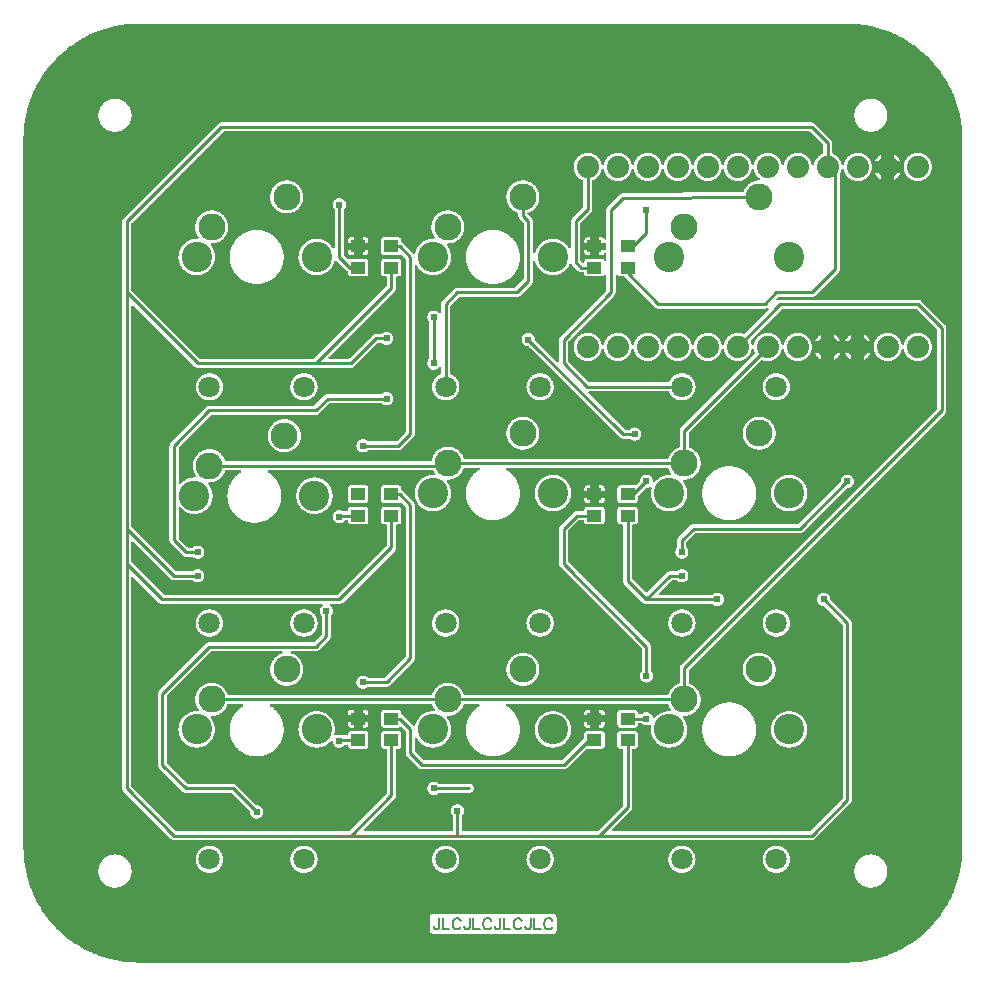
<source format=gtl>
G04 Layer: TopLayer*
G04 EasyEDA v6.3.53, 2020-07-05T02:03:50+01:00*
G04 82ae3a4b42a8425995a6aefca007ea94,831979d3ac2e4a1db92824a7b243be6d,10*
G04 Gerber Generator version 0.2*
G04 Scale: 100 percent, Rotated: No, Reflected: No *
G04 Dimensions in millimeters *
G04 leading zeros omitted , absolute positions ,3 integer and 3 decimal *
%FSLAX33Y33*%
%MOMM*%
G90*
G71D02*

%ADD10C,0.254000*%
%ADD11C,0.203200*%
%ADD12C,0.609600*%
%ADD13R,1.199998X0.999998*%
%ADD14C,2.286000*%
%ADD15C,2.571496*%
%ADD16C,1.799996*%
%ADD17C,1.879600*%

%LPD*%
G36*
G01X70004Y79743D02*
G01X9995Y79743D01*
G01X9854Y79742D01*
G01X9712Y79739D01*
G01X9570Y79734D01*
G01X9429Y79726D01*
G01X9288Y79717D01*
G01X9146Y79706D01*
G01X9005Y79692D01*
G01X8865Y79677D01*
G01X8724Y79659D01*
G01X8584Y79640D01*
G01X8444Y79618D01*
G01X8304Y79594D01*
G01X8165Y79569D01*
G01X8026Y79541D01*
G01X7887Y79511D01*
G01X7749Y79480D01*
G01X7611Y79446D01*
G01X7474Y79410D01*
G01X7338Y79372D01*
G01X7202Y79333D01*
G01X7066Y79291D01*
G01X6932Y79247D01*
G01X6797Y79202D01*
G01X6664Y79154D01*
G01X6531Y79105D01*
G01X6399Y79053D01*
G01X6268Y79000D01*
G01X6137Y78945D01*
G01X6008Y78888D01*
G01X5879Y78829D01*
G01X5751Y78768D01*
G01X5624Y78705D01*
G01X5498Y78641D01*
G01X5373Y78574D01*
G01X5249Y78506D01*
G01X5125Y78436D01*
G01X5003Y78364D01*
G01X4882Y78291D01*
G01X4762Y78216D01*
G01X4643Y78139D01*
G01X4525Y78060D01*
G01X4409Y77979D01*
G01X4293Y77897D01*
G01X4179Y77814D01*
G01X4066Y77728D01*
G01X3954Y77641D01*
G01X3844Y77552D01*
G01X3735Y77462D01*
G01X3627Y77370D01*
G01X3520Y77277D01*
G01X3415Y77182D01*
G01X3312Y77085D01*
G01X3209Y76987D01*
G01X3108Y76888D01*
G01X3009Y76787D01*
G01X2911Y76684D01*
G01X2815Y76581D01*
G01X2720Y76475D01*
G01X2626Y76369D01*
G01X2534Y76261D01*
G01X2444Y76152D01*
G01X2355Y76041D01*
G01X2268Y75930D01*
G01X2183Y75817D01*
G01X2099Y75702D01*
G01X2017Y75587D01*
G01X1937Y75470D01*
G01X1858Y75352D01*
G01X1781Y75233D01*
G01X1706Y75113D01*
G01X1632Y74992D01*
G01X1561Y74870D01*
G01X1491Y74747D01*
G01X1423Y74623D01*
G01X1356Y74497D01*
G01X1292Y74371D01*
G01X1229Y74244D01*
G01X1168Y74116D01*
G01X1052Y73858D01*
G01X997Y73727D01*
G01X944Y73596D01*
G01X893Y73464D01*
G01X843Y73331D01*
G01X796Y73198D01*
G01X750Y73063D01*
G01X707Y72929D01*
G01X665Y72793D01*
G01X626Y72657D01*
G01X588Y72521D01*
G01X552Y72384D01*
G01X519Y72246D01*
G01X487Y72108D01*
G01X457Y71969D01*
G01X430Y71830D01*
G01X404Y71691D01*
G01X380Y71551D01*
G01X359Y71411D01*
G01X339Y71271D01*
G01X322Y71130D01*
G01X306Y70990D01*
G01X293Y70849D01*
G01X282Y70707D01*
G01X273Y70566D01*
G01X265Y70424D01*
G01X260Y70283D01*
G01X257Y70141D01*
G01X256Y70000D01*
G01X256Y10000D01*
G01X257Y9858D01*
G01X260Y9716D01*
G01X265Y9575D01*
G01X273Y9433D01*
G01X282Y9292D01*
G01X293Y9151D01*
G01X306Y9009D01*
G01X322Y8869D01*
G01X339Y8728D01*
G01X359Y8588D01*
G01X380Y8448D01*
G01X404Y8308D01*
G01X430Y8169D01*
G01X457Y8030D01*
G01X487Y7891D01*
G01X519Y7753D01*
G01X552Y7615D01*
G01X588Y7478D01*
G01X626Y7342D01*
G01X665Y7206D01*
G01X707Y7070D01*
G01X750Y6936D01*
G01X796Y6801D01*
G01X843Y6668D01*
G01X893Y6535D01*
G01X944Y6403D01*
G01X997Y6272D01*
G01X1052Y6141D01*
G01X1168Y5883D01*
G01X1229Y5755D01*
G01X1292Y5628D01*
G01X1356Y5502D01*
G01X1423Y5376D01*
G01X1491Y5252D01*
G01X1561Y5129D01*
G01X1632Y5007D01*
G01X1706Y4886D01*
G01X1781Y4766D01*
G01X1858Y4647D01*
G01X1937Y4529D01*
G01X2017Y4412D01*
G01X2099Y4297D01*
G01X2183Y4182D01*
G01X2268Y4069D01*
G01X2355Y3958D01*
G01X2444Y3847D01*
G01X2534Y3738D01*
G01X2626Y3630D01*
G01X2720Y3524D01*
G01X2815Y3418D01*
G01X2911Y3315D01*
G01X3009Y3212D01*
G01X3108Y3111D01*
G01X3209Y3012D01*
G01X3312Y2914D01*
G01X3415Y2817D01*
G01X3520Y2722D01*
G01X3627Y2629D01*
G01X3735Y2537D01*
G01X3844Y2447D01*
G01X3954Y2358D01*
G01X4066Y2271D01*
G01X4179Y2186D01*
G01X4293Y2102D01*
G01X4409Y2020D01*
G01X4525Y1939D01*
G01X4643Y1860D01*
G01X4762Y1783D01*
G01X4882Y1708D01*
G01X5003Y1635D01*
G01X5125Y1563D01*
G01X5249Y1493D01*
G01X5373Y1425D01*
G01X5498Y1358D01*
G01X5624Y1294D01*
G01X5751Y1231D01*
G01X5879Y1170D01*
G01X6008Y1111D01*
G01X6137Y1054D01*
G01X6268Y999D01*
G01X6399Y946D01*
G01X6531Y894D01*
G01X6664Y845D01*
G01X6797Y797D01*
G01X6932Y752D01*
G01X7066Y708D01*
G01X7202Y666D01*
G01X7338Y627D01*
G01X7474Y589D01*
G01X7611Y553D01*
G01X7749Y519D01*
G01X7887Y488D01*
G01X8026Y458D01*
G01X8165Y430D01*
G01X8304Y405D01*
G01X8444Y381D01*
G01X8584Y359D01*
G01X8724Y340D01*
G01X8865Y322D01*
G01X9005Y307D01*
G01X9146Y293D01*
G01X9288Y282D01*
G01X9429Y273D01*
G01X9570Y265D01*
G01X9712Y260D01*
G01X9854Y257D01*
G01X9995Y256D01*
G01X70004Y256D01*
G01X70145Y257D01*
G01X70287Y260D01*
G01X70428Y265D01*
G01X70570Y273D01*
G01X70711Y282D01*
G01X70852Y293D01*
G01X70993Y307D01*
G01X71134Y322D01*
G01X71275Y340D01*
G01X71415Y359D01*
G01X71555Y381D01*
G01X71694Y405D01*
G01X71834Y430D01*
G01X71973Y458D01*
G01X72111Y488D01*
G01X72249Y519D01*
G01X72387Y553D01*
G01X72524Y589D01*
G01X72660Y626D01*
G01X72796Y666D01*
G01X72932Y708D01*
G01X73066Y751D01*
G01X73200Y797D01*
G01X73334Y844D01*
G01X73467Y894D01*
G01X73598Y945D01*
G01X73730Y998D01*
G01X73860Y1054D01*
G01X73990Y1111D01*
G01X74119Y1170D01*
G01X74246Y1230D01*
G01X74373Y1293D01*
G01X74500Y1357D01*
G01X74625Y1424D01*
G01X74749Y1492D01*
G01X74872Y1562D01*
G01X74994Y1634D01*
G01X75115Y1707D01*
G01X75235Y1782D01*
G01X75354Y1859D01*
G01X75472Y1938D01*
G01X75588Y2018D01*
G01X75704Y2100D01*
G01X75818Y2184D01*
G01X75931Y2269D01*
G01X76043Y2357D01*
G01X76153Y2445D01*
G01X76262Y2535D01*
G01X76370Y2627D01*
G01X76477Y2721D01*
G01X76582Y2815D01*
G01X76685Y2912D01*
G01X76788Y3010D01*
G01X76889Y3109D01*
G01X76988Y3210D01*
G01X77086Y3312D01*
G01X77182Y3416D01*
G01X77277Y3521D01*
G01X77371Y3628D01*
G01X77463Y3735D01*
G01X77553Y3845D01*
G01X77641Y3955D01*
G01X77728Y4067D01*
G01X77814Y4180D01*
G01X77898Y4294D01*
G01X77980Y4409D01*
G01X78060Y4526D01*
G01X78139Y4644D01*
G01X78216Y4762D01*
G01X78291Y4882D01*
G01X78365Y5004D01*
G01X78436Y5126D01*
G01X78506Y5249D01*
G01X78574Y5373D01*
G01X78641Y5498D01*
G01X78705Y5624D01*
G01X78768Y5751D01*
G01X78829Y5879D01*
G01X78888Y6008D01*
G01X78945Y6137D01*
G01X79000Y6268D01*
G01X79053Y6399D01*
G01X79105Y6531D01*
G01X79154Y6664D01*
G01X79202Y6797D01*
G01X79247Y6931D01*
G01X79291Y7066D01*
G01X79332Y7201D01*
G01X79372Y7337D01*
G01X79410Y7474D01*
G01X79446Y7611D01*
G01X79479Y7748D01*
G01X79511Y7886D01*
G01X79541Y8025D01*
G01X79568Y8164D01*
G01X79594Y8303D01*
G01X79618Y8443D01*
G01X79639Y8583D01*
G01X79659Y8723D01*
G01X79676Y8863D01*
G01X79692Y9004D01*
G01X79705Y9145D01*
G01X79717Y9286D01*
G01X79726Y9428D01*
G01X79733Y9569D01*
G01X79739Y9710D01*
G01X79742Y9852D01*
G01X79743Y9994D01*
G01X79743Y70006D01*
G01X79742Y70147D01*
G01X79739Y70289D01*
G01X79733Y70430D01*
G01X79726Y70572D01*
G01X79717Y70713D01*
G01X79705Y70854D01*
G01X79692Y70995D01*
G01X79676Y71136D01*
G01X79659Y71276D01*
G01X79639Y71417D01*
G01X79618Y71557D01*
G01X79594Y71696D01*
G01X79568Y71836D01*
G01X79541Y71974D01*
G01X79511Y72113D01*
G01X79479Y72251D01*
G01X79446Y72388D01*
G01X79410Y72525D01*
G01X79372Y72662D01*
G01X79332Y72798D01*
G01X79291Y72933D01*
G01X79247Y73068D01*
G01X79202Y73202D01*
G01X79154Y73335D01*
G01X79105Y73468D01*
G01X79053Y73600D01*
G01X79000Y73731D01*
G01X78945Y73862D01*
G01X78888Y73991D01*
G01X78829Y74120D01*
G01X78768Y74248D01*
G01X78705Y74375D01*
G01X78641Y74501D01*
G01X78574Y74626D01*
G01X78506Y74750D01*
G01X78436Y74874D01*
G01X78365Y74996D01*
G01X78291Y75117D01*
G01X78216Y75237D01*
G01X78139Y75356D01*
G01X78060Y75473D01*
G01X77980Y75590D01*
G01X77898Y75705D01*
G01X77814Y75819D01*
G01X77728Y75932D01*
G01X77641Y76044D01*
G01X77553Y76154D01*
G01X77462Y76264D01*
G01X77371Y76371D01*
G01X77277Y76478D01*
G01X77182Y76583D01*
G01X77086Y76687D01*
G01X76988Y76789D01*
G01X76889Y76890D01*
G01X76788Y76989D01*
G01X76685Y77087D01*
G01X76582Y77184D01*
G01X76477Y77278D01*
G01X76370Y77372D01*
G01X76262Y77464D01*
G01X76153Y77554D01*
G01X76043Y77643D01*
G01X75931Y77730D01*
G01X75818Y77815D01*
G01X75704Y77899D01*
G01X75588Y77981D01*
G01X75472Y78061D01*
G01X75354Y78140D01*
G01X75235Y78217D01*
G01X75115Y78292D01*
G01X74994Y78366D01*
G01X74872Y78437D01*
G01X74749Y78507D01*
G01X74625Y78575D01*
G01X74499Y78642D01*
G01X74373Y78706D01*
G01X74246Y78769D01*
G01X74118Y78830D01*
G01X73990Y78888D01*
G01X73860Y78946D01*
G01X73730Y79001D01*
G01X73598Y79054D01*
G01X73466Y79105D01*
G01X73334Y79155D01*
G01X73200Y79202D01*
G01X73066Y79248D01*
G01X72932Y79291D01*
G01X72796Y79333D01*
G01X72660Y79373D01*
G01X72524Y79410D01*
G01X72387Y79446D01*
G01X72249Y79480D01*
G01X72111Y79511D01*
G01X71973Y79541D01*
G01X71834Y79569D01*
G01X71694Y79594D01*
G01X71555Y79618D01*
G01X71415Y79640D01*
G01X71275Y79659D01*
G01X71134Y79677D01*
G01X70993Y79692D01*
G01X70852Y79706D01*
G01X70711Y79717D01*
G01X70570Y79726D01*
G01X70428Y79734D01*
G01X70287Y79739D01*
G01X70145Y79742D01*
G01X70004Y79743D01*
G37*

%LPC*%
G36*
G01X66999Y71383D02*
G01X17000Y71383D01*
G01X16969Y71382D01*
G01X16940Y71378D01*
G01X16910Y71372D01*
G01X16881Y71364D01*
G01X16853Y71354D01*
G01X16825Y71341D01*
G01X16799Y71327D01*
G01X16774Y71310D01*
G01X16750Y71291D01*
G01X16728Y71271D01*
G01X8728Y63271D01*
G01X8708Y63249D01*
G01X8689Y63225D01*
G01X8672Y63200D01*
G01X8658Y63174D01*
G01X8645Y63146D01*
G01X8635Y63118D01*
G01X8627Y63089D01*
G01X8621Y63059D01*
G01X8617Y63030D01*
G01X8616Y62999D01*
G01X8616Y14999D01*
G01X8617Y14969D01*
G01X8621Y14939D01*
G01X8627Y14910D01*
G01X8635Y14881D01*
G01X8645Y14853D01*
G01X8658Y14825D01*
G01X8672Y14799D01*
G01X8689Y14774D01*
G01X8708Y14750D01*
G01X8728Y14728D01*
G01X12728Y10728D01*
G01X12750Y10708D01*
G01X12774Y10689D01*
G01X12799Y10672D01*
G01X12825Y10658D01*
G01X12853Y10645D01*
G01X12881Y10635D01*
G01X12910Y10627D01*
G01X12940Y10621D01*
G01X12969Y10617D01*
G01X12999Y10616D01*
G01X49000Y10616D01*
G01X49021Y10617D01*
G01X67000Y10617D01*
G01X67030Y10618D01*
G01X67060Y10621D01*
G01X67089Y10627D01*
G01X67118Y10635D01*
G01X67146Y10646D01*
G01X67174Y10658D01*
G01X67200Y10673D01*
G01X67225Y10690D01*
G01X67249Y10709D01*
G01X67271Y10729D01*
G01X70271Y13729D01*
G01X70291Y13751D01*
G01X70310Y13775D01*
G01X70326Y13800D01*
G01X70341Y13826D01*
G01X70354Y13853D01*
G01X70364Y13881D01*
G01X70372Y13910D01*
G01X70378Y13940D01*
G01X70382Y13970D01*
G01X70383Y14000D01*
G01X70383Y28999D01*
G01X70382Y29029D01*
G01X70378Y29059D01*
G01X70372Y29088D01*
G01X70364Y29117D01*
G01X70354Y29145D01*
G01X70341Y29173D01*
G01X70326Y29199D01*
G01X70310Y29224D01*
G01X70291Y29248D01*
G01X70271Y29270D01*
G01X68591Y30952D01*
G01X68581Y30963D01*
G01X68573Y30976D01*
G01X68567Y30990D01*
G01X68563Y31005D01*
G01X68561Y31020D01*
G01X68559Y31054D01*
G01X68555Y31088D01*
G01X68548Y31122D01*
G01X68540Y31156D01*
G01X68529Y31188D01*
G01X68517Y31221D01*
G01X68502Y31252D01*
G01X68486Y31282D01*
G01X68467Y31311D01*
G01X68447Y31340D01*
G01X68426Y31366D01*
G01X68403Y31392D01*
G01X68378Y31416D01*
G01X68352Y31438D01*
G01X68324Y31459D01*
G01X68295Y31478D01*
G01X68265Y31495D01*
G01X68234Y31510D01*
G01X68203Y31524D01*
G01X68170Y31535D01*
G01X68137Y31545D01*
G01X68103Y31552D01*
G01X68069Y31557D01*
G01X68035Y31560D01*
G01X68000Y31562D01*
G01X67966Y31560D01*
G01X67933Y31557D01*
G01X67899Y31552D01*
G01X67866Y31545D01*
G01X67833Y31536D01*
G01X67801Y31525D01*
G01X67770Y31512D01*
G01X67740Y31497D01*
G01X67710Y31481D01*
G01X67682Y31462D01*
G01X67654Y31442D01*
G01X67628Y31420D01*
G01X67603Y31397D01*
G01X67580Y31372D01*
G01X67558Y31346D01*
G01X67538Y31319D01*
G01X67520Y31291D01*
G01X67503Y31261D01*
G01X67488Y31231D01*
G01X67464Y31167D01*
G01X67455Y31135D01*
G01X67448Y31101D01*
G01X67443Y31068D01*
G01X67440Y31034D01*
G01X67439Y31000D01*
G01X67440Y30966D01*
G01X67443Y30931D01*
G01X67449Y30897D01*
G01X67456Y30864D01*
G01X67465Y30831D01*
G01X67477Y30798D01*
G01X67490Y30766D01*
G01X67505Y30735D01*
G01X67523Y30706D01*
G01X67542Y30677D01*
G01X67562Y30649D01*
G01X67585Y30623D01*
G01X67608Y30598D01*
G01X67634Y30575D01*
G01X67661Y30553D01*
G01X67689Y30533D01*
G01X67718Y30515D01*
G01X67748Y30499D01*
G01X67779Y30484D01*
G01X67812Y30472D01*
G01X67844Y30461D01*
G01X67878Y30452D01*
G01X67912Y30446D01*
G01X67946Y30442D01*
G01X67980Y30439D01*
G01X67995Y30438D01*
G01X68010Y30434D01*
G01X68024Y30428D01*
G01X68037Y30419D01*
G01X68048Y30409D01*
G01X69586Y28870D01*
G01X69596Y28858D01*
G01X69605Y28844D01*
G01X69611Y28829D01*
G01X69615Y28814D01*
G01X69616Y28798D01*
G01X69616Y14201D01*
G01X69615Y14185D01*
G01X69611Y14169D01*
G01X69605Y14155D01*
G01X69596Y14141D01*
G01X69586Y14129D01*
G01X66871Y11414D01*
G01X66858Y11403D01*
G01X66845Y11395D01*
G01X66830Y11389D01*
G01X66815Y11385D01*
G01X66799Y11384D01*
G01X50171Y11384D01*
G01X50157Y11385D01*
G01X50143Y11388D01*
G01X50129Y11393D01*
G01X50117Y11400D01*
G01X50105Y11409D01*
G01X50095Y11419D01*
G01X50086Y11430D01*
G01X50079Y11443D01*
G01X50074Y11457D01*
G01X50071Y11471D01*
G01X50070Y11485D01*
G01X50071Y11501D01*
G01X50075Y11517D01*
G01X50081Y11531D01*
G01X50089Y11545D01*
G01X50100Y11557D01*
G01X51671Y13128D01*
G01X51691Y13150D01*
G01X51710Y13174D01*
G01X51727Y13199D01*
G01X51741Y13225D01*
G01X51754Y13253D01*
G01X51764Y13281D01*
G01X51773Y13310D01*
G01X51778Y13340D01*
G01X51782Y13369D01*
G01X51783Y13400D01*
G01X51783Y18241D01*
G01X51784Y18256D01*
G01X51787Y18270D01*
G01X51792Y18284D01*
G01X51799Y18296D01*
G01X51808Y18308D01*
G01X51818Y18318D01*
G01X51830Y18327D01*
G01X51843Y18334D01*
G01X51856Y18339D01*
G01X51870Y18342D01*
G01X51885Y18343D01*
G01X52000Y18343D01*
G01X52023Y18344D01*
G01X52047Y18347D01*
G01X52070Y18353D01*
G01X52092Y18360D01*
G01X52114Y18370D01*
G01X52135Y18381D01*
G01X52154Y18395D01*
G01X52172Y18410D01*
G01X52189Y18427D01*
G01X52204Y18445D01*
G01X52218Y18464D01*
G01X52229Y18485D01*
G01X52239Y18507D01*
G01X52246Y18529D01*
G01X52252Y18552D01*
G01X52255Y18576D01*
G01X52256Y18599D01*
G01X52256Y19599D01*
G01X52255Y19623D01*
G01X52252Y19647D01*
G01X52246Y19670D01*
G01X52239Y19692D01*
G01X52229Y19714D01*
G01X52218Y19735D01*
G01X52204Y19754D01*
G01X52189Y19772D01*
G01X52172Y19789D01*
G01X52154Y19804D01*
G01X52135Y19818D01*
G01X52114Y19829D01*
G01X52092Y19839D01*
G01X52070Y19846D01*
G01X52047Y19852D01*
G01X52023Y19855D01*
G01X52000Y19856D01*
G01X50800Y19856D01*
G01X50776Y19855D01*
G01X50752Y19852D01*
G01X50729Y19846D01*
G01X50707Y19839D01*
G01X50685Y19829D01*
G01X50665Y19818D01*
G01X50645Y19804D01*
G01X50627Y19789D01*
G01X50610Y19772D01*
G01X50595Y19754D01*
G01X50581Y19735D01*
G01X50570Y19714D01*
G01X50560Y19692D01*
G01X50553Y19670D01*
G01X50547Y19647D01*
G01X50544Y19623D01*
G01X50543Y19599D01*
G01X50543Y18599D01*
G01X50544Y18576D01*
G01X50547Y18552D01*
G01X50553Y18529D01*
G01X50560Y18507D01*
G01X50570Y18485D01*
G01X50581Y18464D01*
G01X50595Y18445D01*
G01X50610Y18427D01*
G01X50627Y18410D01*
G01X50645Y18395D01*
G01X50665Y18381D01*
G01X50685Y18370D01*
G01X50707Y18360D01*
G01X50729Y18353D01*
G01X50752Y18347D01*
G01X50776Y18344D01*
G01X50800Y18343D01*
G01X50914Y18343D01*
G01X50929Y18342D01*
G01X50943Y18339D01*
G01X50957Y18334D01*
G01X50969Y18327D01*
G01X50981Y18318D01*
G01X50991Y18308D01*
G01X51000Y18296D01*
G01X51007Y18284D01*
G01X51012Y18270D01*
G01X51015Y18256D01*
G01X51016Y18241D01*
G01X51016Y13601D01*
G01X51015Y13585D01*
G01X51011Y13569D01*
G01X51005Y13554D01*
G01X50997Y13541D01*
G01X50986Y13529D01*
G01X48870Y11413D01*
G01X48858Y11402D01*
G01X48845Y11394D01*
G01X48830Y11388D01*
G01X48814Y11384D01*
G01X48799Y11383D01*
G01X37485Y11383D01*
G01X37470Y11384D01*
G01X37456Y11387D01*
G01X37442Y11392D01*
G01X37430Y11399D01*
G01X37418Y11408D01*
G01X37408Y11418D01*
G01X37399Y11430D01*
G01X37392Y11442D01*
G01X37387Y11456D01*
G01X37384Y11470D01*
G01X37383Y11485D01*
G01X37383Y12648D01*
G01X37384Y12663D01*
G01X37388Y12678D01*
G01X37393Y12692D01*
G01X37401Y12705D01*
G01X37410Y12717D01*
G01X37433Y12743D01*
G01X37455Y12771D01*
G01X37474Y12800D01*
G01X37492Y12830D01*
G01X37508Y12862D01*
G01X37522Y12894D01*
G01X37534Y12927D01*
G01X37543Y12961D01*
G01X37551Y12995D01*
G01X37556Y13029D01*
G01X37560Y13064D01*
G01X37561Y13099D01*
G01X37560Y13133D01*
G01X37557Y13167D01*
G01X37552Y13201D01*
G01X37545Y13234D01*
G01X37535Y13266D01*
G01X37524Y13298D01*
G01X37511Y13330D01*
G01X37497Y13360D01*
G01X37480Y13390D01*
G01X37461Y13418D01*
G01X37441Y13446D01*
G01X37420Y13472D01*
G01X37372Y13520D01*
G01X37346Y13541D01*
G01X37318Y13561D01*
G01X37290Y13580D01*
G01X37260Y13596D01*
G01X37230Y13611D01*
G01X37199Y13624D01*
G01X37167Y13635D01*
G01X37134Y13644D01*
G01X37101Y13652D01*
G01X37067Y13657D01*
G01X37033Y13660D01*
G01X37000Y13661D01*
G01X36966Y13660D01*
G01X36932Y13657D01*
G01X36898Y13652D01*
G01X36865Y13644D01*
G01X36832Y13635D01*
G01X36800Y13624D01*
G01X36769Y13611D01*
G01X36739Y13596D01*
G01X36709Y13580D01*
G01X36681Y13561D01*
G01X36653Y13541D01*
G01X36627Y13520D01*
G01X36579Y13472D01*
G01X36558Y13446D01*
G01X36538Y13418D01*
G01X36519Y13390D01*
G01X36502Y13360D01*
G01X36488Y13330D01*
G01X36475Y13298D01*
G01X36464Y13266D01*
G01X36454Y13234D01*
G01X36447Y13201D01*
G01X36442Y13167D01*
G01X36439Y13133D01*
G01X36438Y13099D01*
G01X36439Y13064D01*
G01X36443Y13029D01*
G01X36448Y12995D01*
G01X36456Y12961D01*
G01X36465Y12927D01*
G01X36477Y12894D01*
G01X36491Y12862D01*
G01X36507Y12830D01*
G01X36525Y12800D01*
G01X36544Y12771D01*
G01X36566Y12743D01*
G01X36589Y12717D01*
G01X36598Y12705D01*
G01X36606Y12692D01*
G01X36611Y12678D01*
G01X36615Y12663D01*
G01X36616Y12648D01*
G01X36616Y11485D01*
G01X36615Y11470D01*
G01X36612Y11456D01*
G01X36607Y11442D01*
G01X36600Y11430D01*
G01X36591Y11418D01*
G01X36581Y11408D01*
G01X36569Y11399D01*
G01X36557Y11392D01*
G01X36543Y11387D01*
G01X36529Y11384D01*
G01X36514Y11383D01*
G01X29171Y11383D01*
G01X29156Y11384D01*
G01X29142Y11387D01*
G01X29129Y11392D01*
G01X29116Y11399D01*
G01X29104Y11408D01*
G01X29094Y11418D01*
G01X29085Y11430D01*
G01X29078Y11442D01*
G01X29073Y11456D01*
G01X29070Y11470D01*
G01X29069Y11485D01*
G01X29070Y11501D01*
G01X29074Y11516D01*
G01X29080Y11531D01*
G01X29089Y11544D01*
G01X29099Y11556D01*
G01X31671Y14128D01*
G01X31691Y14150D01*
G01X31710Y14174D01*
G01X31727Y14199D01*
G01X31741Y14225D01*
G01X31754Y14253D01*
G01X31764Y14281D01*
G01X31773Y14310D01*
G01X31778Y14340D01*
G01X31782Y14369D01*
G01X31783Y14400D01*
G01X31783Y18241D01*
G01X31784Y18256D01*
G01X31787Y18270D01*
G01X31792Y18284D01*
G01X31799Y18296D01*
G01X31808Y18308D01*
G01X31818Y18318D01*
G01X31830Y18327D01*
G01X31843Y18334D01*
G01X31856Y18339D01*
G01X31870Y18342D01*
G01X31885Y18343D01*
G01X32000Y18343D01*
G01X32023Y18344D01*
G01X32047Y18347D01*
G01X32070Y18353D01*
G01X32092Y18360D01*
G01X32114Y18370D01*
G01X32135Y18381D01*
G01X32154Y18395D01*
G01X32172Y18410D01*
G01X32189Y18427D01*
G01X32204Y18445D01*
G01X32218Y18464D01*
G01X32229Y18485D01*
G01X32239Y18507D01*
G01X32246Y18529D01*
G01X32252Y18552D01*
G01X32255Y18576D01*
G01X32256Y18599D01*
G01X32256Y19599D01*
G01X32255Y19623D01*
G01X32252Y19647D01*
G01X32246Y19670D01*
G01X32239Y19692D01*
G01X32229Y19714D01*
G01X32218Y19735D01*
G01X32204Y19754D01*
G01X32189Y19772D01*
G01X32172Y19789D01*
G01X32154Y19804D01*
G01X32135Y19818D01*
G01X32114Y19829D01*
G01X32092Y19839D01*
G01X32070Y19846D01*
G01X32047Y19852D01*
G01X32023Y19855D01*
G01X32000Y19856D01*
G01X30800Y19856D01*
G01X30776Y19855D01*
G01X30752Y19852D01*
G01X30729Y19846D01*
G01X30707Y19839D01*
G01X30685Y19829D01*
G01X30665Y19818D01*
G01X30645Y19804D01*
G01X30627Y19789D01*
G01X30610Y19772D01*
G01X30595Y19754D01*
G01X30581Y19735D01*
G01X30570Y19714D01*
G01X30560Y19692D01*
G01X30553Y19670D01*
G01X30547Y19647D01*
G01X30544Y19623D01*
G01X30543Y19599D01*
G01X30543Y18599D01*
G01X30544Y18576D01*
G01X30547Y18552D01*
G01X30553Y18529D01*
G01X30560Y18507D01*
G01X30570Y18485D01*
G01X30581Y18464D01*
G01X30595Y18445D01*
G01X30610Y18427D01*
G01X30627Y18410D01*
G01X30645Y18395D01*
G01X30665Y18381D01*
G01X30685Y18370D01*
G01X30707Y18360D01*
G01X30729Y18353D01*
G01X30752Y18347D01*
G01X30776Y18344D01*
G01X30800Y18343D01*
G01X30914Y18343D01*
G01X30929Y18342D01*
G01X30943Y18339D01*
G01X30957Y18334D01*
G01X30969Y18327D01*
G01X30981Y18318D01*
G01X30991Y18308D01*
G01X31000Y18296D01*
G01X31007Y18284D01*
G01X31012Y18270D01*
G01X31015Y18256D01*
G01X31016Y18241D01*
G01X31016Y14601D01*
G01X31015Y14585D01*
G01X31011Y14569D01*
G01X31005Y14554D01*
G01X30997Y14541D01*
G01X30986Y14529D01*
G01X27870Y11413D01*
G01X27858Y11402D01*
G01X27845Y11394D01*
G01X27830Y11388D01*
G01X27814Y11384D01*
G01X27799Y11383D01*
G01X13200Y11383D01*
G01X13185Y11384D01*
G01X13169Y11388D01*
G01X13154Y11394D01*
G01X13141Y11402D01*
G01X13129Y11413D01*
G01X9413Y15129D01*
G01X9402Y15141D01*
G01X9394Y15154D01*
G01X9388Y15169D01*
G01X9384Y15185D01*
G01X9383Y15200D01*
G01X9383Y32828D01*
G01X9384Y32843D01*
G01X9387Y32857D01*
G01X9392Y32870D01*
G01X9399Y32883D01*
G01X9408Y32895D01*
G01X9418Y32905D01*
G01X9430Y32914D01*
G01X9442Y32921D01*
G01X9456Y32926D01*
G01X9470Y32929D01*
G01X9485Y32930D01*
G01X9501Y32929D01*
G01X9516Y32925D01*
G01X9531Y32919D01*
G01X9544Y32910D01*
G01X9556Y32900D01*
G01X11728Y30728D01*
G01X11750Y30708D01*
G01X11774Y30689D01*
G01X11799Y30672D01*
G01X11825Y30658D01*
G01X11853Y30645D01*
G01X11881Y30635D01*
G01X11910Y30627D01*
G01X11940Y30621D01*
G01X11969Y30617D01*
G01X12000Y30616D01*
G01X25481Y30616D01*
G01X25496Y30615D01*
G01X25510Y30612D01*
G01X25524Y30607D01*
G01X25536Y30600D01*
G01X25548Y30591D01*
G01X25558Y30581D01*
G01X25567Y30569D01*
G01X25574Y30557D01*
G01X25579Y30543D01*
G01X25582Y30529D01*
G01X25583Y30514D01*
G01X25582Y30499D01*
G01X25578Y30485D01*
G01X25573Y30471D01*
G01X25566Y30458D01*
G01X25556Y30446D01*
G01X25545Y30435D01*
G01X25518Y30412D01*
G01X25493Y30387D01*
G01X25469Y30361D01*
G01X25447Y30333D01*
G01X25427Y30303D01*
G01X25409Y30273D01*
G01X25392Y30241D01*
G01X25378Y30208D01*
G01X25366Y30175D01*
G01X25356Y30141D01*
G01X25348Y30106D01*
G01X25342Y30071D01*
G01X25339Y30035D01*
G01X25338Y29999D01*
G01X25339Y29964D01*
G01X25342Y29929D01*
G01X25347Y29895D01*
G01X25355Y29860D01*
G01X25365Y29826D01*
G01X25377Y29793D01*
G01X25391Y29761D01*
G01X25407Y29730D01*
G01X25425Y29699D01*
G01X25444Y29670D01*
G01X25466Y29642D01*
G01X25489Y29616D01*
G01X25499Y29604D01*
G01X25506Y29591D01*
G01X25512Y29577D01*
G01X25515Y29562D01*
G01X25516Y29547D01*
G01X25516Y28100D01*
G01X25515Y28084D01*
G01X25511Y28068D01*
G01X25505Y28054D01*
G01X25497Y28040D01*
G01X25487Y28028D01*
G01X24872Y27413D01*
G01X24859Y27403D01*
G01X24846Y27394D01*
G01X24831Y27388D01*
G01X24816Y27384D01*
G01X24800Y27383D01*
G01X15999Y27383D01*
G01X15969Y27382D01*
G01X15939Y27378D01*
G01X15910Y27373D01*
G01X15881Y27364D01*
G01X15853Y27354D01*
G01X15825Y27341D01*
G01X15799Y27327D01*
G01X15774Y27310D01*
G01X15750Y27291D01*
G01X15728Y27271D01*
G01X11728Y23271D01*
G01X11708Y23249D01*
G01X11689Y23225D01*
G01X11672Y23200D01*
G01X11658Y23174D01*
G01X11645Y23146D01*
G01X11635Y23118D01*
G01X11627Y23089D01*
G01X11621Y23059D01*
G01X11617Y23030D01*
G01X11616Y22999D01*
G01X11616Y16999D01*
G01X11617Y16969D01*
G01X11621Y16939D01*
G01X11627Y16910D01*
G01X11635Y16881D01*
G01X11645Y16853D01*
G01X11658Y16825D01*
G01X11672Y16799D01*
G01X11689Y16774D01*
G01X11708Y16750D01*
G01X11728Y16728D01*
G01X13728Y14728D01*
G01X13750Y14708D01*
G01X13774Y14689D01*
G01X13799Y14672D01*
G01X13825Y14658D01*
G01X13853Y14645D01*
G01X13881Y14635D01*
G01X13910Y14627D01*
G01X13940Y14621D01*
G01X13969Y14617D01*
G01X13999Y14616D01*
G01X17799Y14616D01*
G01X17814Y14615D01*
G01X17830Y14611D01*
G01X17845Y14605D01*
G01X17858Y14597D01*
G01X17870Y14586D01*
G01X19409Y13048D01*
G01X19419Y13036D01*
G01X19427Y13023D01*
G01X19433Y13009D01*
G01X19437Y12995D01*
G01X19439Y12980D01*
G01X19441Y12945D01*
G01X19445Y12911D01*
G01X19452Y12877D01*
G01X19460Y12844D01*
G01X19471Y12811D01*
G01X19483Y12779D01*
G01X19498Y12748D01*
G01X19514Y12717D01*
G01X19533Y12688D01*
G01X19553Y12660D01*
G01X19574Y12633D01*
G01X19597Y12608D01*
G01X19622Y12584D01*
G01X19649Y12561D01*
G01X19676Y12541D01*
G01X19705Y12522D01*
G01X19735Y12505D01*
G01X19766Y12489D01*
G01X19797Y12476D01*
G01X19830Y12464D01*
G01X19863Y12455D01*
G01X19897Y12448D01*
G01X19931Y12442D01*
G01X19965Y12439D01*
G01X20000Y12438D01*
G01X20033Y12439D01*
G01X20067Y12442D01*
G01X20101Y12447D01*
G01X20134Y12454D01*
G01X20167Y12464D01*
G01X20199Y12475D01*
G01X20230Y12488D01*
G01X20260Y12502D01*
G01X20290Y12519D01*
G01X20318Y12537D01*
G01X20346Y12558D01*
G01X20372Y12579D01*
G01X20420Y12627D01*
G01X20441Y12653D01*
G01X20461Y12681D01*
G01X20480Y12709D01*
G01X20497Y12739D01*
G01X20511Y12769D01*
G01X20524Y12800D01*
G01X20535Y12832D01*
G01X20545Y12865D01*
G01X20552Y12898D01*
G01X20557Y12932D01*
G01X20560Y12966D01*
G01X20561Y12999D01*
G01X20560Y13034D01*
G01X20557Y13068D01*
G01X20551Y13102D01*
G01X20544Y13136D01*
G01X20535Y13169D01*
G01X20523Y13202D01*
G01X20510Y13233D01*
G01X20494Y13264D01*
G01X20477Y13294D01*
G01X20458Y13323D01*
G01X20438Y13350D01*
G01X20415Y13377D01*
G01X20391Y13402D01*
G01X20366Y13425D01*
G01X20339Y13446D01*
G01X20311Y13466D01*
G01X20282Y13485D01*
G01X20251Y13501D01*
G01X20220Y13516D01*
G01X20188Y13528D01*
G01X20155Y13539D01*
G01X20122Y13547D01*
G01X20088Y13554D01*
G01X20054Y13558D01*
G01X20019Y13560D01*
G01X20004Y13562D01*
G01X19990Y13566D01*
G01X19976Y13572D01*
G01X19963Y13580D01*
G01X19951Y13590D01*
G01X18271Y15271D01*
G01X18249Y15291D01*
G01X18225Y15310D01*
G01X18200Y15326D01*
G01X18174Y15341D01*
G01X18146Y15354D01*
G01X18118Y15364D01*
G01X18089Y15372D01*
G01X18060Y15378D01*
G01X18030Y15382D01*
G01X18000Y15383D01*
G01X14200Y15383D01*
G01X14185Y15384D01*
G01X14169Y15388D01*
G01X14154Y15394D01*
G01X14141Y15402D01*
G01X14129Y15413D01*
G01X12413Y17129D01*
G01X12402Y17141D01*
G01X12394Y17154D01*
G01X12388Y17169D01*
G01X12384Y17185D01*
G01X12383Y17200D01*
G01X12383Y22799D01*
G01X12384Y22814D01*
G01X12388Y22830D01*
G01X12394Y22845D01*
G01X12402Y22858D01*
G01X12413Y22870D01*
G01X16129Y26586D01*
G01X16141Y26597D01*
G01X16154Y26605D01*
G01X16169Y26611D01*
G01X16185Y26615D01*
G01X16200Y26616D01*
G01X22099Y26616D01*
G01X22113Y26615D01*
G01X22128Y26612D01*
G01X22141Y26607D01*
G01X22154Y26600D01*
G01X22166Y26591D01*
G01X22176Y26581D01*
G01X22184Y26569D01*
G01X22191Y26557D01*
G01X22196Y26543D01*
G01X22200Y26529D01*
G01X22201Y26515D01*
G01X22200Y26500D01*
G01X22197Y26486D01*
G01X22192Y26473D01*
G01X22185Y26460D01*
G01X22176Y26449D01*
G01X22166Y26438D01*
G01X22155Y26430D01*
G01X22142Y26423D01*
G01X22129Y26417D01*
G01X22078Y26401D01*
G01X22027Y26382D01*
G01X21977Y26361D01*
G01X21928Y26338D01*
G01X21880Y26314D01*
G01X21833Y26288D01*
G01X21787Y26259D01*
G01X21742Y26229D01*
G01X21698Y26198D01*
G01X21656Y26165D01*
G01X21614Y26130D01*
G01X21575Y26093D01*
G01X21536Y26055D01*
G01X21499Y26016D01*
G01X21464Y25975D01*
G01X21430Y25933D01*
G01X21398Y25889D01*
G01X21368Y25845D01*
G01X21339Y25799D01*
G01X21312Y25752D01*
G01X21287Y25704D01*
G01X21264Y25656D01*
G01X21243Y25606D01*
G01X21223Y25556D01*
G01X21206Y25505D01*
G01X21191Y25453D01*
G01X21177Y25401D01*
G01X21166Y25348D01*
G01X21157Y25295D01*
G01X21149Y25241D01*
G01X21144Y25187D01*
G01X21141Y25133D01*
G01X21140Y25079D01*
G01X21141Y25026D01*
G01X21144Y24972D01*
G01X21149Y24919D01*
G01X21156Y24866D01*
G01X21166Y24813D01*
G01X21177Y24761D01*
G01X21190Y24709D01*
G01X21205Y24657D01*
G01X21222Y24606D01*
G01X21241Y24556D01*
G01X21262Y24507D01*
G01X21285Y24458D01*
G01X21310Y24411D01*
G01X21337Y24364D01*
G01X21365Y24319D01*
G01X21395Y24274D01*
G01X21426Y24231D01*
G01X21460Y24189D01*
G01X21495Y24148D01*
G01X21531Y24109D01*
G01X21569Y24071D01*
G01X21608Y24035D01*
G01X21649Y24000D01*
G01X21691Y23966D01*
G01X21734Y23935D01*
G01X21779Y23905D01*
G01X21824Y23876D01*
G01X21871Y23850D01*
G01X21919Y23825D01*
G01X21967Y23802D01*
G01X22016Y23781D01*
G01X22066Y23762D01*
G01X22117Y23745D01*
G01X22169Y23730D01*
G01X22221Y23717D01*
G01X22273Y23706D01*
G01X22326Y23696D01*
G01X22379Y23689D01*
G01X22432Y23684D01*
G01X22486Y23681D01*
G01X22540Y23680D01*
G01X22593Y23681D01*
G01X22647Y23684D01*
G01X22700Y23689D01*
G01X22753Y23696D01*
G01X22806Y23706D01*
G01X22858Y23717D01*
G01X22910Y23730D01*
G01X22962Y23745D01*
G01X23013Y23762D01*
G01X23063Y23781D01*
G01X23112Y23802D01*
G01X23161Y23825D01*
G01X23208Y23850D01*
G01X23255Y23876D01*
G01X23300Y23905D01*
G01X23345Y23935D01*
G01X23388Y23966D01*
G01X23430Y24000D01*
G01X23471Y24035D01*
G01X23510Y24071D01*
G01X23548Y24109D01*
G01X23584Y24148D01*
G01X23619Y24189D01*
G01X23653Y24231D01*
G01X23684Y24274D01*
G01X23714Y24319D01*
G01X23743Y24364D01*
G01X23769Y24411D01*
G01X23794Y24458D01*
G01X23817Y24507D01*
G01X23838Y24556D01*
G01X23857Y24606D01*
G01X23874Y24657D01*
G01X23889Y24709D01*
G01X23902Y24761D01*
G01X23913Y24813D01*
G01X23923Y24866D01*
G01X23930Y24919D01*
G01X23935Y24972D01*
G01X23938Y25026D01*
G01X23939Y25079D01*
G01X23938Y25133D01*
G01X23935Y25187D01*
G01X23930Y25241D01*
G01X23922Y25295D01*
G01X23913Y25348D01*
G01X23902Y25401D01*
G01X23888Y25453D01*
G01X23873Y25505D01*
G01X23856Y25556D01*
G01X23836Y25606D01*
G01X23815Y25656D01*
G01X23792Y25704D01*
G01X23767Y25752D01*
G01X23740Y25799D01*
G01X23711Y25845D01*
G01X23681Y25889D01*
G01X23649Y25933D01*
G01X23615Y25975D01*
G01X23580Y26016D01*
G01X23543Y26055D01*
G01X23504Y26093D01*
G01X23465Y26130D01*
G01X23423Y26165D01*
G01X23381Y26198D01*
G01X23337Y26229D01*
G01X23292Y26259D01*
G01X23246Y26288D01*
G01X23199Y26314D01*
G01X23151Y26338D01*
G01X23102Y26361D01*
G01X23052Y26382D01*
G01X23002Y26401D01*
G01X22950Y26417D01*
G01X22937Y26423D01*
G01X22924Y26430D01*
G01X22913Y26438D01*
G01X22903Y26449D01*
G01X22894Y26460D01*
G01X22887Y26473D01*
G01X22882Y26486D01*
G01X22879Y26500D01*
G01X22878Y26515D01*
G01X22879Y26529D01*
G01X22883Y26543D01*
G01X22888Y26557D01*
G01X22895Y26569D01*
G01X22903Y26581D01*
G01X22914Y26591D01*
G01X22925Y26600D01*
G01X22938Y26607D01*
G01X22951Y26612D01*
G01X22966Y26615D01*
G01X22980Y26616D01*
G01X25001Y26616D01*
G01X25031Y26617D01*
G01X25061Y26621D01*
G01X25090Y26627D01*
G01X25119Y26635D01*
G01X25148Y26645D01*
G01X25175Y26658D01*
G01X25201Y26673D01*
G01X25226Y26689D01*
G01X25250Y26708D01*
G01X25272Y26728D01*
G01X26171Y27628D01*
G01X26192Y27650D01*
G01X26210Y27673D01*
G01X26227Y27698D01*
G01X26242Y27725D01*
G01X26254Y27752D01*
G01X26265Y27780D01*
G01X26273Y27809D01*
G01X26279Y27839D01*
G01X26282Y27869D01*
G01X26283Y27899D01*
G01X26283Y29549D01*
G01X26285Y29564D01*
G01X26288Y29579D01*
G01X26293Y29593D01*
G01X26301Y29606D01*
G01X26311Y29618D01*
G01X26333Y29644D01*
G01X26355Y29672D01*
G01X26374Y29701D01*
G01X26392Y29731D01*
G01X26408Y29762D01*
G01X26421Y29794D01*
G01X26433Y29827D01*
G01X26443Y29861D01*
G01X26451Y29895D01*
G01X26456Y29930D01*
G01X26459Y29965D01*
G01X26460Y29999D01*
G01X26459Y30035D01*
G01X26456Y30071D01*
G01X26450Y30106D01*
G01X26442Y30141D01*
G01X26432Y30175D01*
G01X26420Y30208D01*
G01X26406Y30241D01*
G01X26389Y30273D01*
G01X26371Y30303D01*
G01X26351Y30333D01*
G01X26329Y30361D01*
G01X26305Y30387D01*
G01X26280Y30412D01*
G01X26253Y30435D01*
G01X26242Y30446D01*
G01X26232Y30458D01*
G01X26225Y30471D01*
G01X26219Y30485D01*
G01X26216Y30499D01*
G01X26215Y30514D01*
G01X26216Y30529D01*
G01X26219Y30543D01*
G01X26224Y30557D01*
G01X26231Y30569D01*
G01X26240Y30581D01*
G01X26250Y30591D01*
G01X26262Y30600D01*
G01X26274Y30607D01*
G01X26288Y30612D01*
G01X26302Y30615D01*
G01X26317Y30616D01*
G01X26999Y30616D01*
G01X27030Y30617D01*
G01X27059Y30621D01*
G01X27089Y30627D01*
G01X27118Y30635D01*
G01X27146Y30645D01*
G01X27174Y30658D01*
G01X27200Y30672D01*
G01X27225Y30689D01*
G01X27249Y30708D01*
G01X27271Y30728D01*
G01X31671Y35128D01*
G01X31691Y35150D01*
G01X31710Y35174D01*
G01X31727Y35199D01*
G01X31741Y35225D01*
G01X31754Y35253D01*
G01X31764Y35281D01*
G01X31773Y35310D01*
G01X31778Y35340D01*
G01X31782Y35369D01*
G01X31783Y35400D01*
G01X31783Y37241D01*
G01X31784Y37256D01*
G01X31787Y37270D01*
G01X31792Y37284D01*
G01X31799Y37296D01*
G01X31808Y37308D01*
G01X31818Y37318D01*
G01X31830Y37327D01*
G01X31843Y37334D01*
G01X31856Y37339D01*
G01X31870Y37342D01*
G01X31885Y37343D01*
G01X32000Y37343D01*
G01X32023Y37344D01*
G01X32047Y37347D01*
G01X32070Y37353D01*
G01X32092Y37360D01*
G01X32114Y37370D01*
G01X32135Y37381D01*
G01X32154Y37395D01*
G01X32172Y37410D01*
G01X32189Y37427D01*
G01X32204Y37445D01*
G01X32218Y37464D01*
G01X32229Y37485D01*
G01X32239Y37507D01*
G01X32246Y37529D01*
G01X32252Y37552D01*
G01X32255Y37576D01*
G01X32256Y37599D01*
G01X32256Y38599D01*
G01X32255Y38623D01*
G01X32252Y38647D01*
G01X32246Y38670D01*
G01X32239Y38692D01*
G01X32229Y38714D01*
G01X32218Y38735D01*
G01X32204Y38754D01*
G01X32189Y38772D01*
G01X32172Y38789D01*
G01X32154Y38804D01*
G01X32135Y38818D01*
G01X32114Y38829D01*
G01X32092Y38839D01*
G01X32070Y38846D01*
G01X32047Y38852D01*
G01X32023Y38855D01*
G01X32000Y38856D01*
G01X30800Y38856D01*
G01X30776Y38855D01*
G01X30752Y38852D01*
G01X30729Y38846D01*
G01X30707Y38839D01*
G01X30685Y38829D01*
G01X30665Y38818D01*
G01X30645Y38804D01*
G01X30627Y38789D01*
G01X30610Y38772D01*
G01X30595Y38754D01*
G01X30581Y38735D01*
G01X30570Y38714D01*
G01X30560Y38692D01*
G01X30553Y38670D01*
G01X30547Y38647D01*
G01X30544Y38623D01*
G01X30543Y38599D01*
G01X30543Y37599D01*
G01X30544Y37576D01*
G01X30547Y37552D01*
G01X30553Y37529D01*
G01X30560Y37507D01*
G01X30570Y37485D01*
G01X30581Y37464D01*
G01X30595Y37445D01*
G01X30610Y37427D01*
G01X30627Y37410D01*
G01X30645Y37395D01*
G01X30665Y37381D01*
G01X30685Y37370D01*
G01X30707Y37360D01*
G01X30729Y37353D01*
G01X30752Y37347D01*
G01X30776Y37344D01*
G01X30800Y37343D01*
G01X30914Y37343D01*
G01X30929Y37342D01*
G01X30943Y37339D01*
G01X30957Y37334D01*
G01X30969Y37327D01*
G01X30981Y37318D01*
G01X30991Y37308D01*
G01X31000Y37296D01*
G01X31007Y37284D01*
G01X31012Y37270D01*
G01X31015Y37256D01*
G01X31016Y37241D01*
G01X31016Y35601D01*
G01X31015Y35585D01*
G01X31011Y35569D01*
G01X31005Y35554D01*
G01X30997Y35541D01*
G01X30986Y35529D01*
G01X26870Y31413D01*
G01X26858Y31402D01*
G01X26845Y31394D01*
G01X26830Y31388D01*
G01X26814Y31384D01*
G01X26799Y31383D01*
G01X12200Y31383D01*
G01X12185Y31384D01*
G01X12169Y31388D01*
G01X12154Y31394D01*
G01X12141Y31402D01*
G01X12129Y31413D01*
G01X9413Y34129D01*
G01X9402Y34141D01*
G01X9394Y34154D01*
G01X9388Y34169D01*
G01X9384Y34185D01*
G01X9383Y34200D01*
G01X9383Y35828D01*
G01X9384Y35843D01*
G01X9387Y35857D01*
G01X9392Y35870D01*
G01X9399Y35883D01*
G01X9408Y35895D01*
G01X9418Y35905D01*
G01X9430Y35914D01*
G01X9442Y35921D01*
G01X9456Y35926D01*
G01X9470Y35929D01*
G01X9485Y35930D01*
G01X9501Y35929D01*
G01X9516Y35925D01*
G01X9531Y35919D01*
G01X9544Y35910D01*
G01X9556Y35900D01*
G01X12728Y32728D01*
G01X12750Y32708D01*
G01X12774Y32689D01*
G01X12799Y32672D01*
G01X12825Y32658D01*
G01X12853Y32645D01*
G01X12881Y32635D01*
G01X12910Y32627D01*
G01X12940Y32621D01*
G01X12969Y32617D01*
G01X12999Y32616D01*
G01X14548Y32616D01*
G01X14563Y32615D01*
G01X14578Y32611D01*
G01X14592Y32606D01*
G01X14605Y32598D01*
G01X14617Y32589D01*
G01X14643Y32566D01*
G01X14671Y32544D01*
G01X14700Y32525D01*
G01X14730Y32507D01*
G01X14762Y32491D01*
G01X14794Y32477D01*
G01X14827Y32465D01*
G01X14861Y32456D01*
G01X14895Y32448D01*
G01X14930Y32443D01*
G01X14964Y32439D01*
G01X14999Y32438D01*
G01X15033Y32439D01*
G01X15067Y32442D01*
G01X15101Y32447D01*
G01X15134Y32454D01*
G01X15167Y32464D01*
G01X15199Y32475D01*
G01X15230Y32488D01*
G01X15260Y32502D01*
G01X15290Y32519D01*
G01X15318Y32538D01*
G01X15346Y32558D01*
G01X15372Y32579D01*
G01X15420Y32627D01*
G01X15441Y32653D01*
G01X15461Y32681D01*
G01X15480Y32709D01*
G01X15497Y32739D01*
G01X15511Y32769D01*
G01X15524Y32800D01*
G01X15535Y32832D01*
G01X15545Y32865D01*
G01X15552Y32898D01*
G01X15557Y32932D01*
G01X15560Y32966D01*
G01X15561Y32999D01*
G01X15560Y33033D01*
G01X15557Y33067D01*
G01X15552Y33101D01*
G01X15545Y33134D01*
G01X15535Y33166D01*
G01X15524Y33199D01*
G01X15511Y33230D01*
G01X15497Y33260D01*
G01X15480Y33290D01*
G01X15461Y33318D01*
G01X15441Y33346D01*
G01X15420Y33372D01*
G01X15372Y33420D01*
G01X15346Y33441D01*
G01X15318Y33461D01*
G01X15290Y33480D01*
G01X15260Y33497D01*
G01X15230Y33511D01*
G01X15199Y33524D01*
G01X15167Y33535D01*
G01X15134Y33545D01*
G01X15101Y33552D01*
G01X15067Y33557D01*
G01X15033Y33560D01*
G01X14999Y33561D01*
G01X14964Y33560D01*
G01X14930Y33556D01*
G01X14895Y33551D01*
G01X14861Y33543D01*
G01X14827Y33534D01*
G01X14794Y33522D01*
G01X14762Y33508D01*
G01X14730Y33492D01*
G01X14700Y33474D01*
G01X14671Y33455D01*
G01X14643Y33433D01*
G01X14617Y33410D01*
G01X14605Y33401D01*
G01X14592Y33393D01*
G01X14578Y33388D01*
G01X14563Y33384D01*
G01X14548Y33383D01*
G01X13200Y33383D01*
G01X13185Y33384D01*
G01X13169Y33388D01*
G01X13154Y33394D01*
G01X13141Y33402D01*
G01X13129Y33413D01*
G01X9413Y37129D01*
G01X9402Y37141D01*
G01X9394Y37154D01*
G01X9388Y37169D01*
G01X9384Y37185D01*
G01X9383Y37200D01*
G01X9383Y55828D01*
G01X9384Y55843D01*
G01X9387Y55857D01*
G01X9392Y55870D01*
G01X9399Y55883D01*
G01X9408Y55895D01*
G01X9418Y55905D01*
G01X9430Y55914D01*
G01X9442Y55921D01*
G01X9456Y55926D01*
G01X9470Y55929D01*
G01X9485Y55930D01*
G01X9501Y55929D01*
G01X9516Y55925D01*
G01X9531Y55919D01*
G01X9544Y55910D01*
G01X9556Y55900D01*
G01X14728Y50728D01*
G01X14750Y50708D01*
G01X14774Y50689D01*
G01X14799Y50672D01*
G01X14825Y50658D01*
G01X14853Y50645D01*
G01X14881Y50635D01*
G01X14910Y50627D01*
G01X14940Y50621D01*
G01X14969Y50617D01*
G01X14999Y50616D01*
G01X27999Y50616D01*
G01X28030Y50617D01*
G01X28059Y50621D01*
G01X28089Y50627D01*
G01X28118Y50635D01*
G01X28146Y50645D01*
G01X28174Y50658D01*
G01X28200Y50672D01*
G01X28225Y50689D01*
G01X28249Y50708D01*
G01X28271Y50728D01*
G01X30228Y52686D01*
G01X30241Y52696D01*
G01X30254Y52705D01*
G01X30269Y52711D01*
G01X30284Y52715D01*
G01X30300Y52716D01*
G01X30548Y52716D01*
G01X30563Y52715D01*
G01X30578Y52711D01*
G01X30592Y52706D01*
G01X30605Y52698D01*
G01X30617Y52689D01*
G01X30643Y52665D01*
G01X30671Y52644D01*
G01X30700Y52624D01*
G01X30730Y52607D01*
G01X30762Y52591D01*
G01X30794Y52577D01*
G01X30827Y52565D01*
G01X30861Y52555D01*
G01X30895Y52548D01*
G01X30930Y52542D01*
G01X30964Y52539D01*
G01X30999Y52538D01*
G01X31033Y52539D01*
G01X31067Y52542D01*
G01X31101Y52547D01*
G01X31134Y52554D01*
G01X31166Y52563D01*
G01X31199Y52575D01*
G01X31230Y52587D01*
G01X31260Y52602D01*
G01X31290Y52619D01*
G01X31318Y52637D01*
G01X31346Y52657D01*
G01X31372Y52679D01*
G01X31396Y52702D01*
G01X31420Y52727D01*
G01X31441Y52753D01*
G01X31461Y52780D01*
G01X31480Y52809D01*
G01X31497Y52839D01*
G01X31511Y52869D01*
G01X31524Y52900D01*
G01X31535Y52932D01*
G01X31545Y52965D01*
G01X31552Y52998D01*
G01X31557Y53032D01*
G01X31560Y53065D01*
G01X31561Y53099D01*
G01X31560Y53133D01*
G01X31557Y53167D01*
G01X31552Y53201D01*
G01X31545Y53234D01*
G01X31535Y53266D01*
G01X31524Y53298D01*
G01X31511Y53330D01*
G01X31497Y53360D01*
G01X31480Y53390D01*
G01X31461Y53418D01*
G01X31441Y53446D01*
G01X31420Y53472D01*
G01X31372Y53520D01*
G01X31346Y53541D01*
G01X31318Y53561D01*
G01X31290Y53580D01*
G01X31260Y53596D01*
G01X31230Y53611D01*
G01X31199Y53624D01*
G01X31166Y53635D01*
G01X31134Y53644D01*
G01X31101Y53652D01*
G01X31067Y53657D01*
G01X31033Y53660D01*
G01X30999Y53661D01*
G01X30964Y53660D01*
G01X30930Y53656D01*
G01X30895Y53651D01*
G01X30861Y53643D01*
G01X30827Y53634D01*
G01X30794Y53622D01*
G01X30762Y53608D01*
G01X30730Y53592D01*
G01X30700Y53574D01*
G01X30671Y53555D01*
G01X30643Y53533D01*
G01X30617Y53510D01*
G01X30605Y53501D01*
G01X30592Y53493D01*
G01X30578Y53487D01*
G01X30563Y53484D01*
G01X30548Y53483D01*
G01X30099Y53483D01*
G01X30069Y53482D01*
G01X30039Y53478D01*
G01X30010Y53472D01*
G01X29981Y53464D01*
G01X29953Y53454D01*
G01X29925Y53441D01*
G01X29899Y53426D01*
G01X29874Y53410D01*
G01X29850Y53391D01*
G01X29828Y53371D01*
G01X27870Y51413D01*
G01X27858Y51402D01*
G01X27845Y51394D01*
G01X27830Y51388D01*
G01X27814Y51384D01*
G01X27799Y51383D01*
G01X26171Y51383D01*
G01X26156Y51384D01*
G01X26142Y51387D01*
G01X26129Y51392D01*
G01X26116Y51399D01*
G01X26104Y51408D01*
G01X26094Y51418D01*
G01X26085Y51430D01*
G01X26078Y51442D01*
G01X26073Y51456D01*
G01X26070Y51470D01*
G01X26069Y51485D01*
G01X26070Y51501D01*
G01X26074Y51516D01*
G01X26080Y51531D01*
G01X26089Y51544D01*
G01X26099Y51556D01*
G01X31671Y57128D01*
G01X31691Y57150D01*
G01X31710Y57174D01*
G01X31727Y57199D01*
G01X31741Y57225D01*
G01X31754Y57253D01*
G01X31764Y57281D01*
G01X31773Y57310D01*
G01X31778Y57340D01*
G01X31782Y57369D01*
G01X31783Y57400D01*
G01X31783Y58241D01*
G01X31784Y58256D01*
G01X31787Y58270D01*
G01X31792Y58284D01*
G01X31799Y58296D01*
G01X31808Y58308D01*
G01X31818Y58318D01*
G01X31830Y58327D01*
G01X31843Y58334D01*
G01X31856Y58339D01*
G01X31870Y58342D01*
G01X31885Y58343D01*
G01X32000Y58343D01*
G01X32023Y58344D01*
G01X32047Y58347D01*
G01X32070Y58353D01*
G01X32092Y58360D01*
G01X32114Y58370D01*
G01X32135Y58381D01*
G01X32154Y58395D01*
G01X32172Y58410D01*
G01X32189Y58427D01*
G01X32204Y58445D01*
G01X32218Y58464D01*
G01X32229Y58485D01*
G01X32239Y58507D01*
G01X32246Y58529D01*
G01X32252Y58552D01*
G01X32255Y58576D01*
G01X32256Y58599D01*
G01X32256Y59599D01*
G01X32255Y59623D01*
G01X32252Y59647D01*
G01X32246Y59670D01*
G01X32239Y59692D01*
G01X32229Y59714D01*
G01X32218Y59735D01*
G01X32204Y59754D01*
G01X32189Y59772D01*
G01X32172Y59789D01*
G01X32154Y59804D01*
G01X32135Y59818D01*
G01X32114Y59829D01*
G01X32092Y59839D01*
G01X32070Y59846D01*
G01X32047Y59852D01*
G01X32023Y59855D01*
G01X32000Y59856D01*
G01X30800Y59856D01*
G01X30776Y59855D01*
G01X30752Y59852D01*
G01X30729Y59846D01*
G01X30707Y59839D01*
G01X30685Y59829D01*
G01X30665Y59818D01*
G01X30645Y59804D01*
G01X30627Y59789D01*
G01X30610Y59772D01*
G01X30595Y59754D01*
G01X30581Y59735D01*
G01X30570Y59714D01*
G01X30560Y59692D01*
G01X30553Y59670D01*
G01X30547Y59647D01*
G01X30544Y59623D01*
G01X30543Y59599D01*
G01X30543Y58599D01*
G01X30544Y58576D01*
G01X30547Y58552D01*
G01X30553Y58529D01*
G01X30560Y58507D01*
G01X30570Y58485D01*
G01X30581Y58464D01*
G01X30595Y58445D01*
G01X30610Y58427D01*
G01X30627Y58410D01*
G01X30645Y58395D01*
G01X30665Y58381D01*
G01X30685Y58370D01*
G01X30707Y58360D01*
G01X30729Y58353D01*
G01X30752Y58347D01*
G01X30776Y58344D01*
G01X30800Y58343D01*
G01X30914Y58343D01*
G01X30929Y58342D01*
G01X30943Y58339D01*
G01X30957Y58334D01*
G01X30969Y58327D01*
G01X30981Y58318D01*
G01X30991Y58308D01*
G01X31000Y58296D01*
G01X31007Y58284D01*
G01X31012Y58270D01*
G01X31015Y58256D01*
G01X31016Y58241D01*
G01X31016Y57601D01*
G01X31015Y57585D01*
G01X31011Y57569D01*
G01X31005Y57554D01*
G01X30997Y57541D01*
G01X30986Y57529D01*
G01X24870Y51413D01*
G01X24858Y51402D01*
G01X24845Y51394D01*
G01X24830Y51388D01*
G01X24814Y51384D01*
G01X24799Y51383D01*
G01X15200Y51383D01*
G01X15185Y51384D01*
G01X15169Y51388D01*
G01X15154Y51394D01*
G01X15141Y51402D01*
G01X15129Y51413D01*
G01X9413Y57129D01*
G01X9402Y57141D01*
G01X9394Y57154D01*
G01X9388Y57169D01*
G01X9384Y57185D01*
G01X9383Y57200D01*
G01X9383Y62799D01*
G01X9384Y62814D01*
G01X9388Y62830D01*
G01X9394Y62845D01*
G01X9402Y62858D01*
G01X9413Y62870D01*
G01X17129Y70586D01*
G01X17141Y70597D01*
G01X17154Y70605D01*
G01X17169Y70611D01*
G01X17185Y70615D01*
G01X17200Y70616D01*
G01X66799Y70616D01*
G01X66814Y70615D01*
G01X66830Y70611D01*
G01X66845Y70605D01*
G01X66858Y70597D01*
G01X66870Y70586D01*
G01X67936Y69520D01*
G01X67946Y69508D01*
G01X67955Y69495D01*
G01X67961Y69480D01*
G01X67965Y69465D01*
G01X67966Y69449D01*
G01X67966Y68823D01*
G01X67965Y68808D01*
G01X67961Y68794D01*
G01X67956Y68780D01*
G01X67948Y68766D01*
G01X67939Y68755D01*
G01X67928Y68744D01*
G01X67916Y68736D01*
G01X67902Y68729D01*
G01X67855Y68709D01*
G01X67809Y68687D01*
G01X67764Y68663D01*
G01X67721Y68637D01*
G01X67678Y68609D01*
G01X67636Y68580D01*
G01X67596Y68549D01*
G01X67557Y68516D01*
G01X67520Y68481D01*
G01X67484Y68445D01*
G01X67449Y68407D01*
G01X67417Y68368D01*
G01X67386Y68328D01*
G01X67356Y68286D01*
G01X67329Y68243D01*
G01X67303Y68199D01*
G01X67279Y68154D01*
G01X67258Y68108D01*
G01X67238Y68061D01*
G01X67220Y68014D01*
G01X67204Y67965D01*
G01X67191Y67916D01*
G01X67179Y67866D01*
G01X67175Y67852D01*
G01X67168Y67838D01*
G01X67160Y67825D01*
G01X67149Y67813D01*
G01X67137Y67804D01*
G01X67124Y67796D01*
G01X67110Y67790D01*
G01X67095Y67787D01*
G01X67080Y67786D01*
G01X67064Y67787D01*
G01X67049Y67790D01*
G01X67035Y67796D01*
G01X67022Y67804D01*
G01X67010Y67813D01*
G01X66999Y67825D01*
G01X66991Y67838D01*
G01X66984Y67852D01*
G01X66980Y67866D01*
G01X66969Y67915D01*
G01X66956Y67962D01*
G01X66941Y68009D01*
G01X66924Y68056D01*
G01X66905Y68101D01*
G01X66884Y68146D01*
G01X66861Y68190D01*
G01X66837Y68233D01*
G01X66810Y68275D01*
G01X66783Y68315D01*
G01X66753Y68355D01*
G01X66722Y68393D01*
G01X66689Y68430D01*
G01X66655Y68466D01*
G01X66619Y68500D01*
G01X66582Y68533D01*
G01X66544Y68564D01*
G01X66504Y68593D01*
G01X66463Y68621D01*
G01X66421Y68647D01*
G01X66378Y68672D01*
G01X66334Y68694D01*
G01X66290Y68715D01*
G01X66244Y68734D01*
G01X66198Y68751D01*
G01X66151Y68766D01*
G01X66103Y68779D01*
G01X66055Y68790D01*
G01X66006Y68800D01*
G01X65957Y68807D01*
G01X65908Y68812D01*
G01X65859Y68815D01*
G01X65810Y68816D01*
G01X65760Y68815D01*
G01X65711Y68812D01*
G01X65662Y68807D01*
G01X65613Y68800D01*
G01X65564Y68790D01*
G01X65516Y68779D01*
G01X65468Y68766D01*
G01X65421Y68751D01*
G01X65375Y68734D01*
G01X65329Y68715D01*
G01X65285Y68694D01*
G01X65241Y68672D01*
G01X65198Y68647D01*
G01X65156Y68621D01*
G01X65115Y68593D01*
G01X65075Y68564D01*
G01X65037Y68533D01*
G01X65000Y68500D01*
G01X64964Y68466D01*
G01X64930Y68430D01*
G01X64897Y68393D01*
G01X64866Y68355D01*
G01X64836Y68315D01*
G01X64809Y68275D01*
G01X64782Y68233D01*
G01X64758Y68190D01*
G01X64735Y68146D01*
G01X64714Y68101D01*
G01X64695Y68056D01*
G01X64678Y68009D01*
G01X64663Y67962D01*
G01X64650Y67915D01*
G01X64639Y67866D01*
G01X64635Y67852D01*
G01X64628Y67838D01*
G01X64620Y67825D01*
G01X64609Y67813D01*
G01X64597Y67804D01*
G01X64584Y67796D01*
G01X64570Y67790D01*
G01X64555Y67787D01*
G01X64540Y67786D01*
G01X64524Y67787D01*
G01X64509Y67790D01*
G01X64495Y67796D01*
G01X64482Y67804D01*
G01X64470Y67813D01*
G01X64459Y67825D01*
G01X64451Y67838D01*
G01X64444Y67852D01*
G01X64440Y67866D01*
G01X64429Y67915D01*
G01X64416Y67962D01*
G01X64401Y68009D01*
G01X64384Y68056D01*
G01X64365Y68101D01*
G01X64344Y68146D01*
G01X64321Y68190D01*
G01X64297Y68233D01*
G01X64270Y68275D01*
G01X64243Y68315D01*
G01X64213Y68355D01*
G01X64182Y68393D01*
G01X64149Y68430D01*
G01X64115Y68466D01*
G01X64079Y68500D01*
G01X64042Y68533D01*
G01X64004Y68564D01*
G01X63964Y68593D01*
G01X63923Y68621D01*
G01X63881Y68647D01*
G01X63838Y68672D01*
G01X63794Y68694D01*
G01X63750Y68715D01*
G01X63704Y68734D01*
G01X63658Y68751D01*
G01X63611Y68766D01*
G01X63563Y68779D01*
G01X63515Y68790D01*
G01X63466Y68800D01*
G01X63417Y68807D01*
G01X63368Y68812D01*
G01X63319Y68815D01*
G01X63270Y68816D01*
G01X63220Y68815D01*
G01X63171Y68812D01*
G01X63122Y68807D01*
G01X63073Y68800D01*
G01X63024Y68790D01*
G01X62976Y68779D01*
G01X62928Y68766D01*
G01X62881Y68751D01*
G01X62835Y68734D01*
G01X62789Y68715D01*
G01X62745Y68694D01*
G01X62701Y68672D01*
G01X62658Y68647D01*
G01X62616Y68621D01*
G01X62575Y68593D01*
G01X62535Y68564D01*
G01X62497Y68533D01*
G01X62460Y68500D01*
G01X62424Y68466D01*
G01X62390Y68430D01*
G01X62357Y68393D01*
G01X62326Y68355D01*
G01X62296Y68315D01*
G01X62269Y68275D01*
G01X62242Y68233D01*
G01X62218Y68190D01*
G01X62195Y68146D01*
G01X62174Y68101D01*
G01X62155Y68056D01*
G01X62138Y68009D01*
G01X62123Y67962D01*
G01X62110Y67915D01*
G01X62099Y67866D01*
G01X62095Y67852D01*
G01X62088Y67838D01*
G01X62080Y67825D01*
G01X62069Y67813D01*
G01X62057Y67804D01*
G01X62044Y67796D01*
G01X62030Y67790D01*
G01X62015Y67787D01*
G01X62000Y67786D01*
G01X61984Y67787D01*
G01X61969Y67790D01*
G01X61955Y67796D01*
G01X61942Y67804D01*
G01X61930Y67813D01*
G01X61919Y67825D01*
G01X61911Y67838D01*
G01X61904Y67852D01*
G01X61900Y67866D01*
G01X61889Y67915D01*
G01X61876Y67962D01*
G01X61861Y68009D01*
G01X61844Y68056D01*
G01X61825Y68101D01*
G01X61804Y68146D01*
G01X61781Y68190D01*
G01X61757Y68233D01*
G01X61730Y68275D01*
G01X61703Y68315D01*
G01X61673Y68355D01*
G01X61642Y68393D01*
G01X61609Y68430D01*
G01X61575Y68466D01*
G01X61539Y68500D01*
G01X61502Y68533D01*
G01X61464Y68564D01*
G01X61424Y68593D01*
G01X61383Y68621D01*
G01X61341Y68647D01*
G01X61298Y68672D01*
G01X61254Y68694D01*
G01X61210Y68715D01*
G01X61164Y68734D01*
G01X61118Y68751D01*
G01X61071Y68766D01*
G01X61023Y68779D01*
G01X60975Y68790D01*
G01X60926Y68800D01*
G01X60877Y68807D01*
G01X60828Y68812D01*
G01X60779Y68815D01*
G01X60730Y68816D01*
G01X60680Y68815D01*
G01X60631Y68812D01*
G01X60582Y68807D01*
G01X60533Y68800D01*
G01X60484Y68790D01*
G01X60436Y68779D01*
G01X60388Y68766D01*
G01X60341Y68751D01*
G01X60295Y68734D01*
G01X60249Y68715D01*
G01X60205Y68694D01*
G01X60161Y68672D01*
G01X60118Y68647D01*
G01X60076Y68621D01*
G01X60035Y68593D01*
G01X59995Y68564D01*
G01X59957Y68533D01*
G01X59920Y68500D01*
G01X59884Y68466D01*
G01X59850Y68430D01*
G01X59817Y68393D01*
G01X59786Y68355D01*
G01X59756Y68315D01*
G01X59729Y68275D01*
G01X59702Y68233D01*
G01X59678Y68190D01*
G01X59655Y68146D01*
G01X59634Y68101D01*
G01X59615Y68056D01*
G01X59598Y68009D01*
G01X59583Y67962D01*
G01X59570Y67915D01*
G01X59559Y67866D01*
G01X59555Y67852D01*
G01X59548Y67838D01*
G01X59540Y67825D01*
G01X59529Y67813D01*
G01X59517Y67804D01*
G01X59504Y67796D01*
G01X59490Y67790D01*
G01X59475Y67787D01*
G01X59460Y67786D01*
G01X59444Y67787D01*
G01X59429Y67790D01*
G01X59415Y67796D01*
G01X59402Y67804D01*
G01X59390Y67813D01*
G01X59379Y67825D01*
G01X59371Y67838D01*
G01X59364Y67852D01*
G01X59360Y67866D01*
G01X59349Y67915D01*
G01X59336Y67962D01*
G01X59321Y68009D01*
G01X59304Y68056D01*
G01X59285Y68101D01*
G01X59264Y68146D01*
G01X59241Y68190D01*
G01X59217Y68233D01*
G01X59190Y68275D01*
G01X59163Y68315D01*
G01X59133Y68355D01*
G01X59102Y68393D01*
G01X59069Y68430D01*
G01X59035Y68466D01*
G01X58999Y68500D01*
G01X58962Y68533D01*
G01X58924Y68564D01*
G01X58884Y68593D01*
G01X58843Y68621D01*
G01X58801Y68647D01*
G01X58758Y68672D01*
G01X58714Y68694D01*
G01X58670Y68715D01*
G01X58624Y68734D01*
G01X58578Y68751D01*
G01X58531Y68766D01*
G01X58483Y68779D01*
G01X58435Y68790D01*
G01X58386Y68800D01*
G01X58337Y68807D01*
G01X58288Y68812D01*
G01X58239Y68815D01*
G01X58190Y68816D01*
G01X58140Y68815D01*
G01X58091Y68812D01*
G01X58042Y68807D01*
G01X57993Y68800D01*
G01X57944Y68790D01*
G01X57896Y68779D01*
G01X57848Y68766D01*
G01X57801Y68751D01*
G01X57755Y68734D01*
G01X57709Y68715D01*
G01X57665Y68694D01*
G01X57621Y68672D01*
G01X57578Y68647D01*
G01X57536Y68621D01*
G01X57495Y68593D01*
G01X57455Y68564D01*
G01X57417Y68533D01*
G01X57380Y68500D01*
G01X57344Y68466D01*
G01X57310Y68430D01*
G01X57277Y68393D01*
G01X57246Y68355D01*
G01X57216Y68315D01*
G01X57189Y68275D01*
G01X57162Y68233D01*
G01X57138Y68190D01*
G01X57115Y68146D01*
G01X57094Y68101D01*
G01X57075Y68056D01*
G01X57058Y68009D01*
G01X57043Y67962D01*
G01X57030Y67915D01*
G01X57019Y67866D01*
G01X57015Y67852D01*
G01X57008Y67838D01*
G01X57000Y67825D01*
G01X56989Y67813D01*
G01X56977Y67804D01*
G01X56964Y67796D01*
G01X56950Y67790D01*
G01X56935Y67787D01*
G01X56920Y67786D01*
G01X56904Y67787D01*
G01X56889Y67790D01*
G01X56875Y67796D01*
G01X56862Y67804D01*
G01X56850Y67813D01*
G01X56839Y67825D01*
G01X56831Y67838D01*
G01X56824Y67852D01*
G01X56820Y67866D01*
G01X56809Y67915D01*
G01X56796Y67962D01*
G01X56781Y68009D01*
G01X56764Y68056D01*
G01X56745Y68101D01*
G01X56724Y68146D01*
G01X56701Y68190D01*
G01X56677Y68233D01*
G01X56650Y68275D01*
G01X56623Y68315D01*
G01X56593Y68355D01*
G01X56562Y68393D01*
G01X56529Y68430D01*
G01X56495Y68466D01*
G01X56459Y68500D01*
G01X56422Y68533D01*
G01X56384Y68564D01*
G01X56344Y68593D01*
G01X56303Y68621D01*
G01X56261Y68647D01*
G01X56218Y68672D01*
G01X56174Y68694D01*
G01X56130Y68715D01*
G01X56084Y68734D01*
G01X56038Y68751D01*
G01X55991Y68766D01*
G01X55943Y68779D01*
G01X55895Y68790D01*
G01X55846Y68800D01*
G01X55797Y68807D01*
G01X55748Y68812D01*
G01X55699Y68815D01*
G01X55650Y68816D01*
G01X55600Y68815D01*
G01X55551Y68812D01*
G01X55502Y68807D01*
G01X55453Y68800D01*
G01X55404Y68790D01*
G01X55356Y68779D01*
G01X55308Y68766D01*
G01X55261Y68751D01*
G01X55215Y68734D01*
G01X55169Y68715D01*
G01X55125Y68694D01*
G01X55081Y68672D01*
G01X55038Y68647D01*
G01X54996Y68621D01*
G01X54955Y68593D01*
G01X54915Y68564D01*
G01X54877Y68533D01*
G01X54840Y68500D01*
G01X54804Y68466D01*
G01X54770Y68430D01*
G01X54737Y68393D01*
G01X54706Y68355D01*
G01X54676Y68315D01*
G01X54649Y68275D01*
G01X54622Y68233D01*
G01X54598Y68190D01*
G01X54575Y68146D01*
G01X54554Y68101D01*
G01X54535Y68056D01*
G01X54518Y68009D01*
G01X54503Y67962D01*
G01X54490Y67915D01*
G01X54479Y67866D01*
G01X54475Y67852D01*
G01X54468Y67838D01*
G01X54460Y67825D01*
G01X54449Y67813D01*
G01X54437Y67804D01*
G01X54424Y67796D01*
G01X54410Y67790D01*
G01X54395Y67787D01*
G01X54380Y67786D01*
G01X54364Y67787D01*
G01X54349Y67790D01*
G01X54335Y67796D01*
G01X54322Y67804D01*
G01X54310Y67813D01*
G01X54299Y67825D01*
G01X54291Y67838D01*
G01X54284Y67852D01*
G01X54280Y67866D01*
G01X54269Y67915D01*
G01X54256Y67962D01*
G01X54241Y68009D01*
G01X54224Y68056D01*
G01X54205Y68101D01*
G01X54184Y68146D01*
G01X54161Y68190D01*
G01X54137Y68233D01*
G01X54110Y68275D01*
G01X54083Y68315D01*
G01X54053Y68355D01*
G01X54022Y68393D01*
G01X53989Y68430D01*
G01X53955Y68466D01*
G01X53919Y68500D01*
G01X53882Y68533D01*
G01X53844Y68564D01*
G01X53804Y68593D01*
G01X53763Y68621D01*
G01X53721Y68647D01*
G01X53678Y68672D01*
G01X53634Y68694D01*
G01X53590Y68715D01*
G01X53544Y68734D01*
G01X53498Y68751D01*
G01X53451Y68766D01*
G01X53403Y68779D01*
G01X53355Y68790D01*
G01X53306Y68800D01*
G01X53257Y68807D01*
G01X53208Y68812D01*
G01X53159Y68815D01*
G01X53110Y68816D01*
G01X53060Y68815D01*
G01X53011Y68812D01*
G01X52962Y68807D01*
G01X52913Y68800D01*
G01X52864Y68790D01*
G01X52816Y68779D01*
G01X52768Y68766D01*
G01X52721Y68751D01*
G01X52675Y68734D01*
G01X52629Y68715D01*
G01X52585Y68694D01*
G01X52541Y68672D01*
G01X52498Y68647D01*
G01X52456Y68621D01*
G01X52415Y68593D01*
G01X52375Y68564D01*
G01X52337Y68533D01*
G01X52300Y68500D01*
G01X52264Y68466D01*
G01X52230Y68430D01*
G01X52197Y68393D01*
G01X52166Y68355D01*
G01X52136Y68315D01*
G01X52109Y68275D01*
G01X52082Y68233D01*
G01X52058Y68190D01*
G01X52035Y68146D01*
G01X52014Y68101D01*
G01X51995Y68056D01*
G01X51978Y68009D01*
G01X51963Y67962D01*
G01X51950Y67915D01*
G01X51939Y67866D01*
G01X51935Y67852D01*
G01X51928Y67838D01*
G01X51920Y67825D01*
G01X51909Y67813D01*
G01X51897Y67804D01*
G01X51884Y67796D01*
G01X51870Y67790D01*
G01X51855Y67787D01*
G01X51840Y67786D01*
G01X51824Y67787D01*
G01X51809Y67790D01*
G01X51795Y67796D01*
G01X51782Y67804D01*
G01X51770Y67813D01*
G01X51759Y67825D01*
G01X51751Y67838D01*
G01X51744Y67852D01*
G01X51740Y67866D01*
G01X51729Y67915D01*
G01X51716Y67962D01*
G01X51701Y68009D01*
G01X51684Y68056D01*
G01X51665Y68101D01*
G01X51644Y68146D01*
G01X51621Y68190D01*
G01X51597Y68233D01*
G01X51570Y68275D01*
G01X51543Y68315D01*
G01X51513Y68355D01*
G01X51482Y68393D01*
G01X51449Y68430D01*
G01X51415Y68466D01*
G01X51379Y68500D01*
G01X51342Y68533D01*
G01X51304Y68564D01*
G01X51264Y68593D01*
G01X51223Y68621D01*
G01X51181Y68647D01*
G01X51138Y68672D01*
G01X51094Y68694D01*
G01X51050Y68715D01*
G01X51004Y68734D01*
G01X50958Y68751D01*
G01X50911Y68766D01*
G01X50863Y68779D01*
G01X50815Y68790D01*
G01X50766Y68800D01*
G01X50717Y68807D01*
G01X50668Y68812D01*
G01X50619Y68815D01*
G01X50570Y68816D01*
G01X50520Y68815D01*
G01X50471Y68812D01*
G01X50422Y68807D01*
G01X50373Y68800D01*
G01X50324Y68790D01*
G01X50276Y68779D01*
G01X50228Y68766D01*
G01X50181Y68751D01*
G01X50135Y68734D01*
G01X50089Y68715D01*
G01X50045Y68694D01*
G01X50001Y68672D01*
G01X49958Y68647D01*
G01X49916Y68621D01*
G01X49875Y68593D01*
G01X49835Y68564D01*
G01X49797Y68533D01*
G01X49760Y68500D01*
G01X49724Y68466D01*
G01X49690Y68430D01*
G01X49657Y68393D01*
G01X49626Y68355D01*
G01X49596Y68315D01*
G01X49569Y68275D01*
G01X49542Y68233D01*
G01X49518Y68190D01*
G01X49495Y68146D01*
G01X49474Y68101D01*
G01X49455Y68056D01*
G01X49438Y68009D01*
G01X49423Y67962D01*
G01X49410Y67915D01*
G01X49399Y67866D01*
G01X49395Y67852D01*
G01X49388Y67838D01*
G01X49380Y67825D01*
G01X49369Y67813D01*
G01X49357Y67804D01*
G01X49344Y67796D01*
G01X49330Y67790D01*
G01X49315Y67787D01*
G01X49300Y67786D01*
G01X49284Y67787D01*
G01X49269Y67790D01*
G01X49255Y67796D01*
G01X49242Y67804D01*
G01X49230Y67813D01*
G01X49219Y67825D01*
G01X49211Y67838D01*
G01X49204Y67852D01*
G01X49200Y67866D01*
G01X49189Y67915D01*
G01X49176Y67962D01*
G01X49161Y68009D01*
G01X49144Y68056D01*
G01X49125Y68101D01*
G01X49104Y68146D01*
G01X49081Y68190D01*
G01X49057Y68233D01*
G01X49030Y68275D01*
G01X49003Y68315D01*
G01X48973Y68355D01*
G01X48942Y68393D01*
G01X48909Y68430D01*
G01X48875Y68466D01*
G01X48839Y68500D01*
G01X48802Y68533D01*
G01X48764Y68564D01*
G01X48724Y68593D01*
G01X48683Y68621D01*
G01X48641Y68647D01*
G01X48598Y68672D01*
G01X48554Y68694D01*
G01X48510Y68715D01*
G01X48464Y68734D01*
G01X48418Y68751D01*
G01X48371Y68766D01*
G01X48323Y68779D01*
G01X48275Y68790D01*
G01X48226Y68800D01*
G01X48177Y68807D01*
G01X48128Y68812D01*
G01X48079Y68815D01*
G01X48030Y68816D01*
G01X47980Y68815D01*
G01X47931Y68812D01*
G01X47882Y68807D01*
G01X47833Y68800D01*
G01X47784Y68790D01*
G01X47736Y68779D01*
G01X47688Y68766D01*
G01X47641Y68751D01*
G01X47595Y68734D01*
G01X47549Y68715D01*
G01X47504Y68694D01*
G01X47460Y68672D01*
G01X47417Y68647D01*
G01X47375Y68621D01*
G01X47334Y68593D01*
G01X47295Y68564D01*
G01X47256Y68532D01*
G01X47219Y68500D01*
G01X47149Y68430D01*
G01X47117Y68393D01*
G01X47085Y68354D01*
G01X47056Y68315D01*
G01X47028Y68274D01*
G01X47002Y68232D01*
G01X46977Y68189D01*
G01X46955Y68145D01*
G01X46934Y68100D01*
G01X46915Y68054D01*
G01X46898Y68008D01*
G01X46883Y67961D01*
G01X46870Y67913D01*
G01X46859Y67865D01*
G01X46849Y67816D01*
G01X46842Y67767D01*
G01X46837Y67718D01*
G01X46834Y67669D01*
G01X46833Y67619D01*
G01X46834Y67569D01*
G01X46837Y67518D01*
G01X46843Y67468D01*
G01X46850Y67418D01*
G01X46860Y67368D01*
G01X46872Y67319D01*
G01X46885Y67270D01*
G01X46901Y67222D01*
G01X46919Y67174D01*
G01X46939Y67127D01*
G01X46961Y67082D01*
G01X46985Y67037D01*
G01X47010Y66993D01*
G01X47038Y66951D01*
G01X47067Y66909D01*
G01X47098Y66869D01*
G01X47131Y66830D01*
G01X47165Y66793D01*
G01X47201Y66757D01*
G01X47238Y66723D01*
G01X47277Y66690D01*
G01X47317Y66659D01*
G01X47358Y66629D01*
G01X47401Y66602D01*
G01X47444Y66576D01*
G01X47489Y66552D01*
G01X47535Y66530D01*
G01X47581Y66510D01*
G01X47595Y66504D01*
G01X47607Y66495D01*
G01X47618Y66485D01*
G01X47627Y66473D01*
G01X47635Y66460D01*
G01X47640Y66446D01*
G01X47644Y66431D01*
G01X47645Y66416D01*
G01X47645Y64231D01*
G01X47644Y64215D01*
G01X47640Y64200D01*
G01X47634Y64185D01*
G01X47625Y64171D01*
G01X47615Y64159D01*
G01X46728Y63270D01*
G01X46708Y63248D01*
G01X46689Y63224D01*
G01X46672Y63199D01*
G01X46658Y63173D01*
G01X46645Y63146D01*
G01X46635Y63117D01*
G01X46627Y63089D01*
G01X46621Y63059D01*
G01X46617Y63029D01*
G01X46616Y62999D01*
G01X46616Y60801D01*
G01X46615Y60787D01*
G01X46612Y60773D01*
G01X46607Y60759D01*
G01X46600Y60746D01*
G01X46591Y60735D01*
G01X46581Y60725D01*
G01X46569Y60716D01*
G01X46557Y60709D01*
G01X46543Y60704D01*
G01X46529Y60701D01*
G01X46515Y60700D01*
G01X46499Y60701D01*
G01X46484Y60704D01*
G01X46470Y60710D01*
G01X46457Y60718D01*
G01X46445Y60728D01*
G01X46434Y60739D01*
G01X46426Y60752D01*
G01X46397Y60801D01*
G01X46367Y60848D01*
G01X46335Y60895D01*
G01X46302Y60940D01*
G01X46266Y60984D01*
G01X46230Y61027D01*
G01X46191Y61068D01*
G01X46151Y61108D01*
G01X46110Y61147D01*
G01X46067Y61184D01*
G01X46023Y61219D01*
G01X45978Y61253D01*
G01X45932Y61285D01*
G01X45884Y61315D01*
G01X45836Y61344D01*
G01X45786Y61371D01*
G01X45684Y61419D01*
G01X45631Y61440D01*
G01X45578Y61459D01*
G01X45525Y61476D01*
G01X45470Y61491D01*
G01X45415Y61505D01*
G01X45360Y61516D01*
G01X45304Y61525D01*
G01X45248Y61532D01*
G01X45192Y61538D01*
G01X45136Y61541D01*
G01X45079Y61542D01*
G01X45023Y61541D01*
G01X44966Y61538D01*
G01X44909Y61532D01*
G01X44853Y61525D01*
G01X44797Y61516D01*
G01X44741Y61504D01*
G01X44686Y61491D01*
G01X44632Y61475D01*
G01X44578Y61458D01*
G01X44524Y61438D01*
G01X44472Y61417D01*
G01X44420Y61394D01*
G01X44369Y61368D01*
G01X44319Y61341D01*
G01X44270Y61312D01*
G01X44222Y61282D01*
G01X44176Y61249D01*
G01X44130Y61215D01*
G01X44086Y61179D01*
G01X44043Y61142D01*
G01X44002Y61103D01*
G01X43962Y61063D01*
G01X43924Y61021D01*
G01X43887Y60978D01*
G01X43852Y60933D01*
G01X43818Y60887D01*
G01X43786Y60840D01*
G01X43756Y60792D01*
G01X43728Y60743D01*
G01X43702Y60692D01*
G01X43677Y60641D01*
G01X43654Y60589D01*
G01X43634Y60536D01*
G01X43615Y60483D01*
G01X43598Y60428D01*
G01X43583Y60373D01*
G01X43579Y60359D01*
G01X43572Y60346D01*
G01X43563Y60334D01*
G01X43553Y60323D01*
G01X43541Y60314D01*
G01X43528Y60306D01*
G01X43514Y60301D01*
G01X43500Y60298D01*
G01X43485Y60297D01*
G01X43470Y60298D01*
G01X43456Y60301D01*
G01X43442Y60306D01*
G01X43430Y60313D01*
G01X43418Y60321D01*
G01X43408Y60332D01*
G01X43399Y60343D01*
G01X43392Y60356D01*
G01X43387Y60370D01*
G01X43384Y60384D01*
G01X43383Y60398D01*
G01X43383Y62999D01*
G01X43382Y63030D01*
G01X43378Y63059D01*
G01X43372Y63089D01*
G01X43364Y63118D01*
G01X43354Y63146D01*
G01X43341Y63174D01*
G01X43327Y63200D01*
G01X43310Y63225D01*
G01X43291Y63249D01*
G01X43271Y63271D01*
G01X42954Y63587D01*
G01X42944Y63600D01*
G01X42935Y63613D01*
G01X42929Y63628D01*
G01X42925Y63643D01*
G01X42924Y63659D01*
G01X42925Y63675D01*
G01X42929Y63690D01*
G01X42935Y63705D01*
G01X42943Y63718D01*
G01X42953Y63730D01*
G01X42965Y63741D01*
G01X42978Y63749D01*
G01X42993Y63755D01*
G01X43044Y63774D01*
G01X43094Y63795D01*
G01X43143Y63817D01*
G01X43192Y63841D01*
G01X43239Y63868D01*
G01X43286Y63896D01*
G01X43331Y63925D01*
G01X43375Y63957D01*
G01X43418Y63990D01*
G01X43460Y64025D01*
G01X43500Y64062D01*
G01X43539Y64100D01*
G01X43576Y64139D01*
G01X43612Y64180D01*
G01X43646Y64222D01*
G01X43678Y64266D01*
G01X43709Y64311D01*
G01X43738Y64356D01*
G01X43765Y64403D01*
G01X43790Y64451D01*
G01X43814Y64500D01*
G01X43835Y64550D01*
G01X43855Y64601D01*
G01X43872Y64652D01*
G01X43888Y64704D01*
G01X43901Y64757D01*
G01X43913Y64810D01*
G01X43922Y64863D01*
G01X43930Y64917D01*
G01X43935Y64971D01*
G01X43938Y65025D01*
G01X43939Y65079D01*
G01X43938Y65133D01*
G01X43935Y65187D01*
G01X43930Y65240D01*
G01X43923Y65293D01*
G01X43913Y65346D01*
G01X43902Y65398D01*
G01X43889Y65450D01*
G01X43874Y65502D01*
G01X43857Y65553D01*
G01X43838Y65603D01*
G01X43817Y65652D01*
G01X43794Y65700D01*
G01X43769Y65748D01*
G01X43742Y65795D01*
G01X43714Y65840D01*
G01X43684Y65885D01*
G01X43653Y65928D01*
G01X43619Y65970D01*
G01X43584Y66011D01*
G01X43548Y66050D01*
G01X43510Y66088D01*
G01X43471Y66124D01*
G01X43430Y66159D01*
G01X43388Y66193D01*
G01X43345Y66224D01*
G01X43300Y66254D01*
G01X43255Y66282D01*
G01X43208Y66309D01*
G01X43161Y66334D01*
G01X43112Y66357D01*
G01X43063Y66378D01*
G01X43013Y66397D01*
G01X42962Y66414D01*
G01X42910Y66429D01*
G01X42858Y66442D01*
G01X42806Y66453D01*
G01X42753Y66463D01*
G01X42700Y66470D01*
G01X42647Y66475D01*
G01X42593Y66478D01*
G01X42539Y66479D01*
G01X42486Y66478D01*
G01X42432Y66475D01*
G01X42379Y66470D01*
G01X42326Y66463D01*
G01X42273Y66453D01*
G01X42221Y66442D01*
G01X42169Y66429D01*
G01X42117Y66414D01*
G01X42066Y66397D01*
G01X42016Y66378D01*
G01X41967Y66357D01*
G01X41918Y66334D01*
G01X41871Y66309D01*
G01X41824Y66282D01*
G01X41779Y66254D01*
G01X41734Y66224D01*
G01X41691Y66193D01*
G01X41649Y66159D01*
G01X41608Y66124D01*
G01X41569Y66088D01*
G01X41531Y66050D01*
G01X41495Y66011D01*
G01X41460Y65970D01*
G01X41426Y65928D01*
G01X41395Y65885D01*
G01X41365Y65840D01*
G01X41337Y65795D01*
G01X41310Y65748D01*
G01X41285Y65700D01*
G01X41262Y65652D01*
G01X41241Y65603D01*
G01X41222Y65553D01*
G01X41205Y65502D01*
G01X41190Y65450D01*
G01X41177Y65398D01*
G01X41166Y65346D01*
G01X41156Y65293D01*
G01X41149Y65240D01*
G01X41144Y65187D01*
G01X41141Y65133D01*
G01X41140Y65079D01*
G01X41141Y65025D01*
G01X41144Y64971D01*
G01X41149Y64917D01*
G01X41157Y64863D01*
G01X41166Y64810D01*
G01X41178Y64757D01*
G01X41191Y64704D01*
G01X41207Y64652D01*
G01X41224Y64601D01*
G01X41244Y64550D01*
G01X41266Y64500D01*
G01X41289Y64451D01*
G01X41314Y64403D01*
G01X41341Y64356D01*
G01X41370Y64310D01*
G01X41401Y64265D01*
G01X41434Y64222D01*
G01X41468Y64180D01*
G01X41503Y64139D01*
G01X41541Y64099D01*
G01X41579Y64061D01*
G01X41620Y64025D01*
G01X41661Y63990D01*
G01X41704Y63957D01*
G01X41748Y63925D01*
G01X41794Y63895D01*
G01X41840Y63867D01*
G01X41888Y63841D01*
G01X41936Y63817D01*
G01X41986Y63794D01*
G01X42036Y63774D01*
G01X42087Y63755D01*
G01X42102Y63749D01*
G01X42115Y63740D01*
G01X42127Y63730D01*
G01X42137Y63718D01*
G01X42145Y63705D01*
G01X42151Y63690D01*
G01X42155Y63675D01*
G01X42156Y63659D01*
G01X42156Y63460D01*
G01X42157Y63429D01*
G01X42161Y63400D01*
G01X42166Y63370D01*
G01X42175Y63341D01*
G01X42185Y63313D01*
G01X42198Y63285D01*
G01X42212Y63259D01*
G01X42229Y63234D01*
G01X42248Y63210D01*
G01X42268Y63188D01*
G01X42586Y62870D01*
G01X42597Y62858D01*
G01X42605Y62845D01*
G01X42611Y62830D01*
G01X42615Y62814D01*
G01X42616Y62799D01*
G01X42616Y58200D01*
G01X42615Y58185D01*
G01X42611Y58169D01*
G01X42605Y58154D01*
G01X42597Y58141D01*
G01X42586Y58129D01*
G01X41870Y57413D01*
G01X41858Y57402D01*
G01X41845Y57394D01*
G01X41830Y57388D01*
G01X41814Y57384D01*
G01X41799Y57383D01*
G01X37000Y57383D01*
G01X36969Y57382D01*
G01X36940Y57378D01*
G01X36910Y57372D01*
G01X36881Y57364D01*
G01X36853Y57354D01*
G01X36825Y57341D01*
G01X36799Y57326D01*
G01X36774Y57310D01*
G01X36750Y57291D01*
G01X36728Y57271D01*
G01X35728Y56271D01*
G01X35708Y56249D01*
G01X35689Y56225D01*
G01X35673Y56200D01*
G01X35658Y56174D01*
G01X35645Y56146D01*
G01X35635Y56118D01*
G01X35627Y56089D01*
G01X35621Y56059D01*
G01X35617Y56030D01*
G01X35616Y55999D01*
G01X35616Y55317D01*
G01X35615Y55303D01*
G01X35612Y55288D01*
G01X35607Y55275D01*
G01X35600Y55262D01*
G01X35591Y55251D01*
G01X35581Y55240D01*
G01X35569Y55232D01*
G01X35557Y55225D01*
G01X35543Y55220D01*
G01X35529Y55217D01*
G01X35514Y55216D01*
G01X35499Y55217D01*
G01X35485Y55220D01*
G01X35471Y55225D01*
G01X35458Y55233D01*
G01X35446Y55242D01*
G01X35435Y55253D01*
G01X35412Y55280D01*
G01X35387Y55306D01*
G01X35361Y55329D01*
G01X35333Y55351D01*
G01X35303Y55372D01*
G01X35273Y55390D01*
G01X35241Y55406D01*
G01X35208Y55421D01*
G01X35175Y55433D01*
G01X35141Y55443D01*
G01X35106Y55451D01*
G01X35071Y55456D01*
G01X35035Y55460D01*
G01X35000Y55461D01*
G01X34966Y55460D01*
G01X34932Y55457D01*
G01X34898Y55452D01*
G01X34865Y55444D01*
G01X34833Y55435D01*
G01X34800Y55424D01*
G01X34769Y55411D01*
G01X34739Y55397D01*
G01X34709Y55380D01*
G01X34681Y55361D01*
G01X34653Y55341D01*
G01X34627Y55320D01*
G01X34579Y55272D01*
G01X34558Y55246D01*
G01X34538Y55218D01*
G01X34519Y55190D01*
G01X34502Y55160D01*
G01X34488Y55130D01*
G01X34475Y55099D01*
G01X34464Y55066D01*
G01X34454Y55034D01*
G01X34447Y55001D01*
G01X34442Y54967D01*
G01X34439Y54933D01*
G01X34438Y54899D01*
G01X34439Y54864D01*
G01X34443Y54829D01*
G01X34448Y54795D01*
G01X34456Y54761D01*
G01X34465Y54727D01*
G01X34477Y54694D01*
G01X34491Y54662D01*
G01X34507Y54630D01*
G01X34525Y54600D01*
G01X34544Y54571D01*
G01X34566Y54543D01*
G01X34589Y54517D01*
G01X34598Y54505D01*
G01X34606Y54492D01*
G01X34611Y54478D01*
G01X34615Y54463D01*
G01X34616Y54448D01*
G01X34616Y51451D01*
G01X34615Y51436D01*
G01X34611Y51421D01*
G01X34606Y51407D01*
G01X34598Y51394D01*
G01X34589Y51382D01*
G01X34566Y51356D01*
G01X34544Y51328D01*
G01X34525Y51299D01*
G01X34507Y51269D01*
G01X34491Y51237D01*
G01X34477Y51205D01*
G01X34465Y51172D01*
G01X34456Y51138D01*
G01X34448Y51104D01*
G01X34443Y51069D01*
G01X34439Y51035D01*
G01X34438Y50999D01*
G01X34439Y50966D01*
G01X34442Y50932D01*
G01X34447Y50898D01*
G01X34454Y50865D01*
G01X34464Y50832D01*
G01X34475Y50800D01*
G01X34488Y50769D01*
G01X34502Y50739D01*
G01X34519Y50709D01*
G01X34538Y50681D01*
G01X34558Y50653D01*
G01X34579Y50627D01*
G01X34627Y50579D01*
G01X34653Y50558D01*
G01X34681Y50537D01*
G01X34709Y50519D01*
G01X34739Y50502D01*
G01X34769Y50488D01*
G01X34800Y50475D01*
G01X34833Y50464D01*
G01X34865Y50454D01*
G01X34898Y50447D01*
G01X34932Y50442D01*
G01X34966Y50439D01*
G01X35000Y50438D01*
G01X35035Y50439D01*
G01X35071Y50443D01*
G01X35106Y50448D01*
G01X35140Y50456D01*
G01X35175Y50466D01*
G01X35208Y50478D01*
G01X35241Y50493D01*
G01X35272Y50509D01*
G01X35303Y50527D01*
G01X35332Y50547D01*
G01X35360Y50569D01*
G01X35387Y50593D01*
G01X35412Y50618D01*
G01X35435Y50645D01*
G01X35445Y50656D01*
G01X35457Y50666D01*
G01X35470Y50673D01*
G01X35484Y50678D01*
G01X35499Y50682D01*
G01X35514Y50683D01*
G01X35528Y50682D01*
G01X35543Y50679D01*
G01X35556Y50674D01*
G01X35569Y50667D01*
G01X35580Y50658D01*
G01X35591Y50648D01*
G01X35599Y50636D01*
G01X35606Y50624D01*
G01X35611Y50610D01*
G01X35614Y50596D01*
G01X35616Y50581D01*
G01X35615Y50160D01*
G01X35614Y50145D01*
G01X35611Y50131D01*
G01X35606Y50117D01*
G01X35598Y50104D01*
G01X35589Y50092D01*
G01X35579Y50082D01*
G01X35566Y50073D01*
G01X35553Y50066D01*
G01X35509Y50047D01*
G01X35465Y50025D01*
G01X35423Y50002D01*
G01X35381Y49977D01*
G01X35341Y49950D01*
G01X35301Y49922D01*
G01X35263Y49891D01*
G01X35227Y49860D01*
G01X35191Y49827D01*
G01X35157Y49792D01*
G01X35125Y49756D01*
G01X35094Y49719D01*
G01X35065Y49680D01*
G01X35037Y49640D01*
G01X35011Y49599D01*
G01X34986Y49557D01*
G01X34964Y49514D01*
G01X34943Y49470D01*
G01X34924Y49426D01*
G01X34908Y49380D01*
G01X34893Y49334D01*
G01X34879Y49287D01*
G01X34868Y49240D01*
G01X34859Y49193D01*
G01X34852Y49145D01*
G01X34847Y49096D01*
G01X34844Y49048D01*
G01X34843Y48999D01*
G01X34844Y48950D01*
G01X34847Y48901D01*
G01X34852Y48853D01*
G01X34860Y48804D01*
G01X34869Y48756D01*
G01X34880Y48708D01*
G01X34894Y48661D01*
G01X34909Y48614D01*
G01X34926Y48568D01*
G01X34946Y48523D01*
G01X34967Y48479D01*
G01X34990Y48435D01*
G01X35015Y48393D01*
G01X35041Y48352D01*
G01X35070Y48312D01*
G01X35100Y48273D01*
G01X35131Y48235D01*
G01X35165Y48199D01*
G01X35199Y48165D01*
G01X35235Y48131D01*
G01X35273Y48100D01*
G01X35312Y48070D01*
G01X35352Y48041D01*
G01X35393Y48015D01*
G01X35436Y47990D01*
G01X35479Y47967D01*
G01X35523Y47946D01*
G01X35568Y47926D01*
G01X35614Y47909D01*
G01X35661Y47894D01*
G01X35708Y47880D01*
G01X35756Y47869D01*
G01X35804Y47860D01*
G01X35853Y47852D01*
G01X35902Y47847D01*
G01X35951Y47844D01*
G01X36000Y47843D01*
G01X36049Y47844D01*
G01X36098Y47847D01*
G01X36146Y47852D01*
G01X36195Y47860D01*
G01X36243Y47869D01*
G01X36291Y47880D01*
G01X36338Y47894D01*
G01X36385Y47909D01*
G01X36431Y47926D01*
G01X36476Y47946D01*
G01X36520Y47967D01*
G01X36564Y47990D01*
G01X36606Y48015D01*
G01X36647Y48041D01*
G01X36687Y48070D01*
G01X36726Y48100D01*
G01X36764Y48131D01*
G01X36800Y48165D01*
G01X36835Y48199D01*
G01X36868Y48235D01*
G01X36899Y48273D01*
G01X36929Y48312D01*
G01X36958Y48352D01*
G01X36984Y48393D01*
G01X37009Y48435D01*
G01X37032Y48479D01*
G01X37053Y48523D01*
G01X37073Y48568D01*
G01X37090Y48614D01*
G01X37105Y48661D01*
G01X37119Y48708D01*
G01X37130Y48756D01*
G01X37139Y48804D01*
G01X37147Y48853D01*
G01X37152Y48901D01*
G01X37155Y48950D01*
G01X37156Y48999D01*
G01X37155Y49048D01*
G01X37152Y49096D01*
G01X37147Y49145D01*
G01X37140Y49193D01*
G01X37131Y49240D01*
G01X37120Y49288D01*
G01X37107Y49334D01*
G01X37092Y49381D01*
G01X37075Y49426D01*
G01X37056Y49471D01*
G01X37035Y49515D01*
G01X37012Y49558D01*
G01X36988Y49600D01*
G01X36962Y49641D01*
G01X36934Y49681D01*
G01X36905Y49719D01*
G01X36874Y49757D01*
G01X36841Y49793D01*
G01X36807Y49827D01*
G01X36772Y49860D01*
G01X36735Y49892D01*
G01X36697Y49922D01*
G01X36658Y49951D01*
G01X36617Y49977D01*
G01X36576Y50002D01*
G01X36533Y50026D01*
G01X36489Y50047D01*
G01X36445Y50067D01*
G01X36432Y50074D01*
G01X36420Y50082D01*
G01X36409Y50092D01*
G01X36400Y50104D01*
G01X36392Y50117D01*
G01X36387Y50131D01*
G01X36384Y50146D01*
G01X36383Y50161D01*
G01X36383Y55798D01*
G01X36384Y55814D01*
G01X36388Y55830D01*
G01X36394Y55845D01*
G01X36402Y55858D01*
G01X36413Y55870D01*
G01X37129Y56586D01*
G01X37141Y56597D01*
G01X37154Y56605D01*
G01X37169Y56611D01*
G01X37185Y56615D01*
G01X37200Y56616D01*
G01X42000Y56616D01*
G01X42030Y56617D01*
G01X42060Y56621D01*
G01X42089Y56627D01*
G01X42118Y56635D01*
G01X42146Y56645D01*
G01X42174Y56658D01*
G01X42200Y56672D01*
G01X42225Y56689D01*
G01X42249Y56708D01*
G01X42271Y56728D01*
G01X43271Y57728D01*
G01X43291Y57750D01*
G01X43310Y57774D01*
G01X43327Y57799D01*
G01X43341Y57825D01*
G01X43354Y57853D01*
G01X43364Y57881D01*
G01X43372Y57910D01*
G01X43378Y57939D01*
G01X43382Y57969D01*
G01X43383Y57999D01*
G01X43383Y59601D01*
G01X43384Y59615D01*
G01X43387Y59629D01*
G01X43392Y59643D01*
G01X43399Y59656D01*
G01X43408Y59667D01*
G01X43418Y59678D01*
G01X43430Y59686D01*
G01X43442Y59693D01*
G01X43456Y59698D01*
G01X43470Y59701D01*
G01X43485Y59702D01*
G01X43500Y59701D01*
G01X43514Y59698D01*
G01X43528Y59693D01*
G01X43541Y59685D01*
G01X43553Y59676D01*
G01X43563Y59665D01*
G01X43572Y59653D01*
G01X43579Y59640D01*
G01X43583Y59625D01*
G01X43598Y59571D01*
G01X43615Y59516D01*
G01X43634Y59463D01*
G01X43654Y59410D01*
G01X43677Y59358D01*
G01X43702Y59307D01*
G01X43728Y59256D01*
G01X43756Y59207D01*
G01X43786Y59159D01*
G01X43818Y59112D01*
G01X43852Y59066D01*
G01X43887Y59021D01*
G01X43924Y58978D01*
G01X43962Y58936D01*
G01X44002Y58896D01*
G01X44043Y58857D01*
G01X44086Y58820D01*
G01X44130Y58784D01*
G01X44176Y58750D01*
G01X44222Y58717D01*
G01X44270Y58687D01*
G01X44319Y58658D01*
G01X44369Y58631D01*
G01X44420Y58605D01*
G01X44472Y58582D01*
G01X44524Y58561D01*
G01X44578Y58541D01*
G01X44632Y58524D01*
G01X44686Y58508D01*
G01X44741Y58495D01*
G01X44797Y58483D01*
G01X44853Y58474D01*
G01X44909Y58467D01*
G01X44966Y58461D01*
G01X45023Y58458D01*
G01X45079Y58457D01*
G01X45136Y58458D01*
G01X45193Y58461D01*
G01X45250Y58467D01*
G01X45306Y58474D01*
G01X45362Y58483D01*
G01X45418Y58495D01*
G01X45473Y58508D01*
G01X45528Y58524D01*
G01X45582Y58541D01*
G01X45636Y58561D01*
G01X45688Y58582D01*
G01X45740Y58606D01*
G01X45791Y58631D01*
G01X45841Y58658D01*
G01X45890Y58687D01*
G01X45938Y58718D01*
G01X45985Y58751D01*
G01X46030Y58785D01*
G01X46074Y58821D01*
G01X46117Y58858D01*
G01X46159Y58898D01*
G01X46198Y58938D01*
G01X46237Y58980D01*
G01X46274Y59023D01*
G01X46309Y59068D01*
G01X46342Y59114D01*
G01X46374Y59161D01*
G01X46404Y59210D01*
G01X46432Y59259D01*
G01X46459Y59309D01*
G01X46483Y59361D01*
G01X46490Y59374D01*
G01X46499Y59385D01*
G01X46509Y59395D01*
G01X46521Y59404D01*
G01X46534Y59411D01*
G01X46547Y59416D01*
G01X46561Y59419D01*
G01X46576Y59420D01*
G01X46591Y59419D01*
G01X46606Y59416D01*
G01X46621Y59410D01*
G01X46634Y59402D01*
G01X46646Y59392D01*
G01X46656Y59381D01*
G01X46665Y59368D01*
G01X46683Y59338D01*
G01X46705Y59310D01*
G01X46728Y59284D01*
G01X47183Y58829D01*
G01X47205Y58809D01*
G01X47229Y58790D01*
G01X47254Y58773D01*
G01X47280Y58758D01*
G01X47308Y58746D01*
G01X47336Y58735D01*
G01X47365Y58727D01*
G01X47394Y58721D01*
G01X47424Y58718D01*
G01X47454Y58717D01*
G01X47641Y58717D01*
G01X47656Y58716D01*
G01X47670Y58713D01*
G01X47684Y58707D01*
G01X47696Y58701D01*
G01X47708Y58692D01*
G01X47718Y58682D01*
G01X47727Y58670D01*
G01X47734Y58657D01*
G01X47739Y58644D01*
G01X47742Y58630D01*
G01X47743Y58615D01*
G01X47743Y58599D01*
G01X47744Y58576D01*
G01X47747Y58552D01*
G01X47753Y58529D01*
G01X47760Y58507D01*
G01X47770Y58485D01*
G01X47781Y58464D01*
G01X47795Y58445D01*
G01X47810Y58427D01*
G01X47827Y58410D01*
G01X47845Y58395D01*
G01X47865Y58381D01*
G01X47885Y58370D01*
G01X47907Y58360D01*
G01X47929Y58353D01*
G01X47952Y58347D01*
G01X47976Y58344D01*
G01X48000Y58343D01*
G01X49200Y58343D01*
G01X49222Y58344D01*
G01X49245Y58347D01*
G01X49268Y58352D01*
G01X49289Y58359D01*
G01X49311Y58368D01*
G01X49331Y58379D01*
G01X49350Y58392D01*
G01X49368Y58406D01*
G01X49384Y58422D01*
G01X49400Y58439D01*
G01X49413Y58457D01*
G01X49425Y58477D01*
G01X49433Y58490D01*
G01X49444Y58502D01*
G01X49456Y58512D01*
G01X49469Y58520D01*
G01X49484Y58525D01*
G01X49499Y58529D01*
G01X49514Y58530D01*
G01X49529Y58529D01*
G01X49543Y58526D01*
G01X49556Y58521D01*
G01X49569Y58514D01*
G01X49581Y58505D01*
G01X49591Y58495D01*
G01X49600Y58483D01*
G01X49607Y58471D01*
G01X49612Y58457D01*
G01X49615Y58443D01*
G01X49616Y58428D01*
G01X49616Y57201D01*
G01X49615Y57185D01*
G01X49611Y57169D01*
G01X49605Y57154D01*
G01X49596Y57141D01*
G01X49586Y57129D01*
G01X45728Y53270D01*
G01X45707Y53248D01*
G01X45689Y53225D01*
G01X45672Y53200D01*
G01X45657Y53173D01*
G01X45645Y53146D01*
G01X45634Y53118D01*
G01X45626Y53089D01*
G01X45620Y53059D01*
G01X45617Y53029D01*
G01X45615Y52999D01*
G01X45615Y51171D01*
G01X45614Y51157D01*
G01X45611Y51143D01*
G01X45606Y51129D01*
G01X45599Y51116D01*
G01X45591Y51105D01*
G01X45580Y51095D01*
G01X45569Y51086D01*
G01X45556Y51079D01*
G01X45542Y51074D01*
G01X45528Y51071D01*
G01X45514Y51070D01*
G01X45498Y51071D01*
G01X45482Y51075D01*
G01X45468Y51081D01*
G01X45454Y51089D01*
G01X45442Y51099D01*
G01X43590Y52951D01*
G01X43580Y52963D01*
G01X43572Y52976D01*
G01X43566Y52990D01*
G01X43562Y53004D01*
G01X43560Y53019D01*
G01X43558Y53054D01*
G01X43554Y53088D01*
G01X43547Y53122D01*
G01X43539Y53155D01*
G01X43528Y53188D01*
G01X43516Y53220D01*
G01X43501Y53251D01*
G01X43485Y53282D01*
G01X43466Y53311D01*
G01X43446Y53339D01*
G01X43425Y53366D01*
G01X43402Y53391D01*
G01X43377Y53415D01*
G01X43350Y53438D01*
G01X43323Y53458D01*
G01X43294Y53477D01*
G01X43264Y53494D01*
G01X43233Y53510D01*
G01X43202Y53523D01*
G01X43169Y53535D01*
G01X43136Y53544D01*
G01X43102Y53551D01*
G01X43068Y53557D01*
G01X43034Y53560D01*
G01X42999Y53561D01*
G01X42966Y53560D01*
G01X42932Y53557D01*
G01X42898Y53552D01*
G01X42865Y53545D01*
G01X42832Y53535D01*
G01X42800Y53524D01*
G01X42769Y53511D01*
G01X42739Y53497D01*
G01X42709Y53480D01*
G01X42681Y53461D01*
G01X42653Y53441D01*
G01X42627Y53420D01*
G01X42579Y53372D01*
G01X42558Y53346D01*
G01X42538Y53318D01*
G01X42519Y53290D01*
G01X42502Y53260D01*
G01X42488Y53230D01*
G01X42475Y53199D01*
G01X42464Y53166D01*
G01X42454Y53134D01*
G01X42447Y53101D01*
G01X42442Y53067D01*
G01X42439Y53033D01*
G01X42438Y52999D01*
G01X42439Y52965D01*
G01X42442Y52931D01*
G01X42448Y52897D01*
G01X42455Y52863D01*
G01X42464Y52830D01*
G01X42476Y52797D01*
G01X42489Y52766D01*
G01X42505Y52735D01*
G01X42522Y52705D01*
G01X42541Y52676D01*
G01X42561Y52648D01*
G01X42584Y52622D01*
G01X42608Y52597D01*
G01X42633Y52574D01*
G01X42660Y52552D01*
G01X42688Y52532D01*
G01X42717Y52514D01*
G01X42748Y52498D01*
G01X42779Y52483D01*
G01X42811Y52471D01*
G01X42844Y52460D01*
G01X42877Y52452D01*
G01X42911Y52445D01*
G01X42945Y52441D01*
G01X42980Y52438D01*
G01X42995Y52437D01*
G01X43009Y52433D01*
G01X43023Y52427D01*
G01X43036Y52419D01*
G01X43048Y52409D01*
G01X50728Y44728D01*
G01X50750Y44708D01*
G01X50774Y44689D01*
G01X50799Y44672D01*
G01X50825Y44658D01*
G01X50853Y44645D01*
G01X50881Y44635D01*
G01X50910Y44627D01*
G01X50939Y44621D01*
G01X50969Y44617D01*
G01X50999Y44616D01*
G01X51548Y44616D01*
G01X51563Y44615D01*
G01X51578Y44611D01*
G01X51592Y44606D01*
G01X51605Y44598D01*
G01X51617Y44589D01*
G01X51643Y44566D01*
G01X51671Y44544D01*
G01X51700Y44525D01*
G01X51730Y44507D01*
G01X51762Y44491D01*
G01X51794Y44477D01*
G01X51827Y44465D01*
G01X51861Y44456D01*
G01X51895Y44448D01*
G01X51930Y44443D01*
G01X51964Y44439D01*
G01X51999Y44438D01*
G01X52033Y44439D01*
G01X52067Y44442D01*
G01X52101Y44447D01*
G01X52134Y44454D01*
G01X52167Y44464D01*
G01X52199Y44475D01*
G01X52230Y44488D01*
G01X52260Y44502D01*
G01X52290Y44519D01*
G01X52318Y44538D01*
G01X52346Y44558D01*
G01X52372Y44579D01*
G01X52420Y44627D01*
G01X52441Y44653D01*
G01X52461Y44681D01*
G01X52480Y44709D01*
G01X52497Y44739D01*
G01X52511Y44769D01*
G01X52524Y44800D01*
G01X52535Y44832D01*
G01X52545Y44865D01*
G01X52552Y44898D01*
G01X52557Y44932D01*
G01X52560Y44966D01*
G01X52561Y44999D01*
G01X52560Y45033D01*
G01X52557Y45067D01*
G01X52552Y45101D01*
G01X52545Y45134D01*
G01X52535Y45166D01*
G01X52524Y45199D01*
G01X52511Y45230D01*
G01X52497Y45260D01*
G01X52480Y45290D01*
G01X52461Y45318D01*
G01X52441Y45346D01*
G01X52420Y45372D01*
G01X52372Y45420D01*
G01X52346Y45441D01*
G01X52318Y45461D01*
G01X52290Y45480D01*
G01X52260Y45497D01*
G01X52230Y45511D01*
G01X52199Y45524D01*
G01X52167Y45535D01*
G01X52134Y45545D01*
G01X52101Y45552D01*
G01X52067Y45557D01*
G01X52033Y45560D01*
G01X51999Y45561D01*
G01X51964Y45560D01*
G01X51930Y45556D01*
G01X51895Y45551D01*
G01X51861Y45543D01*
G01X51827Y45534D01*
G01X51794Y45522D01*
G01X51762Y45508D01*
G01X51730Y45492D01*
G01X51700Y45474D01*
G01X51671Y45455D01*
G01X51643Y45433D01*
G01X51617Y45410D01*
G01X51605Y45401D01*
G01X51592Y45393D01*
G01X51578Y45388D01*
G01X51563Y45384D01*
G01X51548Y45383D01*
G01X51200Y45383D01*
G01X51185Y45384D01*
G01X51169Y45388D01*
G01X51154Y45394D01*
G01X51141Y45402D01*
G01X51129Y45413D01*
G01X48100Y48442D01*
G01X48089Y48454D01*
G01X48081Y48467D01*
G01X48075Y48482D01*
G01X48071Y48498D01*
G01X48070Y48513D01*
G01X48071Y48528D01*
G01X48074Y48542D01*
G01X48079Y48556D01*
G01X48086Y48568D01*
G01X48095Y48580D01*
G01X48105Y48590D01*
G01X48117Y48599D01*
G01X48129Y48606D01*
G01X48143Y48611D01*
G01X48157Y48614D01*
G01X48172Y48615D01*
G01X54839Y48615D01*
G01X54854Y48614D01*
G01X54869Y48611D01*
G01X54882Y48605D01*
G01X54895Y48598D01*
G01X54907Y48589D01*
G01X54917Y48578D01*
G01X54926Y48566D01*
G01X54933Y48553D01*
G01X54953Y48508D01*
G01X54974Y48465D01*
G01X54997Y48422D01*
G01X55022Y48381D01*
G01X55049Y48340D01*
G01X55078Y48301D01*
G01X55108Y48263D01*
G01X55139Y48226D01*
G01X55173Y48191D01*
G01X55207Y48157D01*
G01X55243Y48125D01*
G01X55281Y48094D01*
G01X55319Y48064D01*
G01X55359Y48037D01*
G01X55400Y48011D01*
G01X55442Y47986D01*
G01X55485Y47964D01*
G01X55529Y47943D01*
G01X55573Y47924D01*
G01X55619Y47907D01*
G01X55665Y47892D01*
G01X55712Y47879D01*
G01X55759Y47868D01*
G01X55807Y47859D01*
G01X55854Y47852D01*
G01X55903Y47847D01*
G01X55951Y47844D01*
G01X56000Y47843D01*
G01X56049Y47844D01*
G01X56098Y47847D01*
G01X56147Y47852D01*
G01X56195Y47860D01*
G01X56243Y47869D01*
G01X56291Y47880D01*
G01X56338Y47894D01*
G01X56385Y47909D01*
G01X56431Y47926D01*
G01X56476Y47946D01*
G01X56520Y47967D01*
G01X56564Y47990D01*
G01X56606Y48015D01*
G01X56647Y48041D01*
G01X56687Y48070D01*
G01X56726Y48100D01*
G01X56764Y48131D01*
G01X56800Y48165D01*
G01X56835Y48199D01*
G01X56868Y48235D01*
G01X56899Y48273D01*
G01X56929Y48312D01*
G01X56958Y48352D01*
G01X56984Y48393D01*
G01X57009Y48435D01*
G01X57032Y48479D01*
G01X57053Y48523D01*
G01X57073Y48568D01*
G01X57090Y48614D01*
G01X57105Y48661D01*
G01X57119Y48708D01*
G01X57130Y48756D01*
G01X57139Y48804D01*
G01X57147Y48853D01*
G01X57152Y48901D01*
G01X57155Y48950D01*
G01X57156Y48999D01*
G01X57155Y49049D01*
G01X57152Y49098D01*
G01X57147Y49146D01*
G01X57139Y49195D01*
G01X57130Y49243D01*
G01X57119Y49291D01*
G01X57105Y49338D01*
G01X57090Y49385D01*
G01X57073Y49431D01*
G01X57053Y49476D01*
G01X57032Y49520D01*
G01X57009Y49564D01*
G01X56984Y49606D01*
G01X56958Y49647D01*
G01X56929Y49687D01*
G01X56899Y49726D01*
G01X56868Y49764D01*
G01X56835Y49800D01*
G01X56800Y49834D01*
G01X56764Y49868D01*
G01X56726Y49899D01*
G01X56687Y49929D01*
G01X56647Y49958D01*
G01X56606Y49984D01*
G01X56564Y50009D01*
G01X56520Y50032D01*
G01X56476Y50053D01*
G01X56431Y50073D01*
G01X56385Y50090D01*
G01X56338Y50105D01*
G01X56291Y50119D01*
G01X56243Y50130D01*
G01X56195Y50139D01*
G01X56147Y50147D01*
G01X56098Y50152D01*
G01X56049Y50155D01*
G01X56000Y50156D01*
G01X55951Y50155D01*
G01X55903Y50152D01*
G01X55854Y50147D01*
G01X55806Y50140D01*
G01X55759Y50131D01*
G01X55711Y50120D01*
G01X55665Y50106D01*
G01X55618Y50091D01*
G01X55573Y50074D01*
G01X55528Y50056D01*
G01X55484Y50035D01*
G01X55441Y50012D01*
G01X55399Y49988D01*
G01X55358Y49962D01*
G01X55318Y49934D01*
G01X55280Y49905D01*
G01X55242Y49874D01*
G01X55206Y49841D01*
G01X55172Y49807D01*
G01X55139Y49772D01*
G01X55107Y49735D01*
G01X55077Y49697D01*
G01X55048Y49657D01*
G01X55022Y49617D01*
G01X54997Y49575D01*
G01X54973Y49533D01*
G01X54952Y49489D01*
G01X54932Y49445D01*
G01X54925Y49431D01*
G01X54917Y49419D01*
G01X54907Y49408D01*
G01X54895Y49399D01*
G01X54882Y49392D01*
G01X54868Y49387D01*
G01X54853Y49383D01*
G01X54838Y49382D01*
G01X48201Y49382D01*
G01X48185Y49383D01*
G01X48170Y49387D01*
G01X48155Y49393D01*
G01X48142Y49402D01*
G01X48130Y49412D01*
G01X46412Y51129D01*
G01X46402Y51141D01*
G01X46394Y51155D01*
G01X46387Y51170D01*
G01X46384Y51185D01*
G01X46382Y51201D01*
G01X46382Y52798D01*
G01X46384Y52814D01*
G01X46387Y52830D01*
G01X46394Y52844D01*
G01X46402Y52858D01*
G01X46412Y52870D01*
G01X50271Y56728D01*
G01X50291Y56751D01*
G01X50310Y56774D01*
G01X50326Y56799D01*
G01X50341Y56825D01*
G01X50354Y56853D01*
G01X50364Y56881D01*
G01X50372Y56910D01*
G01X50378Y56940D01*
G01X50382Y56970D01*
G01X50383Y57000D01*
G01X50383Y58429D01*
G01X50384Y58444D01*
G01X50387Y58458D01*
G01X50392Y58471D01*
G01X50399Y58484D01*
G01X50408Y58496D01*
G01X50418Y58506D01*
G01X50430Y58515D01*
G01X50442Y58522D01*
G01X50456Y58527D01*
G01X50470Y58530D01*
G01X50485Y58531D01*
G01X50500Y58530D01*
G01X50515Y58526D01*
G01X50530Y58520D01*
G01X50543Y58512D01*
G01X50555Y58502D01*
G01X50565Y58491D01*
G01X50574Y58477D01*
G01X50586Y58458D01*
G01X50599Y58439D01*
G01X50614Y58422D01*
G01X50631Y58406D01*
G01X50649Y58392D01*
G01X50668Y58379D01*
G01X50688Y58368D01*
G01X50710Y58359D01*
G01X50731Y58352D01*
G01X50754Y58347D01*
G01X50777Y58344D01*
G01X50800Y58343D01*
G01X51071Y58343D01*
G01X51087Y58342D01*
G01X51103Y58338D01*
G01X51117Y58332D01*
G01X51131Y58324D01*
G01X51143Y58313D01*
G01X53729Y55728D01*
G01X53751Y55707D01*
G01X53774Y55689D01*
G01X53799Y55672D01*
G01X53826Y55657D01*
G01X53853Y55644D01*
G01X53881Y55634D01*
G01X53910Y55626D01*
G01X53940Y55620D01*
G01X53970Y55617D01*
G01X54000Y55615D01*
G01X62999Y55615D01*
G01X63028Y55616D01*
G01X63057Y55620D01*
G01X63086Y55625D01*
G01X63115Y55633D01*
G01X63142Y55643D01*
G01X63169Y55655D01*
G01X63195Y55669D01*
G01X63211Y55677D01*
G01X63228Y55681D01*
G01X63246Y55683D01*
G01X63261Y55682D01*
G01X63275Y55679D01*
G01X63289Y55674D01*
G01X63301Y55667D01*
G01X63313Y55658D01*
G01X63323Y55648D01*
G01X63332Y55636D01*
G01X63339Y55624D01*
G01X63344Y55610D01*
G01X63347Y55596D01*
G01X63348Y55581D01*
G01X63347Y55566D01*
G01X63343Y55550D01*
G01X63337Y55535D01*
G01X63329Y55522D01*
G01X63318Y55510D01*
G01X61309Y53502D01*
G01X61297Y53492D01*
G01X61284Y53483D01*
G01X61269Y53477D01*
G01X61253Y53474D01*
G01X61237Y53472D01*
G01X61217Y53474D01*
G01X61198Y53480D01*
G01X61148Y53500D01*
G01X61098Y53518D01*
G01X61046Y53533D01*
G01X60995Y53546D01*
G01X60942Y53557D01*
G01X60889Y53565D01*
G01X60836Y53571D01*
G01X60783Y53575D01*
G01X60730Y53576D01*
G01X60680Y53575D01*
G01X60631Y53572D01*
G01X60582Y53567D01*
G01X60533Y53560D01*
G01X60484Y53550D01*
G01X60436Y53539D01*
G01X60388Y53526D01*
G01X60341Y53511D01*
G01X60295Y53494D01*
G01X60249Y53475D01*
G01X60205Y53454D01*
G01X60161Y53432D01*
G01X60118Y53407D01*
G01X60076Y53381D01*
G01X60035Y53353D01*
G01X59995Y53324D01*
G01X59957Y53293D01*
G01X59920Y53260D01*
G01X59884Y53226D01*
G01X59850Y53190D01*
G01X59817Y53153D01*
G01X59786Y53115D01*
G01X59756Y53075D01*
G01X59729Y53035D01*
G01X59702Y52993D01*
G01X59678Y52950D01*
G01X59655Y52906D01*
G01X59634Y52861D01*
G01X59615Y52816D01*
G01X59598Y52769D01*
G01X59583Y52722D01*
G01X59570Y52675D01*
G01X59559Y52626D01*
G01X59555Y52612D01*
G01X59548Y52598D01*
G01X59540Y52585D01*
G01X59529Y52573D01*
G01X59517Y52564D01*
G01X59504Y52556D01*
G01X59490Y52550D01*
G01X59475Y52547D01*
G01X59460Y52546D01*
G01X59444Y52547D01*
G01X59429Y52550D01*
G01X59415Y52556D01*
G01X59402Y52564D01*
G01X59390Y52573D01*
G01X59379Y52585D01*
G01X59371Y52598D01*
G01X59364Y52612D01*
G01X59360Y52626D01*
G01X59349Y52675D01*
G01X59336Y52722D01*
G01X59321Y52769D01*
G01X59304Y52816D01*
G01X59285Y52861D01*
G01X59264Y52906D01*
G01X59241Y52950D01*
G01X59217Y52993D01*
G01X59190Y53035D01*
G01X59163Y53075D01*
G01X59133Y53115D01*
G01X59102Y53153D01*
G01X59069Y53190D01*
G01X59035Y53226D01*
G01X58999Y53260D01*
G01X58962Y53293D01*
G01X58924Y53324D01*
G01X58884Y53353D01*
G01X58843Y53381D01*
G01X58801Y53407D01*
G01X58758Y53432D01*
G01X58714Y53454D01*
G01X58670Y53475D01*
G01X58624Y53494D01*
G01X58578Y53511D01*
G01X58531Y53526D01*
G01X58483Y53539D01*
G01X58435Y53550D01*
G01X58386Y53560D01*
G01X58337Y53567D01*
G01X58288Y53572D01*
G01X58239Y53575D01*
G01X58190Y53576D01*
G01X58140Y53575D01*
G01X58091Y53572D01*
G01X58042Y53567D01*
G01X57993Y53560D01*
G01X57944Y53550D01*
G01X57896Y53539D01*
G01X57848Y53526D01*
G01X57801Y53511D01*
G01X57755Y53494D01*
G01X57709Y53475D01*
G01X57665Y53454D01*
G01X57621Y53432D01*
G01X57578Y53407D01*
G01X57536Y53381D01*
G01X57495Y53353D01*
G01X57455Y53324D01*
G01X57417Y53293D01*
G01X57380Y53260D01*
G01X57344Y53226D01*
G01X57310Y53190D01*
G01X57277Y53153D01*
G01X57246Y53115D01*
G01X57216Y53075D01*
G01X57189Y53035D01*
G01X57162Y52993D01*
G01X57138Y52950D01*
G01X57115Y52906D01*
G01X57094Y52861D01*
G01X57075Y52816D01*
G01X57058Y52769D01*
G01X57043Y52722D01*
G01X57030Y52675D01*
G01X57019Y52626D01*
G01X57015Y52612D01*
G01X57008Y52598D01*
G01X57000Y52585D01*
G01X56989Y52573D01*
G01X56977Y52564D01*
G01X56964Y52556D01*
G01X56950Y52550D01*
G01X56935Y52547D01*
G01X56920Y52546D01*
G01X56904Y52547D01*
G01X56889Y52550D01*
G01X56875Y52556D01*
G01X56862Y52564D01*
G01X56850Y52573D01*
G01X56839Y52585D01*
G01X56831Y52598D01*
G01X56824Y52612D01*
G01X56820Y52626D01*
G01X56809Y52675D01*
G01X56796Y52722D01*
G01X56781Y52769D01*
G01X56764Y52816D01*
G01X56745Y52861D01*
G01X56724Y52906D01*
G01X56701Y52950D01*
G01X56677Y52993D01*
G01X56650Y53035D01*
G01X56623Y53075D01*
G01X56593Y53115D01*
G01X56562Y53153D01*
G01X56529Y53190D01*
G01X56495Y53226D01*
G01X56459Y53260D01*
G01X56422Y53293D01*
G01X56384Y53324D01*
G01X56344Y53353D01*
G01X56303Y53381D01*
G01X56261Y53407D01*
G01X56218Y53432D01*
G01X56174Y53454D01*
G01X56130Y53475D01*
G01X56084Y53494D01*
G01X56038Y53511D01*
G01X55991Y53526D01*
G01X55943Y53539D01*
G01X55895Y53550D01*
G01X55846Y53560D01*
G01X55797Y53567D01*
G01X55748Y53572D01*
G01X55699Y53575D01*
G01X55650Y53576D01*
G01X55600Y53575D01*
G01X55551Y53572D01*
G01X55502Y53567D01*
G01X55453Y53560D01*
G01X55404Y53550D01*
G01X55356Y53539D01*
G01X55308Y53526D01*
G01X55261Y53511D01*
G01X55215Y53494D01*
G01X55169Y53475D01*
G01X55125Y53454D01*
G01X55081Y53432D01*
G01X55038Y53407D01*
G01X54996Y53381D01*
G01X54955Y53353D01*
G01X54915Y53324D01*
G01X54877Y53293D01*
G01X54840Y53260D01*
G01X54804Y53226D01*
G01X54770Y53190D01*
G01X54737Y53153D01*
G01X54706Y53115D01*
G01X54676Y53075D01*
G01X54649Y53035D01*
G01X54622Y52993D01*
G01X54598Y52950D01*
G01X54575Y52906D01*
G01X54554Y52861D01*
G01X54535Y52816D01*
G01X54518Y52769D01*
G01X54503Y52722D01*
G01X54490Y52675D01*
G01X54479Y52626D01*
G01X54475Y52612D01*
G01X54468Y52598D01*
G01X54460Y52585D01*
G01X54449Y52573D01*
G01X54437Y52564D01*
G01X54424Y52556D01*
G01X54410Y52550D01*
G01X54395Y52547D01*
G01X54380Y52546D01*
G01X54364Y52547D01*
G01X54349Y52550D01*
G01X54335Y52556D01*
G01X54322Y52564D01*
G01X54310Y52573D01*
G01X54299Y52585D01*
G01X54291Y52598D01*
G01X54284Y52612D01*
G01X54280Y52626D01*
G01X54269Y52675D01*
G01X54256Y52722D01*
G01X54241Y52769D01*
G01X54224Y52816D01*
G01X54205Y52861D01*
G01X54184Y52906D01*
G01X54161Y52950D01*
G01X54137Y52993D01*
G01X54110Y53035D01*
G01X54083Y53075D01*
G01X54053Y53115D01*
G01X54022Y53153D01*
G01X53989Y53190D01*
G01X53955Y53226D01*
G01X53919Y53260D01*
G01X53882Y53293D01*
G01X53844Y53324D01*
G01X53804Y53353D01*
G01X53763Y53381D01*
G01X53721Y53407D01*
G01X53678Y53432D01*
G01X53634Y53454D01*
G01X53590Y53475D01*
G01X53544Y53494D01*
G01X53498Y53511D01*
G01X53451Y53526D01*
G01X53403Y53539D01*
G01X53355Y53550D01*
G01X53306Y53560D01*
G01X53257Y53567D01*
G01X53208Y53572D01*
G01X53159Y53575D01*
G01X53110Y53576D01*
G01X53060Y53575D01*
G01X53011Y53572D01*
G01X52962Y53567D01*
G01X52913Y53560D01*
G01X52864Y53550D01*
G01X52816Y53539D01*
G01X52768Y53526D01*
G01X52721Y53511D01*
G01X52675Y53494D01*
G01X52629Y53475D01*
G01X52585Y53454D01*
G01X52541Y53432D01*
G01X52498Y53407D01*
G01X52456Y53381D01*
G01X52415Y53353D01*
G01X52375Y53324D01*
G01X52337Y53293D01*
G01X52300Y53260D01*
G01X52264Y53226D01*
G01X52230Y53190D01*
G01X52197Y53153D01*
G01X52166Y53115D01*
G01X52136Y53075D01*
G01X52109Y53035D01*
G01X52082Y52993D01*
G01X52058Y52950D01*
G01X52035Y52906D01*
G01X52014Y52861D01*
G01X51995Y52816D01*
G01X51978Y52769D01*
G01X51963Y52722D01*
G01X51950Y52675D01*
G01X51939Y52626D01*
G01X51935Y52612D01*
G01X51928Y52598D01*
G01X51920Y52585D01*
G01X51909Y52573D01*
G01X51897Y52564D01*
G01X51884Y52556D01*
G01X51870Y52550D01*
G01X51855Y52547D01*
G01X51840Y52546D01*
G01X51824Y52547D01*
G01X51809Y52550D01*
G01X51795Y52556D01*
G01X51782Y52564D01*
G01X51770Y52573D01*
G01X51759Y52585D01*
G01X51751Y52598D01*
G01X51744Y52612D01*
G01X51740Y52626D01*
G01X51729Y52675D01*
G01X51716Y52722D01*
G01X51701Y52769D01*
G01X51684Y52816D01*
G01X51665Y52861D01*
G01X51644Y52906D01*
G01X51621Y52950D01*
G01X51597Y52993D01*
G01X51570Y53035D01*
G01X51543Y53075D01*
G01X51513Y53115D01*
G01X51482Y53153D01*
G01X51449Y53190D01*
G01X51415Y53226D01*
G01X51379Y53260D01*
G01X51342Y53293D01*
G01X51304Y53324D01*
G01X51264Y53353D01*
G01X51223Y53381D01*
G01X51181Y53407D01*
G01X51138Y53432D01*
G01X51094Y53454D01*
G01X51050Y53475D01*
G01X51004Y53494D01*
G01X50958Y53511D01*
G01X50911Y53526D01*
G01X50863Y53539D01*
G01X50815Y53550D01*
G01X50766Y53560D01*
G01X50717Y53567D01*
G01X50668Y53572D01*
G01X50619Y53575D01*
G01X50570Y53576D01*
G01X50520Y53575D01*
G01X50471Y53572D01*
G01X50422Y53567D01*
G01X50373Y53560D01*
G01X50324Y53550D01*
G01X50276Y53539D01*
G01X50228Y53526D01*
G01X50181Y53511D01*
G01X50135Y53494D01*
G01X50089Y53475D01*
G01X50045Y53454D01*
G01X50001Y53432D01*
G01X49958Y53407D01*
G01X49916Y53381D01*
G01X49875Y53353D01*
G01X49835Y53324D01*
G01X49797Y53293D01*
G01X49760Y53260D01*
G01X49724Y53226D01*
G01X49690Y53190D01*
G01X49657Y53153D01*
G01X49626Y53115D01*
G01X49596Y53075D01*
G01X49569Y53035D01*
G01X49542Y52993D01*
G01X49518Y52950D01*
G01X49495Y52906D01*
G01X49474Y52861D01*
G01X49455Y52816D01*
G01X49438Y52769D01*
G01X49423Y52722D01*
G01X49410Y52675D01*
G01X49399Y52626D01*
G01X49395Y52612D01*
G01X49388Y52598D01*
G01X49380Y52585D01*
G01X49369Y52573D01*
G01X49357Y52564D01*
G01X49344Y52556D01*
G01X49330Y52550D01*
G01X49315Y52547D01*
G01X49300Y52546D01*
G01X49284Y52547D01*
G01X49269Y52550D01*
G01X49255Y52556D01*
G01X49242Y52564D01*
G01X49230Y52573D01*
G01X49219Y52585D01*
G01X49211Y52598D01*
G01X49204Y52612D01*
G01X49200Y52626D01*
G01X49189Y52675D01*
G01X49176Y52722D01*
G01X49161Y52769D01*
G01X49144Y52816D01*
G01X49125Y52861D01*
G01X49104Y52906D01*
G01X49081Y52950D01*
G01X49057Y52993D01*
G01X49030Y53035D01*
G01X49003Y53075D01*
G01X48973Y53115D01*
G01X48942Y53153D01*
G01X48909Y53190D01*
G01X48875Y53226D01*
G01X48839Y53260D01*
G01X48802Y53293D01*
G01X48764Y53324D01*
G01X48724Y53353D01*
G01X48683Y53381D01*
G01X48641Y53407D01*
G01X48598Y53432D01*
G01X48554Y53454D01*
G01X48510Y53475D01*
G01X48464Y53494D01*
G01X48418Y53511D01*
G01X48371Y53526D01*
G01X48323Y53539D01*
G01X48275Y53550D01*
G01X48226Y53560D01*
G01X48177Y53567D01*
G01X48128Y53572D01*
G01X48079Y53575D01*
G01X48030Y53576D01*
G01X47980Y53575D01*
G01X47931Y53572D01*
G01X47882Y53567D01*
G01X47833Y53560D01*
G01X47784Y53550D01*
G01X47736Y53539D01*
G01X47688Y53526D01*
G01X47641Y53511D01*
G01X47595Y53494D01*
G01X47549Y53475D01*
G01X47504Y53454D01*
G01X47460Y53432D01*
G01X47417Y53407D01*
G01X47375Y53381D01*
G01X47334Y53353D01*
G01X47295Y53324D01*
G01X47256Y53292D01*
G01X47219Y53260D01*
G01X47149Y53190D01*
G01X47117Y53153D01*
G01X47085Y53114D01*
G01X47056Y53075D01*
G01X47028Y53034D01*
G01X47002Y52992D01*
G01X46977Y52949D01*
G01X46955Y52905D01*
G01X46934Y52860D01*
G01X46915Y52814D01*
G01X46898Y52768D01*
G01X46883Y52721D01*
G01X46870Y52673D01*
G01X46859Y52625D01*
G01X46849Y52576D01*
G01X46842Y52527D01*
G01X46837Y52478D01*
G01X46834Y52429D01*
G01X46833Y52379D01*
G01X46834Y52330D01*
G01X46837Y52281D01*
G01X46842Y52232D01*
G01X46849Y52183D01*
G01X46859Y52134D01*
G01X46870Y52086D01*
G01X46883Y52038D01*
G01X46898Y51991D01*
G01X46915Y51945D01*
G01X46934Y51899D01*
G01X46955Y51854D01*
G01X46977Y51810D01*
G01X47002Y51767D01*
G01X47028Y51725D01*
G01X47056Y51684D01*
G01X47085Y51645D01*
G01X47117Y51606D01*
G01X47149Y51569D01*
G01X47219Y51499D01*
G01X47256Y51467D01*
G01X47295Y51435D01*
G01X47334Y51406D01*
G01X47375Y51378D01*
G01X47417Y51352D01*
G01X47460Y51327D01*
G01X47504Y51305D01*
G01X47549Y51284D01*
G01X47595Y51265D01*
G01X47641Y51248D01*
G01X47688Y51233D01*
G01X47736Y51220D01*
G01X47784Y51209D01*
G01X47833Y51199D01*
G01X47882Y51192D01*
G01X47931Y51187D01*
G01X47980Y51184D01*
G01X48030Y51183D01*
G01X48079Y51184D01*
G01X48128Y51187D01*
G01X48177Y51192D01*
G01X48226Y51199D01*
G01X48275Y51209D01*
G01X48323Y51220D01*
G01X48371Y51233D01*
G01X48418Y51248D01*
G01X48464Y51265D01*
G01X48510Y51284D01*
G01X48554Y51305D01*
G01X48598Y51327D01*
G01X48641Y51351D01*
G01X48683Y51378D01*
G01X48724Y51405D01*
G01X48764Y51435D01*
G01X48802Y51466D01*
G01X48839Y51499D01*
G01X48875Y51533D01*
G01X48909Y51569D01*
G01X48942Y51606D01*
G01X48973Y51644D01*
G01X49003Y51684D01*
G01X49030Y51724D01*
G01X49057Y51766D01*
G01X49081Y51809D01*
G01X49104Y51853D01*
G01X49125Y51898D01*
G01X49144Y51943D01*
G01X49161Y51990D01*
G01X49176Y52037D01*
G01X49189Y52084D01*
G01X49200Y52133D01*
G01X49204Y52147D01*
G01X49211Y52161D01*
G01X49219Y52174D01*
G01X49230Y52185D01*
G01X49242Y52195D01*
G01X49255Y52203D01*
G01X49269Y52209D01*
G01X49284Y52212D01*
G01X49300Y52213D01*
G01X49315Y52212D01*
G01X49330Y52209D01*
G01X49344Y52203D01*
G01X49357Y52195D01*
G01X49369Y52185D01*
G01X49380Y52174D01*
G01X49388Y52161D01*
G01X49395Y52147D01*
G01X49399Y52133D01*
G01X49410Y52084D01*
G01X49423Y52037D01*
G01X49438Y51990D01*
G01X49455Y51943D01*
G01X49474Y51898D01*
G01X49495Y51853D01*
G01X49518Y51809D01*
G01X49542Y51766D01*
G01X49569Y51724D01*
G01X49596Y51684D01*
G01X49626Y51644D01*
G01X49657Y51606D01*
G01X49690Y51569D01*
G01X49724Y51533D01*
G01X49760Y51499D01*
G01X49797Y51466D01*
G01X49835Y51435D01*
G01X49875Y51405D01*
G01X49916Y51378D01*
G01X49958Y51351D01*
G01X50001Y51327D01*
G01X50045Y51305D01*
G01X50089Y51284D01*
G01X50135Y51265D01*
G01X50181Y51248D01*
G01X50228Y51233D01*
G01X50276Y51220D01*
G01X50324Y51209D01*
G01X50373Y51199D01*
G01X50422Y51192D01*
G01X50471Y51187D01*
G01X50520Y51184D01*
G01X50570Y51183D01*
G01X50619Y51184D01*
G01X50668Y51187D01*
G01X50717Y51192D01*
G01X50766Y51199D01*
G01X50815Y51209D01*
G01X50863Y51220D01*
G01X50911Y51233D01*
G01X50958Y51248D01*
G01X51004Y51265D01*
G01X51050Y51284D01*
G01X51094Y51305D01*
G01X51138Y51327D01*
G01X51181Y51351D01*
G01X51223Y51378D01*
G01X51264Y51405D01*
G01X51304Y51435D01*
G01X51342Y51466D01*
G01X51379Y51499D01*
G01X51415Y51533D01*
G01X51449Y51569D01*
G01X51482Y51606D01*
G01X51513Y51644D01*
G01X51543Y51684D01*
G01X51570Y51724D01*
G01X51597Y51766D01*
G01X51621Y51809D01*
G01X51644Y51853D01*
G01X51665Y51898D01*
G01X51684Y51943D01*
G01X51701Y51990D01*
G01X51716Y52037D01*
G01X51729Y52084D01*
G01X51740Y52133D01*
G01X51744Y52147D01*
G01X51751Y52161D01*
G01X51759Y52174D01*
G01X51770Y52185D01*
G01X51782Y52195D01*
G01X51795Y52203D01*
G01X51809Y52209D01*
G01X51824Y52212D01*
G01X51840Y52213D01*
G01X51855Y52212D01*
G01X51870Y52209D01*
G01X51884Y52203D01*
G01X51897Y52195D01*
G01X51909Y52185D01*
G01X51920Y52174D01*
G01X51928Y52161D01*
G01X51935Y52147D01*
G01X51939Y52133D01*
G01X51950Y52084D01*
G01X51963Y52037D01*
G01X51978Y51990D01*
G01X51995Y51943D01*
G01X52014Y51898D01*
G01X52035Y51853D01*
G01X52058Y51809D01*
G01X52082Y51766D01*
G01X52109Y51724D01*
G01X52136Y51684D01*
G01X52166Y51644D01*
G01X52197Y51606D01*
G01X52230Y51569D01*
G01X52264Y51533D01*
G01X52300Y51499D01*
G01X52337Y51466D01*
G01X52375Y51435D01*
G01X52415Y51405D01*
G01X52456Y51378D01*
G01X52498Y51351D01*
G01X52541Y51327D01*
G01X52585Y51305D01*
G01X52629Y51284D01*
G01X52675Y51265D01*
G01X52721Y51248D01*
G01X52768Y51233D01*
G01X52816Y51220D01*
G01X52864Y51209D01*
G01X52913Y51199D01*
G01X52962Y51192D01*
G01X53011Y51187D01*
G01X53060Y51184D01*
G01X53110Y51183D01*
G01X53159Y51184D01*
G01X53208Y51187D01*
G01X53257Y51192D01*
G01X53306Y51199D01*
G01X53355Y51209D01*
G01X53403Y51220D01*
G01X53451Y51233D01*
G01X53498Y51248D01*
G01X53544Y51265D01*
G01X53590Y51284D01*
G01X53634Y51305D01*
G01X53678Y51327D01*
G01X53721Y51351D01*
G01X53763Y51378D01*
G01X53804Y51405D01*
G01X53844Y51435D01*
G01X53882Y51466D01*
G01X53919Y51499D01*
G01X53955Y51533D01*
G01X53989Y51569D01*
G01X54022Y51606D01*
G01X54053Y51644D01*
G01X54083Y51684D01*
G01X54110Y51724D01*
G01X54137Y51766D01*
G01X54161Y51809D01*
G01X54184Y51853D01*
G01X54205Y51898D01*
G01X54224Y51943D01*
G01X54241Y51990D01*
G01X54256Y52037D01*
G01X54269Y52084D01*
G01X54280Y52133D01*
G01X54284Y52147D01*
G01X54291Y52161D01*
G01X54299Y52174D01*
G01X54310Y52185D01*
G01X54322Y52195D01*
G01X54335Y52203D01*
G01X54349Y52209D01*
G01X54364Y52212D01*
G01X54380Y52213D01*
G01X54395Y52212D01*
G01X54410Y52209D01*
G01X54424Y52203D01*
G01X54437Y52195D01*
G01X54449Y52185D01*
G01X54460Y52174D01*
G01X54468Y52161D01*
G01X54475Y52147D01*
G01X54479Y52133D01*
G01X54490Y52084D01*
G01X54503Y52037D01*
G01X54518Y51990D01*
G01X54535Y51943D01*
G01X54554Y51898D01*
G01X54575Y51853D01*
G01X54598Y51809D01*
G01X54622Y51766D01*
G01X54649Y51724D01*
G01X54676Y51684D01*
G01X54706Y51644D01*
G01X54737Y51606D01*
G01X54770Y51569D01*
G01X54804Y51533D01*
G01X54840Y51499D01*
G01X54877Y51466D01*
G01X54915Y51435D01*
G01X54955Y51405D01*
G01X54996Y51378D01*
G01X55038Y51351D01*
G01X55081Y51327D01*
G01X55125Y51305D01*
G01X55169Y51284D01*
G01X55215Y51265D01*
G01X55261Y51248D01*
G01X55308Y51233D01*
G01X55356Y51220D01*
G01X55404Y51209D01*
G01X55453Y51199D01*
G01X55502Y51192D01*
G01X55551Y51187D01*
G01X55600Y51184D01*
G01X55650Y51183D01*
G01X55699Y51184D01*
G01X55748Y51187D01*
G01X55797Y51192D01*
G01X55846Y51199D01*
G01X55895Y51209D01*
G01X55943Y51220D01*
G01X55991Y51233D01*
G01X56038Y51248D01*
G01X56084Y51265D01*
G01X56130Y51284D01*
G01X56174Y51305D01*
G01X56218Y51327D01*
G01X56261Y51351D01*
G01X56303Y51378D01*
G01X56344Y51405D01*
G01X56384Y51435D01*
G01X56422Y51466D01*
G01X56459Y51499D01*
G01X56495Y51533D01*
G01X56529Y51569D01*
G01X56562Y51606D01*
G01X56593Y51644D01*
G01X56623Y51684D01*
G01X56650Y51724D01*
G01X56677Y51766D01*
G01X56701Y51809D01*
G01X56724Y51853D01*
G01X56745Y51898D01*
G01X56764Y51943D01*
G01X56781Y51990D01*
G01X56796Y52037D01*
G01X56809Y52084D01*
G01X56820Y52133D01*
G01X56824Y52147D01*
G01X56831Y52161D01*
G01X56839Y52174D01*
G01X56850Y52185D01*
G01X56862Y52195D01*
G01X56875Y52203D01*
G01X56889Y52209D01*
G01X56904Y52212D01*
G01X56920Y52213D01*
G01X56935Y52212D01*
G01X56950Y52209D01*
G01X56964Y52203D01*
G01X56977Y52195D01*
G01X56989Y52185D01*
G01X57000Y52174D01*
G01X57008Y52161D01*
G01X57015Y52147D01*
G01X57019Y52133D01*
G01X57030Y52084D01*
G01X57043Y52037D01*
G01X57058Y51990D01*
G01X57075Y51943D01*
G01X57094Y51898D01*
G01X57115Y51853D01*
G01X57138Y51809D01*
G01X57162Y51766D01*
G01X57189Y51724D01*
G01X57216Y51684D01*
G01X57246Y51644D01*
G01X57277Y51606D01*
G01X57310Y51569D01*
G01X57344Y51533D01*
G01X57380Y51499D01*
G01X57417Y51466D01*
G01X57455Y51435D01*
G01X57495Y51405D01*
G01X57536Y51378D01*
G01X57578Y51351D01*
G01X57621Y51327D01*
G01X57665Y51305D01*
G01X57709Y51284D01*
G01X57755Y51265D01*
G01X57801Y51248D01*
G01X57848Y51233D01*
G01X57896Y51220D01*
G01X57944Y51209D01*
G01X57993Y51199D01*
G01X58042Y51192D01*
G01X58091Y51187D01*
G01X58140Y51184D01*
G01X58190Y51183D01*
G01X58239Y51184D01*
G01X58288Y51187D01*
G01X58337Y51192D01*
G01X58386Y51199D01*
G01X58435Y51209D01*
G01X58483Y51220D01*
G01X58531Y51233D01*
G01X58578Y51248D01*
G01X58624Y51265D01*
G01X58670Y51284D01*
G01X58714Y51305D01*
G01X58758Y51327D01*
G01X58801Y51351D01*
G01X58843Y51378D01*
G01X58884Y51405D01*
G01X58924Y51435D01*
G01X58962Y51466D01*
G01X58999Y51499D01*
G01X59035Y51533D01*
G01X59069Y51569D01*
G01X59102Y51606D01*
G01X59133Y51644D01*
G01X59163Y51684D01*
G01X59190Y51724D01*
G01X59217Y51766D01*
G01X59241Y51809D01*
G01X59264Y51853D01*
G01X59285Y51898D01*
G01X59304Y51943D01*
G01X59321Y51990D01*
G01X59336Y52037D01*
G01X59349Y52084D01*
G01X59360Y52133D01*
G01X59364Y52147D01*
G01X59371Y52161D01*
G01X59379Y52174D01*
G01X59390Y52185D01*
G01X59402Y52195D01*
G01X59415Y52203D01*
G01X59429Y52209D01*
G01X59444Y52212D01*
G01X59460Y52213D01*
G01X59475Y52212D01*
G01X59490Y52209D01*
G01X59504Y52203D01*
G01X59517Y52195D01*
G01X59529Y52185D01*
G01X59540Y52174D01*
G01X59548Y52161D01*
G01X59555Y52147D01*
G01X59559Y52133D01*
G01X59570Y52084D01*
G01X59583Y52037D01*
G01X59598Y51990D01*
G01X59615Y51943D01*
G01X59634Y51898D01*
G01X59655Y51853D01*
G01X59678Y51809D01*
G01X59702Y51766D01*
G01X59729Y51724D01*
G01X59756Y51684D01*
G01X59786Y51644D01*
G01X59817Y51606D01*
G01X59850Y51569D01*
G01X59884Y51533D01*
G01X59920Y51499D01*
G01X59957Y51466D01*
G01X59995Y51435D01*
G01X60035Y51405D01*
G01X60076Y51378D01*
G01X60118Y51351D01*
G01X60161Y51327D01*
G01X60205Y51305D01*
G01X60249Y51284D01*
G01X60295Y51265D01*
G01X60341Y51248D01*
G01X60388Y51233D01*
G01X60436Y51220D01*
G01X60484Y51209D01*
G01X60533Y51199D01*
G01X60582Y51192D01*
G01X60631Y51187D01*
G01X60680Y51184D01*
G01X60730Y51183D01*
G01X60779Y51184D01*
G01X60828Y51187D01*
G01X60877Y51192D01*
G01X60926Y51199D01*
G01X60975Y51209D01*
G01X61023Y51220D01*
G01X61071Y51233D01*
G01X61118Y51248D01*
G01X61164Y51265D01*
G01X61210Y51284D01*
G01X61254Y51305D01*
G01X61298Y51327D01*
G01X61341Y51351D01*
G01X61383Y51378D01*
G01X61424Y51405D01*
G01X61464Y51435D01*
G01X61502Y51466D01*
G01X61539Y51499D01*
G01X61575Y51533D01*
G01X61609Y51569D01*
G01X61642Y51606D01*
G01X61673Y51644D01*
G01X61703Y51684D01*
G01X61730Y51724D01*
G01X61757Y51766D01*
G01X61781Y51809D01*
G01X61804Y51853D01*
G01X61825Y51898D01*
G01X61844Y51943D01*
G01X61861Y51990D01*
G01X61876Y52037D01*
G01X61889Y52084D01*
G01X61900Y52133D01*
G01X61904Y52147D01*
G01X61911Y52161D01*
G01X61919Y52174D01*
G01X61930Y52185D01*
G01X61942Y52195D01*
G01X61955Y52203D01*
G01X61969Y52209D01*
G01X61984Y52212D01*
G01X62000Y52213D01*
G01X62015Y52212D01*
G01X62030Y52209D01*
G01X62044Y52203D01*
G01X62057Y52195D01*
G01X62069Y52185D01*
G01X62080Y52174D01*
G01X62088Y52161D01*
G01X62095Y52147D01*
G01X62099Y52133D01*
G01X62112Y52076D01*
G01X62128Y52020D01*
G01X62147Y51965D01*
G01X62169Y51911D01*
G01X62175Y51892D01*
G01X62177Y51871D01*
G01X62176Y51855D01*
G01X62172Y51840D01*
G01X62166Y51825D01*
G01X62157Y51812D01*
G01X62147Y51799D01*
G01X55918Y45571D01*
G01X55898Y45548D01*
G01X55879Y45525D01*
G01X55862Y45500D01*
G01X55848Y45473D01*
G01X55835Y45446D01*
G01X55825Y45418D01*
G01X55816Y45389D01*
G01X55811Y45359D01*
G01X55807Y45329D01*
G01X55806Y45299D01*
G01X55806Y43960D01*
G01X55805Y43944D01*
G01X55801Y43929D01*
G01X55795Y43914D01*
G01X55787Y43901D01*
G01X55777Y43889D01*
G01X55765Y43878D01*
G01X55752Y43870D01*
G01X55737Y43864D01*
G01X55685Y43845D01*
G01X55634Y43824D01*
G01X55583Y43801D01*
G01X55533Y43776D01*
G01X55485Y43749D01*
G01X55438Y43720D01*
G01X55391Y43689D01*
G01X55346Y43656D01*
G01X55303Y43622D01*
G01X55260Y43586D01*
G01X55220Y43548D01*
G01X55180Y43509D01*
G01X55143Y43468D01*
G01X55107Y43426D01*
G01X55072Y43382D01*
G01X55040Y43338D01*
G01X55009Y43291D01*
G01X54980Y43244D01*
G01X54953Y43195D01*
G01X54928Y43146D01*
G01X54905Y43095D01*
G01X54884Y43044D01*
G01X54865Y42992D01*
G01X54859Y42977D01*
G01X54850Y42964D01*
G01X54840Y42952D01*
G01X54828Y42942D01*
G01X54815Y42934D01*
G01X54800Y42928D01*
G01X54785Y42924D01*
G01X54769Y42923D01*
G01X37610Y42923D01*
G01X37594Y42924D01*
G01X37579Y42928D01*
G01X37564Y42934D01*
G01X37551Y42942D01*
G01X37539Y42952D01*
G01X37529Y42964D01*
G01X37520Y42977D01*
G01X37514Y42992D01*
G01X37495Y43043D01*
G01X37475Y43093D01*
G01X37452Y43142D01*
G01X37428Y43191D01*
G01X37402Y43239D01*
G01X37374Y43285D01*
G01X37344Y43330D01*
G01X37313Y43375D01*
G01X37279Y43418D01*
G01X37244Y43459D01*
G01X37208Y43499D01*
G01X37170Y43538D01*
G01X37130Y43576D01*
G01X37089Y43611D01*
G01X37047Y43645D01*
G01X37004Y43678D01*
G01X36959Y43709D01*
G01X36913Y43738D01*
G01X36866Y43765D01*
G01X36818Y43790D01*
G01X36769Y43813D01*
G01X36719Y43835D01*
G01X36668Y43855D01*
G01X36617Y43872D01*
G01X36565Y43888D01*
G01X36512Y43901D01*
G01X36459Y43913D01*
G01X36406Y43922D01*
G01X36352Y43930D01*
G01X36298Y43935D01*
G01X36244Y43938D01*
G01X36189Y43939D01*
G01X36136Y43938D01*
G01X36082Y43935D01*
G01X36028Y43930D01*
G01X35975Y43922D01*
G01X35921Y43913D01*
G01X35869Y43902D01*
G01X35816Y43888D01*
G01X35765Y43873D01*
G01X35714Y43856D01*
G01X35663Y43836D01*
G01X35614Y43815D01*
G01X35565Y43792D01*
G01X35517Y43767D01*
G01X35470Y43740D01*
G01X35425Y43712D01*
G01X35380Y43681D01*
G01X35337Y43649D01*
G01X35295Y43615D01*
G01X35254Y43580D01*
G01X35214Y43543D01*
G01X35176Y43505D01*
G01X35140Y43465D01*
G01X35105Y43424D01*
G01X35072Y43382D01*
G01X35040Y43338D01*
G01X35010Y43293D01*
G01X34982Y43247D01*
G01X34956Y43200D01*
G01X34931Y43152D01*
G01X34908Y43103D01*
G01X34888Y43053D01*
G01X34869Y43003D01*
G01X34852Y42952D01*
G01X34837Y42900D01*
G01X34824Y42847D01*
G01X34813Y42794D01*
G01X34809Y42779D01*
G01X34803Y42765D01*
G01X34795Y42752D01*
G01X34784Y42740D01*
G01X34772Y42730D01*
G01X34759Y42722D01*
G01X34744Y42716D01*
G01X34729Y42713D01*
G01X34713Y42711D01*
G01X17420Y42711D01*
G01X17405Y42713D01*
G01X17389Y42716D01*
G01X17375Y42722D01*
G01X17361Y42730D01*
G01X17349Y42740D01*
G01X17339Y42752D01*
G01X17331Y42766D01*
G01X17324Y42780D01*
G01X17306Y42831D01*
G01X17285Y42881D01*
G01X17263Y42931D01*
G01X17239Y42979D01*
G01X17212Y43027D01*
G01X17184Y43074D01*
G01X17154Y43119D01*
G01X17123Y43163D01*
G01X17090Y43206D01*
G01X17055Y43248D01*
G01X17018Y43288D01*
G01X16980Y43327D01*
G01X16941Y43364D01*
G01X16900Y43400D01*
G01X16858Y43434D01*
G01X16814Y43466D01*
G01X16769Y43497D01*
G01X16723Y43526D01*
G01X16676Y43553D01*
G01X16628Y43578D01*
G01X16579Y43602D01*
G01X16529Y43623D01*
G01X16479Y43643D01*
G01X16427Y43661D01*
G01X16375Y43676D01*
G01X16323Y43690D01*
G01X16270Y43701D01*
G01X16216Y43711D01*
G01X16162Y43718D01*
G01X16108Y43723D01*
G01X16054Y43726D01*
G01X16000Y43728D01*
G01X15946Y43726D01*
G01X15893Y43723D01*
G01X15839Y43718D01*
G01X15786Y43711D01*
G01X15733Y43702D01*
G01X15681Y43691D01*
G01X15629Y43677D01*
G01X15578Y43662D01*
G01X15527Y43645D01*
G01X15477Y43626D01*
G01X15427Y43605D01*
G01X15379Y43582D01*
G01X15331Y43557D01*
G01X15285Y43531D01*
G01X15239Y43503D01*
G01X15195Y43473D01*
G01X15151Y43441D01*
G01X15109Y43408D01*
G01X15069Y43373D01*
G01X15029Y43336D01*
G01X14991Y43298D01*
G01X14955Y43259D01*
G01X14920Y43218D01*
G01X14887Y43176D01*
G01X14855Y43133D01*
G01X14825Y43089D01*
G01X14797Y43043D01*
G01X14770Y42997D01*
G01X14746Y42949D01*
G01X14723Y42900D01*
G01X14702Y42851D01*
G01X14683Y42801D01*
G01X14666Y42750D01*
G01X14650Y42699D01*
G01X14637Y42647D01*
G01X14626Y42594D01*
G01X14617Y42542D01*
G01X14610Y42488D01*
G01X14604Y42435D01*
G01X14601Y42382D01*
G01X14600Y42328D01*
G01X14601Y42272D01*
G01X14605Y42216D01*
G01X14610Y42160D01*
G01X14618Y42105D01*
G01X14628Y42050D01*
G01X14641Y41995D01*
G01X14655Y41941D01*
G01X14672Y41887D01*
G01X14690Y41834D01*
G01X14711Y41782D01*
G01X14734Y41731D01*
G01X14759Y41681D01*
G01X14786Y41632D01*
G01X14815Y41584D01*
G01X14845Y41537D01*
G01X14878Y41491D01*
G01X14887Y41477D01*
G01X14893Y41463D01*
G01X14897Y41447D01*
G01X14898Y41431D01*
G01X14897Y41416D01*
G01X14894Y41402D01*
G01X14889Y41388D01*
G01X14882Y41376D01*
G01X14873Y41364D01*
G01X14863Y41354D01*
G01X14851Y41345D01*
G01X14839Y41338D01*
G01X14825Y41333D01*
G01X14811Y41330D01*
G01X14797Y41329D01*
G01X14792Y41329D01*
G01X14730Y41330D01*
G01X14672Y41329D01*
G01X14615Y41326D01*
G01X14557Y41321D01*
G01X14500Y41313D01*
G01X14443Y41303D01*
G01X14387Y41292D01*
G01X14331Y41278D01*
G01X14275Y41262D01*
G01X14221Y41244D01*
G01X14167Y41224D01*
G01X14113Y41202D01*
G01X14061Y41178D01*
G01X14010Y41152D01*
G01X13959Y41124D01*
G01X13910Y41094D01*
G01X13861Y41063D01*
G01X13814Y41029D01*
G01X13769Y40994D01*
G01X13724Y40957D01*
G01X13681Y40919D01*
G01X13640Y40879D01*
G01X13600Y40838D01*
G01X13561Y40795D01*
G01X13551Y40784D01*
G01X13539Y40776D01*
G01X13527Y40769D01*
G01X13513Y40763D01*
G01X13499Y40760D01*
G01X13484Y40759D01*
G01X13470Y40760D01*
G01X13456Y40763D01*
G01X13442Y40768D01*
G01X13429Y40775D01*
G01X13418Y40784D01*
G01X13408Y40794D01*
G01X13399Y40806D01*
G01X13392Y40819D01*
G01X13387Y40832D01*
G01X13384Y40846D01*
G01X13383Y40861D01*
G01X13383Y43799D01*
G01X13384Y43815D01*
G01X13388Y43830D01*
G01X13394Y43845D01*
G01X13402Y43859D01*
G01X13413Y43871D01*
G01X16128Y46586D01*
G01X16140Y46597D01*
G01X16154Y46605D01*
G01X16169Y46611D01*
G01X16184Y46615D01*
G01X16200Y46616D01*
G01X25001Y46616D01*
G01X25031Y46617D01*
G01X25061Y46621D01*
G01X25090Y46627D01*
G01X25119Y46635D01*
G01X25148Y46645D01*
G01X25175Y46658D01*
G01X25201Y46673D01*
G01X25226Y46690D01*
G01X25250Y46708D01*
G01X25272Y46729D01*
G01X26128Y47587D01*
G01X26140Y47597D01*
G01X26154Y47606D01*
G01X26169Y47612D01*
G01X26184Y47616D01*
G01X26200Y47617D01*
G01X30547Y47617D01*
G01X30562Y47616D01*
G01X30577Y47612D01*
G01X30591Y47607D01*
G01X30604Y47599D01*
G01X30616Y47589D01*
G01X30643Y47566D01*
G01X30670Y47545D01*
G01X30699Y47525D01*
G01X30730Y47507D01*
G01X30761Y47491D01*
G01X30793Y47477D01*
G01X30826Y47465D01*
G01X30860Y47456D01*
G01X30895Y47448D01*
G01X30929Y47443D01*
G01X30964Y47439D01*
G01X30999Y47438D01*
G01X31033Y47439D01*
G01X31067Y47442D01*
G01X31101Y47447D01*
G01X31134Y47454D01*
G01X31166Y47464D01*
G01X31199Y47475D01*
G01X31230Y47488D01*
G01X31260Y47502D01*
G01X31290Y47519D01*
G01X31318Y47538D01*
G01X31346Y47558D01*
G01X31372Y47579D01*
G01X31420Y47627D01*
G01X31441Y47653D01*
G01X31461Y47681D01*
G01X31480Y47709D01*
G01X31497Y47739D01*
G01X31511Y47769D01*
G01X31524Y47800D01*
G01X31535Y47832D01*
G01X31545Y47865D01*
G01X31552Y47898D01*
G01X31557Y47932D01*
G01X31560Y47966D01*
G01X31561Y47999D01*
G01X31560Y48033D01*
G01X31557Y48067D01*
G01X31552Y48101D01*
G01X31545Y48134D01*
G01X31535Y48166D01*
G01X31524Y48199D01*
G01X31511Y48230D01*
G01X31497Y48260D01*
G01X31480Y48290D01*
G01X31461Y48318D01*
G01X31441Y48346D01*
G01X31420Y48372D01*
G01X31372Y48420D01*
G01X31346Y48441D01*
G01X31318Y48461D01*
G01X31290Y48480D01*
G01X31260Y48497D01*
G01X31230Y48511D01*
G01X31199Y48524D01*
G01X31166Y48535D01*
G01X31134Y48545D01*
G01X31101Y48552D01*
G01X31067Y48557D01*
G01X31033Y48560D01*
G01X30999Y48561D01*
G01X30965Y48560D01*
G01X30930Y48556D01*
G01X30895Y48551D01*
G01X30861Y48543D01*
G01X30827Y48534D01*
G01X30794Y48522D01*
G01X30762Y48508D01*
G01X30731Y48492D01*
G01X30701Y48475D01*
G01X30672Y48455D01*
G01X30644Y48434D01*
G01X30618Y48411D01*
G01X30606Y48402D01*
G01X30593Y48394D01*
G01X30579Y48388D01*
G01X30564Y48385D01*
G01X30549Y48384D01*
G01X25999Y48384D01*
G01X25969Y48383D01*
G01X25939Y48379D01*
G01X25909Y48373D01*
G01X25880Y48365D01*
G01X25852Y48355D01*
G01X25825Y48342D01*
G01X25798Y48327D01*
G01X25773Y48310D01*
G01X25750Y48292D01*
G01X25727Y48271D01*
G01X24871Y47413D01*
G01X24859Y47403D01*
G01X24846Y47394D01*
G01X24831Y47388D01*
G01X24815Y47384D01*
G01X24799Y47383D01*
G01X15999Y47383D01*
G01X15969Y47382D01*
G01X15939Y47378D01*
G01X15909Y47373D01*
G01X15880Y47364D01*
G01X15852Y47354D01*
G01X15825Y47341D01*
G01X15799Y47327D01*
G01X15774Y47310D01*
G01X15750Y47291D01*
G01X15728Y47271D01*
G01X12728Y44271D01*
G01X12708Y44249D01*
G01X12689Y44225D01*
G01X12672Y44200D01*
G01X12657Y44174D01*
G01X12645Y44147D01*
G01X12634Y44118D01*
G01X12626Y44089D01*
G01X12620Y44060D01*
G01X12617Y44030D01*
G01X12616Y44000D01*
G01X12616Y35999D01*
G01X12617Y35969D01*
G01X12620Y35939D01*
G01X12626Y35909D01*
G01X12635Y35880D01*
G01X12645Y35852D01*
G01X12658Y35824D01*
G01X12672Y35798D01*
G01X12689Y35773D01*
G01X12708Y35749D01*
G01X12728Y35727D01*
G01X13729Y34729D01*
G01X13751Y34709D01*
G01X13775Y34690D01*
G01X13800Y34673D01*
G01X13826Y34659D01*
G01X13853Y34646D01*
G01X13882Y34636D01*
G01X13911Y34628D01*
G01X13940Y34622D01*
G01X13970Y34618D01*
G01X14000Y34617D01*
G01X14549Y34617D01*
G01X14564Y34616D01*
G01X14579Y34613D01*
G01X14593Y34607D01*
G01X14606Y34599D01*
G01X14618Y34590D01*
G01X14645Y34567D01*
G01X14672Y34545D01*
G01X14701Y34526D01*
G01X14732Y34508D01*
G01X14763Y34492D01*
G01X14795Y34478D01*
G01X14828Y34467D01*
G01X14862Y34457D01*
G01X14896Y34449D01*
G01X14931Y34444D01*
G01X14966Y34440D01*
G01X15001Y34439D01*
G01X15035Y34440D01*
G01X15068Y34443D01*
G01X15102Y34449D01*
G01X15135Y34456D01*
G01X15168Y34465D01*
G01X15200Y34476D01*
G01X15231Y34489D01*
G01X15262Y34504D01*
G01X15291Y34520D01*
G01X15320Y34539D01*
G01X15347Y34559D01*
G01X15373Y34581D01*
G01X15398Y34604D01*
G01X15421Y34628D01*
G01X15443Y34654D01*
G01X15463Y34682D01*
G01X15481Y34710D01*
G01X15498Y34740D01*
G01X15513Y34770D01*
G01X15526Y34802D01*
G01X15537Y34834D01*
G01X15546Y34866D01*
G01X15553Y34899D01*
G01X15558Y34933D01*
G01X15561Y34967D01*
G01X15562Y35001D01*
G01X15561Y35035D01*
G01X15558Y35068D01*
G01X15553Y35102D01*
G01X15546Y35135D01*
G01X15537Y35168D01*
G01X15526Y35200D01*
G01X15513Y35231D01*
G01X15498Y35262D01*
G01X15481Y35291D01*
G01X15463Y35320D01*
G01X15443Y35347D01*
G01X15421Y35373D01*
G01X15398Y35398D01*
G01X15373Y35421D01*
G01X15347Y35443D01*
G01X15320Y35463D01*
G01X15291Y35481D01*
G01X15262Y35498D01*
G01X15231Y35513D01*
G01X15200Y35526D01*
G01X15168Y35537D01*
G01X15135Y35546D01*
G01X15102Y35553D01*
G01X15068Y35558D01*
G01X15035Y35561D01*
G01X15001Y35562D01*
G01X14966Y35561D01*
G01X14931Y35558D01*
G01X14896Y35552D01*
G01X14862Y35545D01*
G01X14828Y35535D01*
G01X14795Y35523D01*
G01X14763Y35509D01*
G01X14732Y35493D01*
G01X14701Y35476D01*
G01X14672Y35456D01*
G01X14645Y35435D01*
G01X14618Y35411D01*
G01X14606Y35402D01*
G01X14593Y35394D01*
G01X14579Y35389D01*
G01X14564Y35385D01*
G01X14549Y35384D01*
G01X14201Y35384D01*
G01X14185Y35385D01*
G01X14169Y35389D01*
G01X14155Y35395D01*
G01X14141Y35404D01*
G01X14129Y35414D01*
G01X13413Y36128D01*
G01X13402Y36140D01*
G01X13394Y36154D01*
G01X13388Y36169D01*
G01X13384Y36184D01*
G01X13383Y36200D01*
G01X13383Y38715D01*
G01X13384Y38730D01*
G01X13387Y38744D01*
G01X13392Y38757D01*
G01X13399Y38770D01*
G01X13408Y38782D01*
G01X13418Y38792D01*
G01X13429Y38801D01*
G01X13442Y38807D01*
G01X13456Y38813D01*
G01X13470Y38816D01*
G01X13484Y38817D01*
G01X13499Y38816D01*
G01X13513Y38813D01*
G01X13527Y38807D01*
G01X13539Y38800D01*
G01X13551Y38792D01*
G01X13561Y38781D01*
G01X13600Y38738D01*
G01X13640Y38697D01*
G01X13681Y38657D01*
G01X13724Y38619D01*
G01X13769Y38582D01*
G01X13814Y38547D01*
G01X13861Y38513D01*
G01X13910Y38482D01*
G01X13959Y38452D01*
G01X14010Y38424D01*
G01X14061Y38398D01*
G01X14113Y38374D01*
G01X14167Y38352D01*
G01X14221Y38332D01*
G01X14275Y38314D01*
G01X14331Y38298D01*
G01X14387Y38284D01*
G01X14443Y38273D01*
G01X14500Y38263D01*
G01X14557Y38255D01*
G01X14615Y38250D01*
G01X14672Y38247D01*
G01X14730Y38246D01*
G01X14786Y38247D01*
G01X14842Y38250D01*
G01X14899Y38255D01*
G01X14954Y38262D01*
G01X15010Y38271D01*
G01X15065Y38283D01*
G01X15120Y38296D01*
G01X15174Y38311D01*
G01X15228Y38328D01*
G01X15281Y38347D01*
G01X15333Y38369D01*
G01X15384Y38391D01*
G01X15435Y38416D01*
G01X15485Y38443D01*
G01X15533Y38471D01*
G01X15581Y38502D01*
G01X15627Y38534D01*
G01X15672Y38567D01*
G01X15716Y38602D01*
G01X15759Y38639D01*
G01X15800Y38678D01*
G01X15840Y38718D01*
G01X15879Y38759D01*
G01X15915Y38801D01*
G01X15951Y38845D01*
G01X15984Y38891D01*
G01X16016Y38937D01*
G01X16046Y38985D01*
G01X16075Y39033D01*
G01X16101Y39083D01*
G01X16126Y39133D01*
G01X16149Y39185D01*
G01X16170Y39237D01*
G01X16190Y39290D01*
G01X16207Y39344D01*
G01X16222Y39398D01*
G01X16235Y39453D01*
G01X16246Y39508D01*
G01X16256Y39563D01*
G01X16263Y39619D01*
G01X16268Y39675D01*
G01X16271Y39732D01*
G01X16272Y39788D01*
G01X16271Y39847D01*
G01X16268Y39905D01*
G01X16262Y39963D01*
G01X16254Y40022D01*
G01X16244Y40079D01*
G01X16232Y40137D01*
G01X16218Y40193D01*
G01X16201Y40250D01*
G01X16183Y40305D01*
G01X16162Y40360D01*
G01X16139Y40414D01*
G01X16115Y40467D01*
G01X16088Y40519D01*
G01X16059Y40570D01*
G01X16028Y40620D01*
G01X15996Y40669D01*
G01X15961Y40717D01*
G01X15925Y40763D01*
G01X15915Y40777D01*
G01X15908Y40793D01*
G01X15904Y40810D01*
G01X15902Y40827D01*
G01X15903Y40841D01*
G01X15906Y40855D01*
G01X15911Y40869D01*
G01X15918Y40882D01*
G01X15927Y40893D01*
G01X15937Y40904D01*
G01X15949Y40912D01*
G01X15961Y40919D01*
G01X15975Y40924D01*
G01X15989Y40927D01*
G01X16004Y40928D01*
G01X16058Y40930D01*
G01X16112Y40933D01*
G01X16166Y40938D01*
G01X16219Y40946D01*
G01X16273Y40955D01*
G01X16326Y40967D01*
G01X16378Y40981D01*
G01X16430Y40996D01*
G01X16481Y41014D01*
G01X16532Y41033D01*
G01X16581Y41055D01*
G01X16630Y41078D01*
G01X16678Y41104D01*
G01X16725Y41131D01*
G01X16771Y41160D01*
G01X16815Y41191D01*
G01X16859Y41223D01*
G01X16901Y41257D01*
G01X16942Y41293D01*
G01X16981Y41330D01*
G01X17019Y41369D01*
G01X17055Y41409D01*
G01X17090Y41451D01*
G01X17123Y41493D01*
G01X17155Y41537D01*
G01X17185Y41583D01*
G01X17212Y41629D01*
G01X17239Y41677D01*
G01X17263Y41725D01*
G01X17285Y41774D01*
G01X17306Y41825D01*
G01X17324Y41876D01*
G01X17330Y41890D01*
G01X17339Y41903D01*
G01X17349Y41915D01*
G01X17361Y41925D01*
G01X17375Y41933D01*
G01X17389Y41939D01*
G01X17405Y41943D01*
G01X17420Y41944D01*
G01X18589Y41944D01*
G01X18603Y41943D01*
G01X18618Y41940D01*
G01X18631Y41935D01*
G01X18644Y41928D01*
G01X18655Y41919D01*
G01X18666Y41909D01*
G01X18674Y41898D01*
G01X18681Y41885D01*
G01X18686Y41871D01*
G01X18690Y41857D01*
G01X18691Y41843D01*
G01X18689Y41828D01*
G01X18686Y41813D01*
G01X18681Y41799D01*
G01X18673Y41786D01*
G01X18664Y41774D01*
G01X18653Y41764D01*
G01X18641Y41755D01*
G01X18582Y41719D01*
G01X18523Y41681D01*
G01X18466Y41641D01*
G01X18411Y41599D01*
G01X18356Y41555D01*
G01X18303Y41510D01*
G01X18251Y41464D01*
G01X18201Y41416D01*
G01X18152Y41366D01*
G01X18105Y41315D01*
G01X18059Y41262D01*
G01X18015Y41208D01*
G01X17973Y41153D01*
G01X17932Y41096D01*
G01X17893Y41039D01*
G01X17856Y40980D01*
G01X17821Y40920D01*
G01X17787Y40859D01*
G01X17756Y40797D01*
G01X17726Y40734D01*
G01X17698Y40670D01*
G01X17672Y40605D01*
G01X17648Y40540D01*
G01X17626Y40474D01*
G01X17607Y40407D01*
G01X17589Y40340D01*
G01X17573Y40272D01*
G01X17559Y40203D01*
G01X17548Y40135D01*
G01X17538Y40066D01*
G01X17531Y39996D01*
G01X17525Y39927D01*
G01X17522Y39857D01*
G01X17521Y39788D01*
G01X17522Y39719D01*
G01X17525Y39650D01*
G01X17531Y39581D01*
G01X17538Y39512D01*
G01X17547Y39443D01*
G01X17559Y39375D01*
G01X17572Y39307D01*
G01X17588Y39240D01*
G01X17605Y39173D01*
G01X17625Y39107D01*
G01X17646Y39041D01*
G01X17670Y38976D01*
G01X17695Y38912D01*
G01X17723Y38849D01*
G01X17752Y38786D01*
G01X17783Y38724D01*
G01X17816Y38664D01*
G01X17851Y38604D01*
G01X17888Y38545D01*
G01X17926Y38488D01*
G01X17966Y38431D01*
G01X18008Y38376D01*
G01X18052Y38323D01*
G01X18097Y38270D01*
G01X18143Y38219D01*
G01X18191Y38170D01*
G01X18241Y38121D01*
G01X18292Y38075D01*
G01X18345Y38030D01*
G01X18398Y37986D01*
G01X18453Y37945D01*
G01X18510Y37904D01*
G01X18567Y37866D01*
G01X18626Y37829D01*
G01X18685Y37794D01*
G01X18746Y37761D01*
G01X18808Y37730D01*
G01X18870Y37701D01*
G01X18934Y37673D01*
G01X18998Y37648D01*
G01X19063Y37624D01*
G01X19129Y37603D01*
G01X19195Y37583D01*
G01X19262Y37566D01*
G01X19329Y37550D01*
G01X19397Y37537D01*
G01X19465Y37525D01*
G01X19534Y37516D01*
G01X19603Y37509D01*
G01X19672Y37503D01*
G01X19741Y37500D01*
G01X19810Y37499D01*
G01X19879Y37500D01*
G01X19948Y37503D01*
G01X20017Y37509D01*
G01X20086Y37516D01*
G01X20154Y37525D01*
G01X20222Y37537D01*
G01X20290Y37550D01*
G01X20357Y37566D01*
G01X20424Y37583D01*
G01X20491Y37603D01*
G01X20556Y37624D01*
G01X20621Y37648D01*
G01X20686Y37673D01*
G01X20749Y37701D01*
G01X20812Y37730D01*
G01X20873Y37761D01*
G01X20934Y37794D01*
G01X20994Y37829D01*
G01X21052Y37866D01*
G01X21110Y37904D01*
G01X21166Y37945D01*
G01X21221Y37986D01*
G01X21275Y38030D01*
G01X21327Y38075D01*
G01X21378Y38121D01*
G01X21428Y38170D01*
G01X21476Y38219D01*
G01X21523Y38270D01*
G01X21568Y38323D01*
G01X21611Y38376D01*
G01X21653Y38431D01*
G01X21693Y38488D01*
G01X21732Y38545D01*
G01X21768Y38604D01*
G01X21803Y38664D01*
G01X21836Y38724D01*
G01X21867Y38786D01*
G01X21897Y38849D01*
G01X21924Y38912D01*
G01X21950Y38976D01*
G01X21973Y39041D01*
G01X21995Y39107D01*
G01X22014Y39173D01*
G01X22032Y39240D01*
G01X22047Y39307D01*
G01X22061Y39375D01*
G01X22072Y39443D01*
G01X22082Y39512D01*
G01X22089Y39581D01*
G01X22094Y39650D01*
G01X22097Y39719D01*
G01X22098Y39788D01*
G01X22097Y39857D01*
G01X22094Y39927D01*
G01X22089Y39996D01*
G01X22081Y40066D01*
G01X22072Y40135D01*
G01X22060Y40203D01*
G01X22047Y40272D01*
G01X22031Y40340D01*
G01X22013Y40407D01*
G01X21993Y40474D01*
G01X21971Y40540D01*
G01X21947Y40605D01*
G01X21921Y40670D01*
G01X21894Y40734D01*
G01X21864Y40797D01*
G01X21832Y40859D01*
G01X21799Y40920D01*
G01X21763Y40980D01*
G01X21726Y41039D01*
G01X21687Y41096D01*
G01X21647Y41153D01*
G01X21604Y41208D01*
G01X21560Y41262D01*
G01X21514Y41315D01*
G01X21467Y41366D01*
G01X21418Y41416D01*
G01X21368Y41464D01*
G01X21316Y41510D01*
G01X21263Y41555D01*
G01X21209Y41599D01*
G01X21153Y41641D01*
G01X21096Y41681D01*
G01X21038Y41719D01*
G01X20979Y41755D01*
G01X20966Y41764D01*
G01X20955Y41774D01*
G01X20946Y41786D01*
G01X20939Y41799D01*
G01X20933Y41813D01*
G01X20930Y41828D01*
G01X20929Y41843D01*
G01X20930Y41857D01*
G01X20933Y41871D01*
G01X20938Y41885D01*
G01X20945Y41898D01*
G01X20954Y41909D01*
G01X20964Y41919D01*
G01X20976Y41928D01*
G01X20988Y41935D01*
G01X21002Y41940D01*
G01X21016Y41943D01*
G01X21031Y41944D01*
G01X34860Y41944D01*
G01X34876Y41943D01*
G01X34891Y41939D01*
G01X34906Y41933D01*
G01X34919Y41925D01*
G01X34931Y41915D01*
G01X34941Y41903D01*
G01X34950Y41890D01*
G01X34977Y41841D01*
G01X35005Y41794D01*
G01X35035Y41748D01*
G01X35068Y41703D01*
G01X35076Y41689D01*
G01X35083Y41674D01*
G01X35086Y41658D01*
G01X35088Y41642D01*
G01X35087Y41628D01*
G01X35084Y41613D01*
G01X35079Y41600D01*
G01X35072Y41587D01*
G01X35063Y41575D01*
G01X35053Y41565D01*
G01X35041Y41557D01*
G01X35028Y41550D01*
G01X35015Y41545D01*
G01X35001Y41541D01*
G01X34986Y41540D01*
G01X34982Y41540D01*
G01X34919Y41542D01*
G01X34863Y41541D01*
G01X34807Y41538D01*
G01X34751Y41533D01*
G01X34695Y41525D01*
G01X34639Y41516D01*
G01X34584Y41505D01*
G01X34529Y41492D01*
G01X34475Y41476D01*
G01X34422Y41459D01*
G01X34369Y41440D01*
G01X34316Y41419D01*
G01X34265Y41396D01*
G01X34214Y41371D01*
G01X34165Y41344D01*
G01X34116Y41316D01*
G01X34069Y41286D01*
G01X34022Y41254D01*
G01X33977Y41220D01*
G01X33933Y41185D01*
G01X33890Y41148D01*
G01X33849Y41110D01*
G01X33809Y41070D01*
G01X33771Y41029D01*
G01X33734Y40986D01*
G01X33699Y40942D01*
G01X33665Y40897D01*
G01X33633Y40850D01*
G01X33603Y40803D01*
G01X33575Y40754D01*
G01X33548Y40705D01*
G01X33523Y40654D01*
G01X33500Y40603D01*
G01X33479Y40550D01*
G01X33460Y40497D01*
G01X33443Y40444D01*
G01X33427Y40390D01*
G01X33414Y40335D01*
G01X33403Y40280D01*
G01X33394Y40224D01*
G01X33386Y40168D01*
G01X33381Y40112D01*
G01X33378Y40056D01*
G01X33377Y39999D01*
G01X33378Y39943D01*
G01X33381Y39887D01*
G01X33386Y39831D01*
G01X33394Y39775D01*
G01X33403Y39719D01*
G01X33414Y39664D01*
G01X33427Y39609D01*
G01X33443Y39555D01*
G01X33460Y39502D01*
G01X33479Y39449D01*
G01X33500Y39396D01*
G01X33523Y39345D01*
G01X33548Y39294D01*
G01X33575Y39245D01*
G01X33603Y39196D01*
G01X33633Y39148D01*
G01X33665Y39102D01*
G01X33699Y39057D01*
G01X33734Y39013D01*
G01X33771Y38970D01*
G01X33809Y38929D01*
G01X33849Y38889D01*
G01X33890Y38851D01*
G01X33933Y38814D01*
G01X33977Y38779D01*
G01X34022Y38745D01*
G01X34069Y38713D01*
G01X34116Y38683D01*
G01X34165Y38655D01*
G01X34214Y38628D01*
G01X34265Y38603D01*
G01X34316Y38580D01*
G01X34369Y38559D01*
G01X34422Y38540D01*
G01X34475Y38523D01*
G01X34529Y38507D01*
G01X34584Y38494D01*
G01X34639Y38483D01*
G01X34695Y38474D01*
G01X34751Y38466D01*
G01X34807Y38461D01*
G01X34863Y38458D01*
G01X34919Y38457D01*
G01X34976Y38458D01*
G01X35032Y38461D01*
G01X35088Y38466D01*
G01X35144Y38474D01*
G01X35200Y38483D01*
G01X35255Y38494D01*
G01X35310Y38507D01*
G01X35364Y38523D01*
G01X35417Y38540D01*
G01X35470Y38559D01*
G01X35523Y38580D01*
G01X35574Y38603D01*
G01X35625Y38628D01*
G01X35674Y38655D01*
G01X35723Y38683D01*
G01X35770Y38713D01*
G01X35817Y38745D01*
G01X35862Y38779D01*
G01X35906Y38814D01*
G01X35949Y38851D01*
G01X35990Y38889D01*
G01X36030Y38929D01*
G01X36068Y38970D01*
G01X36105Y39013D01*
G01X36140Y39057D01*
G01X36174Y39102D01*
G01X36206Y39148D01*
G01X36236Y39196D01*
G01X36264Y39245D01*
G01X36291Y39294D01*
G01X36316Y39345D01*
G01X36339Y39396D01*
G01X36360Y39449D01*
G01X36379Y39502D01*
G01X36396Y39555D01*
G01X36412Y39609D01*
G01X36425Y39664D01*
G01X36436Y39719D01*
G01X36445Y39775D01*
G01X36453Y39831D01*
G01X36458Y39887D01*
G01X36461Y39943D01*
G01X36462Y39999D01*
G01X36461Y40058D01*
G01X36457Y40117D01*
G01X36452Y40175D01*
G01X36444Y40233D01*
G01X36434Y40291D01*
G01X36422Y40348D01*
G01X36408Y40405D01*
G01X36391Y40461D01*
G01X36372Y40517D01*
G01X36352Y40572D01*
G01X36329Y40626D01*
G01X36304Y40679D01*
G01X36277Y40731D01*
G01X36249Y40782D01*
G01X36218Y40832D01*
G01X36185Y40881D01*
G01X36151Y40928D01*
G01X36115Y40974D01*
G01X36105Y40988D01*
G01X36098Y41004D01*
G01X36093Y41021D01*
G01X36092Y41038D01*
G01X36093Y41053D01*
G01X36096Y41067D01*
G01X36101Y41080D01*
G01X36108Y41093D01*
G01X36117Y41105D01*
G01X36127Y41115D01*
G01X36138Y41124D01*
G01X36151Y41131D01*
G01X36165Y41136D01*
G01X36179Y41139D01*
G01X36193Y41140D01*
G01X36247Y41141D01*
G01X36302Y41144D01*
G01X36355Y41150D01*
G01X36409Y41157D01*
G01X36462Y41167D01*
G01X36515Y41178D01*
G01X36568Y41192D01*
G01X36620Y41208D01*
G01X36671Y41225D01*
G01X36721Y41245D01*
G01X36771Y41266D01*
G01X36820Y41290D01*
G01X36868Y41315D01*
G01X36915Y41342D01*
G01X36961Y41371D01*
G01X37005Y41402D01*
G01X37049Y41435D01*
G01X37091Y41469D01*
G01X37131Y41504D01*
G01X37171Y41542D01*
G01X37209Y41580D01*
G01X37245Y41620D01*
G01X37280Y41662D01*
G01X37313Y41705D01*
G01X37344Y41749D01*
G01X37374Y41794D01*
G01X37402Y41841D01*
G01X37428Y41888D01*
G01X37453Y41937D01*
G01X37475Y41986D01*
G01X37495Y42036D01*
G01X37514Y42087D01*
G01X37520Y42102D01*
G01X37529Y42115D01*
G01X37539Y42127D01*
G01X37551Y42137D01*
G01X37564Y42145D01*
G01X37579Y42151D01*
G01X37594Y42155D01*
G01X37610Y42156D01*
G01X38779Y42156D01*
G01X38793Y42155D01*
G01X38807Y42152D01*
G01X38821Y42147D01*
G01X38834Y42140D01*
G01X38845Y42131D01*
G01X38855Y42121D01*
G01X38864Y42109D01*
G01X38871Y42096D01*
G01X38876Y42083D01*
G01X38879Y42069D01*
G01X38880Y42054D01*
G01X38879Y42039D01*
G01X38876Y42025D01*
G01X38870Y42011D01*
G01X38863Y41998D01*
G01X38854Y41986D01*
G01X38843Y41976D01*
G01X38831Y41967D01*
G01X38771Y41930D01*
G01X38713Y41892D01*
G01X38656Y41852D01*
G01X38600Y41810D01*
G01X38546Y41767D01*
G01X38493Y41722D01*
G01X38441Y41675D01*
G01X38391Y41627D01*
G01X38342Y41577D01*
G01X38295Y41526D01*
G01X38249Y41474D01*
G01X38205Y41420D01*
G01X38163Y41364D01*
G01X38122Y41308D01*
G01X38083Y41250D01*
G01X38046Y41191D01*
G01X38010Y41131D01*
G01X37977Y41070D01*
G01X37945Y41008D01*
G01X37915Y40945D01*
G01X37888Y40881D01*
G01X37862Y40817D01*
G01X37838Y40751D01*
G01X37816Y40685D01*
G01X37796Y40618D01*
G01X37778Y40551D01*
G01X37763Y40483D01*
G01X37749Y40415D01*
G01X37737Y40346D01*
G01X37728Y40277D01*
G01X37720Y40208D01*
G01X37715Y40139D01*
G01X37712Y40069D01*
G01X37711Y39999D01*
G01X37712Y39930D01*
G01X37715Y39861D01*
G01X37720Y39792D01*
G01X37728Y39724D01*
G01X37737Y39655D01*
G01X37748Y39587D01*
G01X37762Y39519D01*
G01X37777Y39452D01*
G01X37795Y39385D01*
G01X37815Y39319D01*
G01X37836Y39253D01*
G01X37860Y39188D01*
G01X37885Y39124D01*
G01X37913Y39060D01*
G01X37942Y38998D01*
G01X37973Y38936D01*
G01X38006Y38875D01*
G01X38041Y38815D01*
G01X38078Y38757D01*
G01X38116Y38699D01*
G01X38156Y38643D01*
G01X38198Y38588D01*
G01X38241Y38534D01*
G01X38286Y38482D01*
G01X38333Y38431D01*
G01X38381Y38381D01*
G01X38431Y38333D01*
G01X38482Y38286D01*
G01X38534Y38241D01*
G01X38588Y38198D01*
G01X38643Y38156D01*
G01X38699Y38116D01*
G01X38757Y38078D01*
G01X38815Y38041D01*
G01X38875Y38006D01*
G01X38936Y37973D01*
G01X38998Y37942D01*
G01X39060Y37912D01*
G01X39124Y37885D01*
G01X39188Y37860D01*
G01X39253Y37836D01*
G01X39319Y37814D01*
G01X39385Y37795D01*
G01X39452Y37777D01*
G01X39519Y37762D01*
G01X39587Y37748D01*
G01X39655Y37737D01*
G01X39724Y37728D01*
G01X39792Y37720D01*
G01X39861Y37715D01*
G01X39930Y37712D01*
G01X39999Y37711D01*
G01X40069Y37712D01*
G01X40138Y37715D01*
G01X40207Y37720D01*
G01X40275Y37728D01*
G01X40344Y37737D01*
G01X40412Y37748D01*
G01X40480Y37762D01*
G01X40547Y37777D01*
G01X40614Y37795D01*
G01X40680Y37814D01*
G01X40746Y37836D01*
G01X40811Y37860D01*
G01X40875Y37885D01*
G01X40939Y37912D01*
G01X41001Y37942D01*
G01X41063Y37973D01*
G01X41124Y38006D01*
G01X41183Y38041D01*
G01X41242Y38078D01*
G01X41299Y38116D01*
G01X41356Y38156D01*
G01X41411Y38198D01*
G01X41465Y38241D01*
G01X41517Y38286D01*
G01X41568Y38333D01*
G01X41618Y38381D01*
G01X41666Y38431D01*
G01X41712Y38482D01*
G01X41757Y38534D01*
G01X41801Y38588D01*
G01X41843Y38643D01*
G01X41883Y38699D01*
G01X41921Y38757D01*
G01X41958Y38815D01*
G01X41993Y38875D01*
G01X42026Y38936D01*
G01X42057Y38998D01*
G01X42086Y39060D01*
G01X42114Y39124D01*
G01X42139Y39188D01*
G01X42163Y39253D01*
G01X42184Y39319D01*
G01X42204Y39385D01*
G01X42221Y39452D01*
G01X42237Y39519D01*
G01X42250Y39587D01*
G01X42262Y39655D01*
G01X42271Y39724D01*
G01X42279Y39792D01*
G01X42284Y39861D01*
G01X42287Y39930D01*
G01X42288Y39999D01*
G01X42287Y40069D01*
G01X42284Y40139D01*
G01X42278Y40208D01*
G01X42271Y40277D01*
G01X42262Y40346D01*
G01X42250Y40415D01*
G01X42236Y40483D01*
G01X42220Y40551D01*
G01X42203Y40618D01*
G01X42183Y40685D01*
G01X42161Y40751D01*
G01X42137Y40817D01*
G01X42111Y40881D01*
G01X42083Y40945D01*
G01X42054Y41008D01*
G01X42022Y41070D01*
G01X41988Y41131D01*
G01X41953Y41191D01*
G01X41916Y41250D01*
G01X41877Y41308D01*
G01X41836Y41364D01*
G01X41794Y41420D01*
G01X41750Y41474D01*
G01X41704Y41526D01*
G01X41657Y41577D01*
G01X41608Y41627D01*
G01X41558Y41675D01*
G01X41506Y41722D01*
G01X41453Y41767D01*
G01X41399Y41810D01*
G01X41343Y41852D01*
G01X41286Y41892D01*
G01X41228Y41930D01*
G01X41168Y41967D01*
G01X41156Y41976D01*
G01X41145Y41986D01*
G01X41136Y41998D01*
G01X41128Y42011D01*
G01X41123Y42025D01*
G01X41120Y42039D01*
G01X41119Y42054D01*
G01X41120Y42069D01*
G01X41123Y42083D01*
G01X41128Y42096D01*
G01X41135Y42109D01*
G01X41143Y42121D01*
G01X41154Y42131D01*
G01X41165Y42140D01*
G01X41178Y42147D01*
G01X41192Y42152D01*
G01X41206Y42155D01*
G01X41220Y42156D01*
G01X54769Y42156D01*
G01X54785Y42155D01*
G01X54800Y42151D01*
G01X54815Y42145D01*
G01X54828Y42137D01*
G01X54840Y42127D01*
G01X54850Y42115D01*
G01X54859Y42102D01*
G01X54865Y42087D01*
G01X54884Y42036D01*
G01X54904Y41985D01*
G01X54927Y41936D01*
G01X54951Y41887D01*
G01X54978Y41839D01*
G01X55006Y41793D01*
G01X55036Y41747D01*
G01X55068Y41703D01*
G01X55076Y41689D01*
G01X55083Y41674D01*
G01X55086Y41658D01*
G01X55088Y41642D01*
G01X55087Y41628D01*
G01X55084Y41613D01*
G01X55079Y41600D01*
G01X55072Y41587D01*
G01X55063Y41575D01*
G01X55053Y41565D01*
G01X55041Y41557D01*
G01X55028Y41550D01*
G01X55015Y41545D01*
G01X55001Y41541D01*
G01X54986Y41540D01*
G01X54982Y41540D01*
G01X54920Y41542D01*
G01X54863Y41541D01*
G01X54807Y41538D01*
G01X54752Y41533D01*
G01X54696Y41525D01*
G01X54641Y41516D01*
G01X54586Y41505D01*
G01X54531Y41492D01*
G01X54477Y41477D01*
G01X54424Y41460D01*
G01X54371Y41441D01*
G01X54319Y41420D01*
G01X54268Y41397D01*
G01X54217Y41373D01*
G01X54168Y41346D01*
G01X54119Y41318D01*
G01X54072Y41288D01*
G01X54026Y41256D01*
G01X53980Y41223D01*
G01X53937Y41188D01*
G01X53894Y41151D01*
G01X53853Y41113D01*
G01X53813Y41074D01*
G01X53775Y41033D01*
G01X53738Y40991D01*
G01X53728Y40980D01*
G01X53716Y40971D01*
G01X53703Y40964D01*
G01X53689Y40959D01*
G01X53675Y40955D01*
G01X53660Y40954D01*
G01X53645Y40955D01*
G01X53630Y40959D01*
G01X53616Y40964D01*
G01X53603Y40972D01*
G01X53591Y40981D01*
G01X53581Y40992D01*
G01X53572Y41004D01*
G01X53566Y41018D01*
G01X53561Y41032D01*
G01X53559Y41047D01*
G01X53555Y41082D01*
G01X53549Y41116D01*
G01X53540Y41150D01*
G01X53530Y41183D01*
G01X53518Y41215D01*
G01X53503Y41247D01*
G01X53487Y41278D01*
G01X53469Y41307D01*
G01X53449Y41336D01*
G01X53427Y41363D01*
G01X53404Y41389D01*
G01X53379Y41413D01*
G01X53353Y41436D01*
G01X53325Y41457D01*
G01X53296Y41476D01*
G01X53266Y41493D01*
G01X53235Y41509D01*
G01X53203Y41523D01*
G01X53170Y41534D01*
G01X53137Y41544D01*
G01X53103Y41551D01*
G01X53069Y41557D01*
G01X53034Y41560D01*
G01X52999Y41561D01*
G01X52965Y41560D01*
G01X52931Y41557D01*
G01X52897Y41551D01*
G01X52863Y41544D01*
G01X52830Y41535D01*
G01X52797Y41523D01*
G01X52766Y41510D01*
G01X52735Y41494D01*
G01X52705Y41477D01*
G01X52676Y41458D01*
G01X52648Y41438D01*
G01X52622Y41415D01*
G01X52597Y41391D01*
G01X52574Y41366D01*
G01X52553Y41339D01*
G01X52533Y41311D01*
G01X52514Y41282D01*
G01X52498Y41251D01*
G01X52483Y41220D01*
G01X52471Y41188D01*
G01X52460Y41155D01*
G01X52452Y41122D01*
G01X52445Y41088D01*
G01X52441Y41054D01*
G01X52439Y41019D01*
G01X52437Y41004D01*
G01X52433Y40990D01*
G01X52427Y40976D01*
G01X52419Y40963D01*
G01X52409Y40951D01*
G01X52137Y40680D01*
G01X52125Y40669D01*
G01X52112Y40661D01*
G01X52097Y40655D01*
G01X52081Y40651D01*
G01X52065Y40650D01*
G01X52047Y40652D01*
G01X52023Y40655D01*
G01X52000Y40656D01*
G01X50800Y40656D01*
G01X50776Y40655D01*
G01X50752Y40652D01*
G01X50729Y40646D01*
G01X50707Y40639D01*
G01X50685Y40629D01*
G01X50665Y40618D01*
G01X50645Y40604D01*
G01X50627Y40589D01*
G01X50610Y40572D01*
G01X50595Y40554D01*
G01X50581Y40535D01*
G01X50570Y40514D01*
G01X50560Y40492D01*
G01X50553Y40470D01*
G01X50547Y40447D01*
G01X50544Y40423D01*
G01X50543Y40399D01*
G01X50543Y39399D01*
G01X50544Y39376D01*
G01X50547Y39352D01*
G01X50553Y39329D01*
G01X50560Y39307D01*
G01X50570Y39285D01*
G01X50581Y39264D01*
G01X50595Y39245D01*
G01X50610Y39227D01*
G01X50627Y39210D01*
G01X50645Y39195D01*
G01X50665Y39181D01*
G01X50685Y39170D01*
G01X50707Y39160D01*
G01X50729Y39153D01*
G01X50752Y39147D01*
G01X50776Y39144D01*
G01X50800Y39143D01*
G01X52000Y39143D01*
G01X52023Y39144D01*
G01X52047Y39147D01*
G01X52070Y39153D01*
G01X52092Y39160D01*
G01X52114Y39170D01*
G01X52135Y39181D01*
G01X52154Y39195D01*
G01X52172Y39210D01*
G01X52189Y39227D01*
G01X52204Y39245D01*
G01X52218Y39264D01*
G01X52229Y39285D01*
G01X52239Y39307D01*
G01X52246Y39329D01*
G01X52252Y39352D01*
G01X52255Y39376D01*
G01X52256Y39399D01*
G01X52256Y39672D01*
G01X52257Y39687D01*
G01X52261Y39703D01*
G01X52267Y39718D01*
G01X52276Y39731D01*
G01X52286Y39743D01*
G01X52951Y40409D01*
G01X52963Y40419D01*
G01X52976Y40427D01*
G01X52990Y40433D01*
G01X53004Y40437D01*
G01X53019Y40438D01*
G01X53054Y40441D01*
G01X53088Y40445D01*
G01X53122Y40452D01*
G01X53155Y40460D01*
G01X53188Y40471D01*
G01X53220Y40483D01*
G01X53251Y40497D01*
G01X53281Y40514D01*
G01X53297Y40521D01*
G01X53314Y40526D01*
G01X53332Y40527D01*
G01X53346Y40526D01*
G01X53361Y40523D01*
G01X53374Y40518D01*
G01X53387Y40511D01*
G01X53398Y40503D01*
G01X53409Y40492D01*
G01X53417Y40481D01*
G01X53424Y40468D01*
G01X53429Y40455D01*
G01X53432Y40440D01*
G01X53433Y40426D01*
G01X53430Y40400D01*
G01X53416Y40343D01*
G01X53404Y40287D01*
G01X53395Y40230D01*
G01X53387Y40173D01*
G01X53382Y40115D01*
G01X53378Y40057D01*
G01X53377Y39999D01*
G01X53378Y39943D01*
G01X53381Y39887D01*
G01X53386Y39831D01*
G01X53394Y39775D01*
G01X53403Y39719D01*
G01X53414Y39664D01*
G01X53427Y39609D01*
G01X53443Y39555D01*
G01X53460Y39502D01*
G01X53479Y39449D01*
G01X53500Y39396D01*
G01X53523Y39345D01*
G01X53548Y39294D01*
G01X53575Y39245D01*
G01X53603Y39196D01*
G01X53633Y39148D01*
G01X53665Y39102D01*
G01X53699Y39057D01*
G01X53734Y39013D01*
G01X53771Y38970D01*
G01X53809Y38929D01*
G01X53849Y38889D01*
G01X53890Y38851D01*
G01X53933Y38814D01*
G01X53977Y38779D01*
G01X54022Y38745D01*
G01X54069Y38713D01*
G01X54116Y38683D01*
G01X54165Y38655D01*
G01X54214Y38628D01*
G01X54265Y38603D01*
G01X54316Y38580D01*
G01X54369Y38559D01*
G01X54422Y38540D01*
G01X54475Y38523D01*
G01X54529Y38507D01*
G01X54584Y38494D01*
G01X54639Y38483D01*
G01X54695Y38474D01*
G01X54751Y38466D01*
G01X54807Y38461D01*
G01X54863Y38458D01*
G01X54920Y38457D01*
G01X54976Y38458D01*
G01X55032Y38461D01*
G01X55088Y38466D01*
G01X55144Y38474D01*
G01X55200Y38483D01*
G01X55255Y38494D01*
G01X55310Y38507D01*
G01X55364Y38523D01*
G01X55417Y38540D01*
G01X55470Y38559D01*
G01X55523Y38580D01*
G01X55574Y38603D01*
G01X55625Y38628D01*
G01X55674Y38655D01*
G01X55723Y38683D01*
G01X55770Y38713D01*
G01X55817Y38745D01*
G01X55862Y38779D01*
G01X55906Y38814D01*
G01X55949Y38851D01*
G01X55990Y38889D01*
G01X56030Y38929D01*
G01X56068Y38970D01*
G01X56105Y39013D01*
G01X56140Y39057D01*
G01X56174Y39102D01*
G01X56206Y39148D01*
G01X56236Y39196D01*
G01X56264Y39245D01*
G01X56291Y39294D01*
G01X56316Y39345D01*
G01X56339Y39396D01*
G01X56360Y39449D01*
G01X56379Y39502D01*
G01X56396Y39555D01*
G01X56412Y39609D01*
G01X56425Y39664D01*
G01X56436Y39719D01*
G01X56445Y39775D01*
G01X56453Y39831D01*
G01X56458Y39887D01*
G01X56461Y39943D01*
G01X56462Y39999D01*
G01X56461Y40058D01*
G01X56457Y40117D01*
G01X56452Y40175D01*
G01X56444Y40233D01*
G01X56434Y40291D01*
G01X56422Y40348D01*
G01X56408Y40405D01*
G01X56391Y40461D01*
G01X56372Y40517D01*
G01X56352Y40572D01*
G01X56329Y40626D01*
G01X56304Y40679D01*
G01X56277Y40731D01*
G01X56249Y40782D01*
G01X56218Y40832D01*
G01X56185Y40881D01*
G01X56151Y40928D01*
G01X56115Y40974D01*
G01X56105Y40988D01*
G01X56098Y41004D01*
G01X56093Y41021D01*
G01X56092Y41038D01*
G01X56093Y41053D01*
G01X56096Y41067D01*
G01X56101Y41080D01*
G01X56108Y41093D01*
G01X56117Y41105D01*
G01X56127Y41115D01*
G01X56138Y41124D01*
G01X56151Y41131D01*
G01X56165Y41136D01*
G01X56179Y41139D01*
G01X56193Y41140D01*
G01X56247Y41141D01*
G01X56300Y41144D01*
G01X56353Y41150D01*
G01X56406Y41157D01*
G01X56459Y41166D01*
G01X56512Y41177D01*
G01X56563Y41191D01*
G01X56615Y41206D01*
G01X56665Y41223D01*
G01X56715Y41242D01*
G01X56765Y41264D01*
G01X56813Y41286D01*
G01X56860Y41311D01*
G01X56907Y41338D01*
G01X56952Y41366D01*
G01X56997Y41396D01*
G01X57040Y41428D01*
G01X57082Y41461D01*
G01X57122Y41496D01*
G01X57161Y41532D01*
G01X57199Y41570D01*
G01X57236Y41610D01*
G01X57270Y41650D01*
G01X57304Y41692D01*
G01X57335Y41735D01*
G01X57365Y41780D01*
G01X57393Y41825D01*
G01X57420Y41872D01*
G01X57444Y41919D01*
G01X57467Y41968D01*
G01X57488Y42017D01*
G01X57507Y42067D01*
G01X57524Y42118D01*
G01X57539Y42169D01*
G01X57552Y42221D01*
G01X57564Y42273D01*
G01X57573Y42326D01*
G01X57580Y42379D01*
G01X57585Y42433D01*
G01X57588Y42486D01*
G01X57589Y42539D01*
G01X57588Y42594D01*
G01X57585Y42648D01*
G01X57580Y42702D01*
G01X57572Y42756D01*
G01X57563Y42809D01*
G01X57551Y42862D01*
G01X57538Y42915D01*
G01X57522Y42967D01*
G01X57505Y43018D01*
G01X57485Y43069D01*
G01X57463Y43119D01*
G01X57440Y43168D01*
G01X57415Y43216D01*
G01X57388Y43263D01*
G01X57359Y43309D01*
G01X57328Y43354D01*
G01X57295Y43397D01*
G01X57261Y43439D01*
G01X57226Y43480D01*
G01X57188Y43520D01*
G01X57149Y43558D01*
G01X57109Y43594D01*
G01X57068Y43629D01*
G01X57025Y43663D01*
G01X56980Y43694D01*
G01X56935Y43724D01*
G01X56889Y43752D01*
G01X56841Y43778D01*
G01X56792Y43802D01*
G01X56743Y43825D01*
G01X56693Y43845D01*
G01X56642Y43864D01*
G01X56627Y43870D01*
G01X56614Y43879D01*
G01X56602Y43889D01*
G01X56592Y43901D01*
G01X56584Y43914D01*
G01X56578Y43929D01*
G01X56574Y43944D01*
G01X56573Y43960D01*
G01X56573Y45098D01*
G01X56574Y45114D01*
G01X56578Y45130D01*
G01X56584Y45145D01*
G01X56592Y45158D01*
G01X56603Y45170D01*
G01X62689Y51257D01*
G01X62702Y51267D01*
G01X62715Y51276D01*
G01X62730Y51282D01*
G01X62745Y51286D01*
G01X62761Y51287D01*
G01X62782Y51285D01*
G01X62801Y51279D01*
G01X62851Y51259D01*
G01X62901Y51241D01*
G01X62952Y51226D01*
G01X63004Y51213D01*
G01X63057Y51202D01*
G01X63110Y51194D01*
G01X63163Y51188D01*
G01X63216Y51184D01*
G01X63270Y51183D01*
G01X63319Y51184D01*
G01X63368Y51187D01*
G01X63417Y51192D01*
G01X63466Y51199D01*
G01X63515Y51209D01*
G01X63563Y51220D01*
G01X63611Y51233D01*
G01X63658Y51248D01*
G01X63704Y51265D01*
G01X63750Y51284D01*
G01X63794Y51305D01*
G01X63838Y51327D01*
G01X63881Y51351D01*
G01X63923Y51378D01*
G01X63964Y51405D01*
G01X64004Y51435D01*
G01X64042Y51466D01*
G01X64079Y51499D01*
G01X64115Y51533D01*
G01X64149Y51569D01*
G01X64182Y51606D01*
G01X64213Y51644D01*
G01X64243Y51684D01*
G01X64270Y51724D01*
G01X64297Y51766D01*
G01X64321Y51809D01*
G01X64344Y51853D01*
G01X64365Y51898D01*
G01X64384Y51943D01*
G01X64401Y51990D01*
G01X64416Y52037D01*
G01X64429Y52084D01*
G01X64440Y52133D01*
G01X64444Y52147D01*
G01X64451Y52161D01*
G01X64459Y52174D01*
G01X64470Y52185D01*
G01X64482Y52195D01*
G01X64495Y52203D01*
G01X64509Y52209D01*
G01X64524Y52212D01*
G01X64540Y52213D01*
G01X64555Y52212D01*
G01X64570Y52209D01*
G01X64584Y52203D01*
G01X64597Y52195D01*
G01X64609Y52185D01*
G01X64620Y52174D01*
G01X64628Y52161D01*
G01X64635Y52147D01*
G01X64639Y52133D01*
G01X64650Y52084D01*
G01X64663Y52037D01*
G01X64678Y51990D01*
G01X64695Y51943D01*
G01X64714Y51898D01*
G01X64735Y51853D01*
G01X64758Y51809D01*
G01X64782Y51766D01*
G01X64809Y51724D01*
G01X64836Y51684D01*
G01X64866Y51644D01*
G01X64897Y51606D01*
G01X64930Y51569D01*
G01X64964Y51533D01*
G01X65000Y51499D01*
G01X65037Y51466D01*
G01X65075Y51435D01*
G01X65115Y51405D01*
G01X65156Y51378D01*
G01X65198Y51351D01*
G01X65241Y51327D01*
G01X65285Y51305D01*
G01X65329Y51284D01*
G01X65375Y51265D01*
G01X65421Y51248D01*
G01X65468Y51233D01*
G01X65516Y51220D01*
G01X65564Y51209D01*
G01X65613Y51199D01*
G01X65662Y51192D01*
G01X65711Y51187D01*
G01X65760Y51184D01*
G01X65810Y51183D01*
G01X65859Y51184D01*
G01X65908Y51187D01*
G01X65957Y51192D01*
G01X66006Y51199D01*
G01X66055Y51209D01*
G01X66103Y51220D01*
G01X66151Y51233D01*
G01X66198Y51248D01*
G01X66244Y51265D01*
G01X66290Y51284D01*
G01X66334Y51305D01*
G01X66378Y51327D01*
G01X66421Y51351D01*
G01X66463Y51378D01*
G01X66504Y51405D01*
G01X66544Y51435D01*
G01X66582Y51466D01*
G01X66619Y51499D01*
G01X66655Y51533D01*
G01X66689Y51569D01*
G01X66722Y51606D01*
G01X66753Y51644D01*
G01X66783Y51684D01*
G01X66810Y51724D01*
G01X66837Y51766D01*
G01X66861Y51809D01*
G01X66884Y51853D01*
G01X66905Y51898D01*
G01X66924Y51943D01*
G01X66941Y51990D01*
G01X66956Y52037D01*
G01X66969Y52084D01*
G01X66980Y52133D01*
G01X66989Y52181D01*
G01X66997Y52231D01*
G01X67002Y52280D01*
G01X67005Y52330D01*
G01X67006Y52379D01*
G01X67005Y52429D01*
G01X67002Y52479D01*
G01X66997Y52528D01*
G01X66989Y52577D01*
G01X66980Y52626D01*
G01X66969Y52675D01*
G01X66956Y52722D01*
G01X66941Y52769D01*
G01X66924Y52816D01*
G01X66905Y52861D01*
G01X66884Y52906D01*
G01X66861Y52950D01*
G01X66837Y52993D01*
G01X66810Y53035D01*
G01X66783Y53075D01*
G01X66753Y53115D01*
G01X66722Y53153D01*
G01X66689Y53190D01*
G01X66655Y53226D01*
G01X66619Y53260D01*
G01X66582Y53293D01*
G01X66544Y53324D01*
G01X66504Y53353D01*
G01X66463Y53381D01*
G01X66421Y53407D01*
G01X66378Y53432D01*
G01X66334Y53454D01*
G01X66290Y53475D01*
G01X66244Y53494D01*
G01X66198Y53511D01*
G01X66151Y53526D01*
G01X66103Y53539D01*
G01X66055Y53550D01*
G01X66006Y53560D01*
G01X65957Y53567D01*
G01X65908Y53572D01*
G01X65859Y53575D01*
G01X65810Y53576D01*
G01X65760Y53575D01*
G01X65711Y53572D01*
G01X65662Y53567D01*
G01X65613Y53560D01*
G01X65564Y53550D01*
G01X65516Y53539D01*
G01X65468Y53526D01*
G01X65421Y53511D01*
G01X65375Y53494D01*
G01X65329Y53475D01*
G01X65285Y53454D01*
G01X65241Y53432D01*
G01X65198Y53407D01*
G01X65156Y53381D01*
G01X65115Y53353D01*
G01X65075Y53324D01*
G01X65037Y53293D01*
G01X65000Y53260D01*
G01X64964Y53226D01*
G01X64930Y53190D01*
G01X64897Y53153D01*
G01X64866Y53115D01*
G01X64836Y53075D01*
G01X64809Y53035D01*
G01X64782Y52993D01*
G01X64758Y52950D01*
G01X64735Y52906D01*
G01X64714Y52861D01*
G01X64695Y52816D01*
G01X64678Y52769D01*
G01X64663Y52722D01*
G01X64650Y52675D01*
G01X64639Y52626D01*
G01X64635Y52612D01*
G01X64628Y52598D01*
G01X64620Y52585D01*
G01X64609Y52573D01*
G01X64597Y52564D01*
G01X64584Y52556D01*
G01X64570Y52550D01*
G01X64555Y52547D01*
G01X64540Y52546D01*
G01X64524Y52547D01*
G01X64509Y52550D01*
G01X64495Y52556D01*
G01X64482Y52564D01*
G01X64470Y52573D01*
G01X64459Y52585D01*
G01X64451Y52598D01*
G01X64444Y52612D01*
G01X64440Y52626D01*
G01X64429Y52675D01*
G01X64416Y52722D01*
G01X64401Y52769D01*
G01X64384Y52816D01*
G01X64365Y52861D01*
G01X64344Y52906D01*
G01X64321Y52950D01*
G01X64297Y52993D01*
G01X64270Y53035D01*
G01X64243Y53075D01*
G01X64213Y53115D01*
G01X64182Y53153D01*
G01X64149Y53190D01*
G01X64115Y53226D01*
G01X64079Y53260D01*
G01X64042Y53293D01*
G01X64004Y53324D01*
G01X63964Y53353D01*
G01X63923Y53381D01*
G01X63881Y53407D01*
G01X63838Y53432D01*
G01X63794Y53454D01*
G01X63750Y53475D01*
G01X63704Y53494D01*
G01X63658Y53511D01*
G01X63611Y53526D01*
G01X63563Y53539D01*
G01X63515Y53550D01*
G01X63466Y53560D01*
G01X63417Y53567D01*
G01X63368Y53572D01*
G01X63319Y53575D01*
G01X63270Y53576D01*
G01X63220Y53575D01*
G01X63171Y53572D01*
G01X63122Y53567D01*
G01X63073Y53560D01*
G01X63024Y53550D01*
G01X62976Y53539D01*
G01X62928Y53526D01*
G01X62881Y53511D01*
G01X62835Y53494D01*
G01X62789Y53475D01*
G01X62745Y53454D01*
G01X62701Y53432D01*
G01X62658Y53407D01*
G01X62616Y53381D01*
G01X62575Y53353D01*
G01X62535Y53324D01*
G01X62497Y53293D01*
G01X62460Y53260D01*
G01X62424Y53226D01*
G01X62390Y53190D01*
G01X62357Y53153D01*
G01X62326Y53115D01*
G01X62296Y53075D01*
G01X62269Y53035D01*
G01X62242Y52993D01*
G01X62218Y52950D01*
G01X62195Y52906D01*
G01X62174Y52861D01*
G01X62155Y52816D01*
G01X62138Y52769D01*
G01X62123Y52722D01*
G01X62110Y52675D01*
G01X62099Y52626D01*
G01X62095Y52612D01*
G01X62088Y52598D01*
G01X62080Y52585D01*
G01X62069Y52573D01*
G01X62057Y52564D01*
G01X62044Y52556D01*
G01X62030Y52550D01*
G01X62015Y52547D01*
G01X62000Y52546D01*
G01X61984Y52547D01*
G01X61969Y52550D01*
G01X61955Y52556D01*
G01X61942Y52564D01*
G01X61930Y52573D01*
G01X61919Y52585D01*
G01X61911Y52598D01*
G01X61904Y52612D01*
G01X61900Y52626D01*
G01X61887Y52683D01*
G01X61871Y52739D01*
G01X61852Y52794D01*
G01X61830Y52848D01*
G01X61824Y52868D01*
G01X61822Y52888D01*
G01X61823Y52904D01*
G01X61827Y52919D01*
G01X61833Y52934D01*
G01X61842Y52948D01*
G01X61852Y52960D01*
G01X64479Y55586D01*
G01X64492Y55596D01*
G01X64505Y55604D01*
G01X64520Y55610D01*
G01X64535Y55614D01*
G01X64551Y55615D01*
G01X75798Y55615D01*
G01X75814Y55614D01*
G01X75829Y55610D01*
G01X75844Y55604D01*
G01X75858Y55596D01*
G01X75870Y55586D01*
G01X77585Y53871D01*
G01X77595Y53859D01*
G01X77603Y53845D01*
G01X77609Y53830D01*
G01X77613Y53815D01*
G01X77614Y53799D01*
G01X77614Y47198D01*
G01X77613Y47182D01*
G01X77609Y47167D01*
G01X77603Y47152D01*
G01X77595Y47138D01*
G01X77585Y47126D01*
G01X55918Y25460D01*
G01X55898Y25438D01*
G01X55879Y25414D01*
G01X55862Y25389D01*
G01X55848Y25363D01*
G01X55835Y25335D01*
G01X55825Y25307D01*
G01X55816Y25278D01*
G01X55811Y25249D01*
G01X55807Y25219D01*
G01X55806Y25189D01*
G01X55806Y23960D01*
G01X55805Y23944D01*
G01X55801Y23929D01*
G01X55795Y23914D01*
G01X55787Y23901D01*
G01X55777Y23889D01*
G01X55765Y23878D01*
G01X55752Y23870D01*
G01X55737Y23864D01*
G01X55685Y23845D01*
G01X55634Y23824D01*
G01X55583Y23801D01*
G01X55533Y23776D01*
G01X55485Y23749D01*
G01X55438Y23720D01*
G01X55391Y23689D01*
G01X55346Y23657D01*
G01X55303Y23622D01*
G01X55260Y23586D01*
G01X55220Y23548D01*
G01X55180Y23509D01*
G01X55143Y23468D01*
G01X55107Y23426D01*
G01X55072Y23383D01*
G01X55040Y23338D01*
G01X55009Y23291D01*
G01X54980Y23244D01*
G01X54953Y23195D01*
G01X54928Y23146D01*
G01X54905Y23095D01*
G01X54884Y23044D01*
G01X54865Y22992D01*
G01X54859Y22977D01*
G01X54850Y22964D01*
G01X54840Y22952D01*
G01X54828Y22942D01*
G01X54815Y22934D01*
G01X54800Y22928D01*
G01X54785Y22924D01*
G01X54769Y22923D01*
G01X37610Y22923D01*
G01X37594Y22924D01*
G01X37579Y22928D01*
G01X37564Y22934D01*
G01X37551Y22942D01*
G01X37539Y22952D01*
G01X37529Y22964D01*
G01X37520Y22977D01*
G01X37514Y22992D01*
G01X37495Y23043D01*
G01X37475Y23093D01*
G01X37452Y23143D01*
G01X37428Y23191D01*
G01X37402Y23239D01*
G01X37374Y23285D01*
G01X37344Y23331D01*
G01X37312Y23375D01*
G01X37279Y23418D01*
G01X37244Y23459D01*
G01X37208Y23500D01*
G01X37170Y23538D01*
G01X37130Y23576D01*
G01X37089Y23611D01*
G01X37047Y23645D01*
G01X37004Y23678D01*
G01X36959Y23709D01*
G01X36913Y23738D01*
G01X36866Y23765D01*
G01X36818Y23790D01*
G01X36769Y23813D01*
G01X36719Y23835D01*
G01X36668Y23855D01*
G01X36617Y23872D01*
G01X36565Y23888D01*
G01X36512Y23901D01*
G01X36459Y23913D01*
G01X36406Y23922D01*
G01X36352Y23930D01*
G01X36298Y23935D01*
G01X36244Y23938D01*
G01X36189Y23939D01*
G01X36135Y23938D01*
G01X36081Y23935D01*
G01X36027Y23930D01*
G01X35973Y23922D01*
G01X35920Y23913D01*
G01X35867Y23901D01*
G01X35814Y23888D01*
G01X35762Y23872D01*
G01X35711Y23855D01*
G01X35660Y23835D01*
G01X35610Y23813D01*
G01X35561Y23790D01*
G01X35513Y23765D01*
G01X35466Y23738D01*
G01X35420Y23709D01*
G01X35375Y23678D01*
G01X35332Y23645D01*
G01X35290Y23611D01*
G01X35249Y23576D01*
G01X35209Y23538D01*
G01X35171Y23500D01*
G01X35135Y23459D01*
G01X35100Y23418D01*
G01X35067Y23375D01*
G01X35035Y23331D01*
G01X35005Y23285D01*
G01X34977Y23239D01*
G01X34951Y23191D01*
G01X34927Y23143D01*
G01X34904Y23093D01*
G01X34884Y23043D01*
G01X34865Y22992D01*
G01X34859Y22977D01*
G01X34850Y22964D01*
G01X34840Y22952D01*
G01X34828Y22942D01*
G01X34815Y22934D01*
G01X34800Y22928D01*
G01X34785Y22924D01*
G01X34769Y22923D01*
G01X17610Y22923D01*
G01X17594Y22924D01*
G01X17579Y22928D01*
G01X17564Y22934D01*
G01X17551Y22942D01*
G01X17539Y22952D01*
G01X17529Y22964D01*
G01X17520Y22977D01*
G01X17514Y22992D01*
G01X17495Y23043D01*
G01X17475Y23093D01*
G01X17452Y23143D01*
G01X17428Y23191D01*
G01X17402Y23239D01*
G01X17374Y23285D01*
G01X17344Y23331D01*
G01X17312Y23375D01*
G01X17279Y23418D01*
G01X17244Y23459D01*
G01X17208Y23500D01*
G01X17170Y23538D01*
G01X17130Y23576D01*
G01X17089Y23611D01*
G01X17047Y23645D01*
G01X17004Y23678D01*
G01X16959Y23709D01*
G01X16913Y23738D01*
G01X16866Y23765D01*
G01X16818Y23790D01*
G01X16769Y23813D01*
G01X16719Y23835D01*
G01X16668Y23855D01*
G01X16617Y23872D01*
G01X16565Y23888D01*
G01X16512Y23901D01*
G01X16459Y23913D01*
G01X16406Y23922D01*
G01X16352Y23930D01*
G01X16298Y23935D01*
G01X16244Y23938D01*
G01X16190Y23939D01*
G01X16136Y23938D01*
G01X16082Y23935D01*
G01X16029Y23930D01*
G01X15976Y23923D01*
G01X15923Y23913D01*
G01X15871Y23902D01*
G01X15819Y23889D01*
G01X15767Y23874D01*
G01X15716Y23857D01*
G01X15666Y23838D01*
G01X15617Y23817D01*
G01X15569Y23794D01*
G01X15521Y23769D01*
G01X15474Y23742D01*
G01X15429Y23714D01*
G01X15384Y23684D01*
G01X15341Y23653D01*
G01X15299Y23619D01*
G01X15258Y23584D01*
G01X15219Y23548D01*
G01X15181Y23510D01*
G01X15145Y23471D01*
G01X15110Y23430D01*
G01X15076Y23388D01*
G01X15045Y23345D01*
G01X15015Y23300D01*
G01X14987Y23255D01*
G01X14960Y23208D01*
G01X14935Y23160D01*
G01X14912Y23112D01*
G01X14891Y23063D01*
G01X14872Y23013D01*
G01X14855Y22962D01*
G01X14840Y22910D01*
G01X14827Y22858D01*
G01X14816Y22806D01*
G01X14806Y22753D01*
G01X14799Y22700D01*
G01X14794Y22647D01*
G01X14791Y22593D01*
G01X14790Y22539D01*
G01X14791Y22483D01*
G01X14794Y22427D01*
G01X14800Y22372D01*
G01X14808Y22316D01*
G01X14818Y22261D01*
G01X14830Y22206D01*
G01X14845Y22152D01*
G01X14861Y22099D01*
G01X14880Y22046D01*
G01X14901Y21994D01*
G01X14924Y21943D01*
G01X14949Y21892D01*
G01X14975Y21843D01*
G01X15004Y21795D01*
G01X15035Y21748D01*
G01X15068Y21703D01*
G01X15076Y21689D01*
G01X15083Y21674D01*
G01X15086Y21658D01*
G01X15088Y21642D01*
G01X15087Y21628D01*
G01X15084Y21613D01*
G01X15079Y21600D01*
G01X15072Y21587D01*
G01X15063Y21575D01*
G01X15053Y21565D01*
G01X15041Y21557D01*
G01X15028Y21550D01*
G01X15015Y21545D01*
G01X15001Y21541D01*
G01X14986Y21540D01*
G01X14982Y21541D01*
G01X14920Y21542D01*
G01X14863Y21541D01*
G01X14807Y21538D01*
G01X14751Y21533D01*
G01X14695Y21525D01*
G01X14639Y21516D01*
G01X14584Y21505D01*
G01X14529Y21492D01*
G01X14475Y21476D01*
G01X14422Y21459D01*
G01X14369Y21440D01*
G01X14316Y21419D01*
G01X14265Y21396D01*
G01X14214Y21371D01*
G01X14165Y21344D01*
G01X14116Y21316D01*
G01X14069Y21286D01*
G01X14022Y21254D01*
G01X13977Y21220D01*
G01X13933Y21185D01*
G01X13890Y21148D01*
G01X13849Y21110D01*
G01X13809Y21070D01*
G01X13771Y21029D01*
G01X13734Y20986D01*
G01X13699Y20942D01*
G01X13665Y20897D01*
G01X13633Y20850D01*
G01X13603Y20803D01*
G01X13575Y20754D01*
G01X13548Y20705D01*
G01X13523Y20654D01*
G01X13500Y20603D01*
G01X13479Y20550D01*
G01X13460Y20497D01*
G01X13443Y20444D01*
G01X13427Y20390D01*
G01X13414Y20335D01*
G01X13403Y20280D01*
G01X13394Y20224D01*
G01X13386Y20168D01*
G01X13381Y20112D01*
G01X13378Y20056D01*
G01X13377Y19999D01*
G01X13378Y19943D01*
G01X13381Y19887D01*
G01X13386Y19831D01*
G01X13394Y19775D01*
G01X13403Y19719D01*
G01X13414Y19664D01*
G01X13427Y19609D01*
G01X13443Y19555D01*
G01X13460Y19502D01*
G01X13479Y19449D01*
G01X13500Y19396D01*
G01X13523Y19345D01*
G01X13548Y19294D01*
G01X13575Y19245D01*
G01X13603Y19196D01*
G01X13633Y19149D01*
G01X13665Y19102D01*
G01X13699Y19057D01*
G01X13734Y19013D01*
G01X13771Y18970D01*
G01X13809Y18929D01*
G01X13849Y18889D01*
G01X13890Y18851D01*
G01X13933Y18814D01*
G01X13977Y18779D01*
G01X14022Y18745D01*
G01X14069Y18713D01*
G01X14116Y18683D01*
G01X14165Y18655D01*
G01X14214Y18628D01*
G01X14265Y18603D01*
G01X14316Y18580D01*
G01X14369Y18559D01*
G01X14422Y18540D01*
G01X14475Y18523D01*
G01X14529Y18507D01*
G01X14584Y18494D01*
G01X14639Y18483D01*
G01X14695Y18474D01*
G01X14751Y18466D01*
G01X14807Y18461D01*
G01X14863Y18458D01*
G01X14920Y18457D01*
G01X14976Y18458D01*
G01X15032Y18461D01*
G01X15088Y18466D01*
G01X15144Y18474D01*
G01X15200Y18483D01*
G01X15255Y18494D01*
G01X15310Y18507D01*
G01X15364Y18523D01*
G01X15417Y18540D01*
G01X15470Y18559D01*
G01X15523Y18580D01*
G01X15574Y18603D01*
G01X15625Y18628D01*
G01X15674Y18655D01*
G01X15723Y18683D01*
G01X15770Y18713D01*
G01X15817Y18745D01*
G01X15862Y18779D01*
G01X15906Y18814D01*
G01X15949Y18851D01*
G01X15990Y18889D01*
G01X16030Y18929D01*
G01X16068Y18970D01*
G01X16105Y19013D01*
G01X16140Y19057D01*
G01X16174Y19102D01*
G01X16206Y19149D01*
G01X16236Y19196D01*
G01X16264Y19245D01*
G01X16291Y19294D01*
G01X16316Y19345D01*
G01X16339Y19396D01*
G01X16360Y19449D01*
G01X16379Y19502D01*
G01X16396Y19555D01*
G01X16412Y19609D01*
G01X16425Y19664D01*
G01X16436Y19719D01*
G01X16445Y19775D01*
G01X16453Y19831D01*
G01X16458Y19887D01*
G01X16461Y19943D01*
G01X16462Y19999D01*
G01X16461Y20058D01*
G01X16457Y20117D01*
G01X16452Y20175D01*
G01X16444Y20233D01*
G01X16434Y20291D01*
G01X16422Y20348D01*
G01X16408Y20405D01*
G01X16391Y20461D01*
G01X16372Y20517D01*
G01X16352Y20572D01*
G01X16329Y20626D01*
G01X16304Y20679D01*
G01X16277Y20731D01*
G01X16249Y20782D01*
G01X16218Y20832D01*
G01X16185Y20881D01*
G01X16151Y20928D01*
G01X16115Y20974D01*
G01X16105Y20988D01*
G01X16098Y21004D01*
G01X16093Y21021D01*
G01X16092Y21038D01*
G01X16093Y21053D01*
G01X16096Y21067D01*
G01X16101Y21080D01*
G01X16108Y21093D01*
G01X16117Y21105D01*
G01X16127Y21115D01*
G01X16138Y21124D01*
G01X16151Y21131D01*
G01X16165Y21136D01*
G01X16179Y21139D01*
G01X16193Y21140D01*
G01X16247Y21141D01*
G01X16302Y21144D01*
G01X16355Y21150D01*
G01X16409Y21157D01*
G01X16462Y21167D01*
G01X16515Y21178D01*
G01X16568Y21192D01*
G01X16620Y21208D01*
G01X16671Y21225D01*
G01X16721Y21245D01*
G01X16771Y21267D01*
G01X16820Y21290D01*
G01X16868Y21315D01*
G01X16915Y21343D01*
G01X16961Y21371D01*
G01X17005Y21402D01*
G01X17049Y21435D01*
G01X17091Y21469D01*
G01X17131Y21504D01*
G01X17171Y21542D01*
G01X17209Y21580D01*
G01X17245Y21621D01*
G01X17280Y21662D01*
G01X17313Y21705D01*
G01X17344Y21749D01*
G01X17374Y21794D01*
G01X17402Y21841D01*
G01X17428Y21888D01*
G01X17453Y21937D01*
G01X17475Y21986D01*
G01X17495Y22036D01*
G01X17514Y22087D01*
G01X17520Y22102D01*
G01X17529Y22115D01*
G01X17539Y22127D01*
G01X17551Y22137D01*
G01X17564Y22145D01*
G01X17579Y22151D01*
G01X17594Y22155D01*
G01X17610Y22156D01*
G01X18779Y22156D01*
G01X18793Y22155D01*
G01X18807Y22152D01*
G01X18821Y22147D01*
G01X18834Y22140D01*
G01X18845Y22131D01*
G01X18855Y22121D01*
G01X18864Y22109D01*
G01X18871Y22097D01*
G01X18876Y22083D01*
G01X18879Y22069D01*
G01X18880Y22054D01*
G01X18879Y22039D01*
G01X18876Y22025D01*
G01X18870Y22011D01*
G01X18863Y21998D01*
G01X18854Y21986D01*
G01X18843Y21976D01*
G01X18831Y21967D01*
G01X18771Y21930D01*
G01X18713Y21892D01*
G01X18656Y21852D01*
G01X18600Y21810D01*
G01X18546Y21767D01*
G01X18493Y21722D01*
G01X18441Y21675D01*
G01X18391Y21627D01*
G01X18342Y21577D01*
G01X18295Y21526D01*
G01X18249Y21474D01*
G01X18205Y21420D01*
G01X18163Y21364D01*
G01X18122Y21308D01*
G01X18083Y21250D01*
G01X18046Y21191D01*
G01X18010Y21131D01*
G01X17977Y21070D01*
G01X17945Y21008D01*
G01X17916Y20945D01*
G01X17888Y20881D01*
G01X17862Y20817D01*
G01X17838Y20751D01*
G01X17816Y20685D01*
G01X17796Y20618D01*
G01X17778Y20551D01*
G01X17763Y20483D01*
G01X17749Y20415D01*
G01X17737Y20346D01*
G01X17728Y20277D01*
G01X17720Y20208D01*
G01X17715Y20139D01*
G01X17712Y20069D01*
G01X17711Y19999D01*
G01X17712Y19930D01*
G01X17715Y19861D01*
G01X17720Y19792D01*
G01X17728Y19724D01*
G01X17737Y19655D01*
G01X17748Y19587D01*
G01X17762Y19519D01*
G01X17777Y19452D01*
G01X17795Y19385D01*
G01X17815Y19319D01*
G01X17836Y19253D01*
G01X17860Y19188D01*
G01X17885Y19124D01*
G01X17913Y19060D01*
G01X17942Y18998D01*
G01X17973Y18936D01*
G01X18006Y18875D01*
G01X18041Y18815D01*
G01X18078Y18757D01*
G01X18116Y18699D01*
G01X18156Y18643D01*
G01X18198Y18588D01*
G01X18241Y18534D01*
G01X18286Y18482D01*
G01X18333Y18431D01*
G01X18381Y18381D01*
G01X18431Y18333D01*
G01X18482Y18286D01*
G01X18534Y18241D01*
G01X18588Y18198D01*
G01X18643Y18156D01*
G01X18699Y18116D01*
G01X18757Y18078D01*
G01X18816Y18041D01*
G01X18875Y18006D01*
G01X18936Y17973D01*
G01X18998Y17942D01*
G01X19060Y17913D01*
G01X19124Y17885D01*
G01X19188Y17860D01*
G01X19253Y17836D01*
G01X19319Y17815D01*
G01X19385Y17795D01*
G01X19452Y17777D01*
G01X19519Y17762D01*
G01X19587Y17748D01*
G01X19655Y17737D01*
G01X19724Y17728D01*
G01X19792Y17720D01*
G01X19861Y17715D01*
G01X19930Y17712D01*
G01X19999Y17711D01*
G01X20069Y17712D01*
G01X20138Y17715D01*
G01X20207Y17720D01*
G01X20275Y17728D01*
G01X20344Y17737D01*
G01X20412Y17748D01*
G01X20480Y17762D01*
G01X20547Y17777D01*
G01X20614Y17795D01*
G01X20680Y17815D01*
G01X20746Y17836D01*
G01X20811Y17860D01*
G01X20875Y17885D01*
G01X20939Y17913D01*
G01X21001Y17942D01*
G01X21063Y17973D01*
G01X21124Y18006D01*
G01X21183Y18041D01*
G01X21242Y18078D01*
G01X21300Y18116D01*
G01X21356Y18156D01*
G01X21411Y18198D01*
G01X21465Y18241D01*
G01X21517Y18286D01*
G01X21568Y18333D01*
G01X21618Y18381D01*
G01X21666Y18431D01*
G01X21712Y18482D01*
G01X21758Y18534D01*
G01X21801Y18588D01*
G01X21843Y18643D01*
G01X21883Y18699D01*
G01X21921Y18757D01*
G01X21958Y18815D01*
G01X21993Y18875D01*
G01X22026Y18936D01*
G01X22057Y18998D01*
G01X22086Y19060D01*
G01X22114Y19124D01*
G01X22139Y19188D01*
G01X22163Y19253D01*
G01X22184Y19319D01*
G01X22204Y19385D01*
G01X22222Y19452D01*
G01X22237Y19519D01*
G01X22251Y19587D01*
G01X22262Y19655D01*
G01X22271Y19724D01*
G01X22279Y19792D01*
G01X22284Y19861D01*
G01X22287Y19930D01*
G01X22288Y19999D01*
G01X22287Y20069D01*
G01X22284Y20139D01*
G01X22278Y20208D01*
G01X22271Y20277D01*
G01X22262Y20346D01*
G01X22250Y20415D01*
G01X22236Y20483D01*
G01X22221Y20551D01*
G01X22203Y20618D01*
G01X22183Y20685D01*
G01X22161Y20751D01*
G01X22137Y20817D01*
G01X22111Y20881D01*
G01X22083Y20945D01*
G01X22054Y21008D01*
G01X22022Y21070D01*
G01X21988Y21131D01*
G01X21953Y21191D01*
G01X21916Y21250D01*
G01X21877Y21308D01*
G01X21836Y21364D01*
G01X21794Y21420D01*
G01X21750Y21474D01*
G01X21704Y21526D01*
G01X21657Y21577D01*
G01X21608Y21627D01*
G01X21558Y21675D01*
G01X21506Y21722D01*
G01X21453Y21767D01*
G01X21399Y21810D01*
G01X21343Y21852D01*
G01X21286Y21892D01*
G01X21228Y21930D01*
G01X21168Y21967D01*
G01X21156Y21976D01*
G01X21145Y21986D01*
G01X21136Y21998D01*
G01X21128Y22011D01*
G01X21123Y22025D01*
G01X21120Y22039D01*
G01X21119Y22054D01*
G01X21120Y22069D01*
G01X21123Y22083D01*
G01X21128Y22097D01*
G01X21135Y22109D01*
G01X21143Y22121D01*
G01X21154Y22131D01*
G01X21165Y22140D01*
G01X21178Y22147D01*
G01X21192Y22152D01*
G01X21206Y22155D01*
G01X21220Y22156D01*
G01X34769Y22156D01*
G01X34785Y22155D01*
G01X34800Y22151D01*
G01X34815Y22145D01*
G01X34828Y22137D01*
G01X34840Y22127D01*
G01X34850Y22115D01*
G01X34859Y22102D01*
G01X34865Y22087D01*
G01X34884Y22036D01*
G01X34904Y21985D01*
G01X34927Y21936D01*
G01X34951Y21887D01*
G01X34978Y21839D01*
G01X35006Y21793D01*
G01X35036Y21747D01*
G01X35068Y21703D01*
G01X35076Y21689D01*
G01X35083Y21674D01*
G01X35086Y21658D01*
G01X35088Y21642D01*
G01X35087Y21628D01*
G01X35084Y21613D01*
G01X35079Y21600D01*
G01X35072Y21587D01*
G01X35063Y21575D01*
G01X35053Y21565D01*
G01X35041Y21557D01*
G01X35028Y21550D01*
G01X35015Y21545D01*
G01X35001Y21541D01*
G01X34986Y21540D01*
G01X34982Y21541D01*
G01X34919Y21542D01*
G01X34863Y21541D01*
G01X34807Y21538D01*
G01X34752Y21533D01*
G01X34696Y21525D01*
G01X34641Y21516D01*
G01X34586Y21505D01*
G01X34531Y21492D01*
G01X34477Y21477D01*
G01X34424Y21460D01*
G01X34371Y21441D01*
G01X34319Y21420D01*
G01X34268Y21397D01*
G01X34218Y21373D01*
G01X34168Y21346D01*
G01X34120Y21318D01*
G01X34072Y21288D01*
G01X34026Y21257D01*
G01X33981Y21223D01*
G01X33937Y21188D01*
G01X33894Y21152D01*
G01X33853Y21114D01*
G01X33813Y21074D01*
G01X33775Y21033D01*
G01X33738Y20991D01*
G01X33703Y20948D01*
G01X33669Y20903D01*
G01X33637Y20857D01*
G01X33607Y20810D01*
G01X33579Y20761D01*
G01X33552Y20712D01*
G01X33527Y20662D01*
G01X33504Y20611D01*
G01X33482Y20559D01*
G01X33463Y20506D01*
G01X33445Y20453D01*
G01X33430Y20399D01*
G01X33416Y20345D01*
G01X33412Y20330D01*
G01X33405Y20317D01*
G01X33397Y20304D01*
G01X33386Y20293D01*
G01X33375Y20284D01*
G01X33361Y20276D01*
G01X33347Y20271D01*
G01X33333Y20267D01*
G01X33317Y20266D01*
G01X33301Y20267D01*
G01X33286Y20271D01*
G01X33271Y20277D01*
G01X33258Y20286D01*
G01X33246Y20296D01*
G01X32371Y21171D01*
G01X32350Y21190D01*
G01X32327Y21208D01*
G01X32304Y21224D01*
G01X32292Y21233D01*
G01X32281Y21243D01*
G01X32273Y21255D01*
G01X32265Y21268D01*
G01X32260Y21281D01*
G01X32257Y21296D01*
G01X32256Y21310D01*
G01X32256Y21399D01*
G01X32255Y21423D01*
G01X32252Y21447D01*
G01X32246Y21470D01*
G01X32239Y21492D01*
G01X32229Y21514D01*
G01X32218Y21535D01*
G01X32204Y21554D01*
G01X32189Y21572D01*
G01X32172Y21589D01*
G01X32154Y21604D01*
G01X32135Y21618D01*
G01X32114Y21629D01*
G01X32092Y21639D01*
G01X32070Y21646D01*
G01X32047Y21652D01*
G01X32023Y21655D01*
G01X32000Y21656D01*
G01X30800Y21656D01*
G01X30776Y21655D01*
G01X30752Y21652D01*
G01X30729Y21646D01*
G01X30707Y21639D01*
G01X30685Y21629D01*
G01X30665Y21618D01*
G01X30645Y21604D01*
G01X30627Y21589D01*
G01X30610Y21572D01*
G01X30595Y21554D01*
G01X30581Y21535D01*
G01X30570Y21514D01*
G01X30560Y21492D01*
G01X30553Y21470D01*
G01X30547Y21447D01*
G01X30544Y21423D01*
G01X30543Y21399D01*
G01X30543Y20399D01*
G01X30544Y20376D01*
G01X30547Y20352D01*
G01X30553Y20329D01*
G01X30560Y20307D01*
G01X30570Y20285D01*
G01X30581Y20264D01*
G01X30595Y20245D01*
G01X30610Y20227D01*
G01X30627Y20210D01*
G01X30645Y20195D01*
G01X30665Y20181D01*
G01X30685Y20170D01*
G01X30707Y20160D01*
G01X30729Y20153D01*
G01X30752Y20147D01*
G01X30776Y20144D01*
G01X30800Y20143D01*
G01X32000Y20143D01*
G01X32026Y20144D01*
G01X32052Y20148D01*
G01X32077Y20155D01*
G01X32102Y20164D01*
G01X32125Y20176D01*
G01X32147Y20190D01*
G01X32161Y20198D01*
G01X32175Y20204D01*
G01X32190Y20207D01*
G01X32206Y20208D01*
G01X32222Y20207D01*
G01X32237Y20203D01*
G01X32252Y20197D01*
G01X32266Y20189D01*
G01X32278Y20179D01*
G01X32586Y19870D01*
G01X32597Y19858D01*
G01X32605Y19845D01*
G01X32611Y19830D01*
G01X32615Y19814D01*
G01X32616Y19799D01*
G01X32616Y17999D01*
G01X32617Y17969D01*
G01X32621Y17939D01*
G01X32627Y17910D01*
G01X32635Y17881D01*
G01X32645Y17853D01*
G01X32658Y17825D01*
G01X32672Y17799D01*
G01X32689Y17774D01*
G01X32708Y17750D01*
G01X32728Y17728D01*
G01X33728Y16728D01*
G01X33750Y16708D01*
G01X33774Y16689D01*
G01X33799Y16672D01*
G01X33825Y16658D01*
G01X33853Y16645D01*
G01X33881Y16635D01*
G01X33910Y16627D01*
G01X33940Y16621D01*
G01X33969Y16617D01*
G01X34000Y16616D01*
G01X46000Y16616D01*
G01X46030Y16617D01*
G01X46060Y16621D01*
G01X46089Y16627D01*
G01X46118Y16635D01*
G01X46146Y16645D01*
G01X46174Y16658D01*
G01X46200Y16672D01*
G01X46225Y16689D01*
G01X46249Y16708D01*
G01X46271Y16728D01*
G01X47862Y18319D01*
G01X47874Y18330D01*
G01X47887Y18338D01*
G01X47902Y18344D01*
G01X47918Y18348D01*
G01X47934Y18349D01*
G01X47952Y18347D01*
G01X47976Y18344D01*
G01X48000Y18343D01*
G01X49200Y18343D01*
G01X49223Y18344D01*
G01X49247Y18347D01*
G01X49270Y18353D01*
G01X49292Y18360D01*
G01X49314Y18370D01*
G01X49335Y18381D01*
G01X49354Y18395D01*
G01X49372Y18410D01*
G01X49389Y18427D01*
G01X49404Y18445D01*
G01X49418Y18464D01*
G01X49429Y18485D01*
G01X49439Y18507D01*
G01X49446Y18529D01*
G01X49452Y18552D01*
G01X49455Y18576D01*
G01X49456Y18599D01*
G01X49456Y19599D01*
G01X49455Y19623D01*
G01X49452Y19647D01*
G01X49446Y19670D01*
G01X49439Y19692D01*
G01X49429Y19714D01*
G01X49418Y19735D01*
G01X49404Y19754D01*
G01X49389Y19772D01*
G01X49372Y19789D01*
G01X49354Y19804D01*
G01X49335Y19818D01*
G01X49314Y19829D01*
G01X49292Y19839D01*
G01X49270Y19846D01*
G01X49247Y19852D01*
G01X49223Y19855D01*
G01X49200Y19856D01*
G01X48000Y19856D01*
G01X47976Y19855D01*
G01X47952Y19852D01*
G01X47929Y19846D01*
G01X47907Y19839D01*
G01X47885Y19829D01*
G01X47865Y19818D01*
G01X47845Y19804D01*
G01X47827Y19789D01*
G01X47810Y19772D01*
G01X47795Y19754D01*
G01X47781Y19735D01*
G01X47770Y19714D01*
G01X47760Y19692D01*
G01X47753Y19670D01*
G01X47747Y19647D01*
G01X47744Y19623D01*
G01X47743Y19599D01*
G01X47743Y19328D01*
G01X47742Y19312D01*
G01X47738Y19296D01*
G01X47732Y19281D01*
G01X47724Y19268D01*
G01X47713Y19256D01*
G01X45870Y17413D01*
G01X45858Y17402D01*
G01X45845Y17394D01*
G01X45830Y17388D01*
G01X45814Y17384D01*
G01X45799Y17383D01*
G01X34200Y17383D01*
G01X34185Y17384D01*
G01X34169Y17388D01*
G01X34154Y17394D01*
G01X34141Y17402D01*
G01X34129Y17413D01*
G01X33413Y18129D01*
G01X33402Y18141D01*
G01X33394Y18154D01*
G01X33388Y18169D01*
G01X33384Y18185D01*
G01X33383Y18200D01*
G01X33383Y19197D01*
G01X33384Y19212D01*
G01X33387Y19226D01*
G01X33392Y19239D01*
G01X33399Y19252D01*
G01X33408Y19264D01*
G01X33418Y19274D01*
G01X33430Y19283D01*
G01X33442Y19290D01*
G01X33456Y19295D01*
G01X33470Y19298D01*
G01X33485Y19299D01*
G01X33500Y19298D01*
G01X33515Y19294D01*
G01X33529Y19289D01*
G01X33543Y19281D01*
G01X33554Y19271D01*
G01X33565Y19260D01*
G01X33573Y19247D01*
G01X33602Y19198D01*
G01X33632Y19150D01*
G01X33664Y19104D01*
G01X33697Y19059D01*
G01X33733Y19014D01*
G01X33770Y18972D01*
G01X33808Y18930D01*
G01X33848Y18890D01*
G01X33889Y18852D01*
G01X33932Y18815D01*
G01X33976Y18780D01*
G01X34021Y18746D01*
G01X34067Y18714D01*
G01X34115Y18684D01*
G01X34164Y18655D01*
G01X34213Y18628D01*
G01X34264Y18603D01*
G01X34315Y18580D01*
G01X34368Y18559D01*
G01X34421Y18540D01*
G01X34475Y18523D01*
G01X34529Y18507D01*
G01X34584Y18494D01*
G01X34639Y18483D01*
G01X34695Y18474D01*
G01X34751Y18466D01*
G01X34807Y18461D01*
G01X34863Y18458D01*
G01X34919Y18457D01*
G01X34976Y18458D01*
G01X35032Y18461D01*
G01X35088Y18466D01*
G01X35144Y18474D01*
G01X35200Y18483D01*
G01X35255Y18494D01*
G01X35310Y18507D01*
G01X35364Y18523D01*
G01X35417Y18540D01*
G01X35470Y18559D01*
G01X35523Y18580D01*
G01X35574Y18603D01*
G01X35625Y18628D01*
G01X35674Y18655D01*
G01X35723Y18683D01*
G01X35770Y18713D01*
G01X35817Y18745D01*
G01X35862Y18779D01*
G01X35906Y18814D01*
G01X35949Y18851D01*
G01X35990Y18889D01*
G01X36030Y18929D01*
G01X36068Y18970D01*
G01X36105Y19013D01*
G01X36140Y19057D01*
G01X36174Y19102D01*
G01X36206Y19149D01*
G01X36236Y19196D01*
G01X36264Y19245D01*
G01X36291Y19294D01*
G01X36316Y19345D01*
G01X36339Y19396D01*
G01X36360Y19449D01*
G01X36379Y19502D01*
G01X36396Y19555D01*
G01X36412Y19609D01*
G01X36425Y19664D01*
G01X36436Y19719D01*
G01X36445Y19775D01*
G01X36453Y19831D01*
G01X36458Y19887D01*
G01X36461Y19943D01*
G01X36462Y19999D01*
G01X36461Y20058D01*
G01X36457Y20117D01*
G01X36452Y20175D01*
G01X36444Y20233D01*
G01X36434Y20291D01*
G01X36422Y20348D01*
G01X36408Y20405D01*
G01X36391Y20461D01*
G01X36372Y20517D01*
G01X36352Y20572D01*
G01X36329Y20626D01*
G01X36304Y20679D01*
G01X36277Y20731D01*
G01X36249Y20782D01*
G01X36218Y20832D01*
G01X36185Y20881D01*
G01X36151Y20928D01*
G01X36115Y20974D01*
G01X36105Y20988D01*
G01X36098Y21004D01*
G01X36093Y21021D01*
G01X36092Y21038D01*
G01X36093Y21053D01*
G01X36096Y21067D01*
G01X36101Y21080D01*
G01X36108Y21093D01*
G01X36117Y21105D01*
G01X36127Y21115D01*
G01X36138Y21124D01*
G01X36151Y21131D01*
G01X36165Y21136D01*
G01X36179Y21139D01*
G01X36193Y21140D01*
G01X36247Y21141D01*
G01X36302Y21144D01*
G01X36355Y21150D01*
G01X36409Y21157D01*
G01X36462Y21167D01*
G01X36515Y21178D01*
G01X36568Y21192D01*
G01X36620Y21208D01*
G01X36671Y21225D01*
G01X36721Y21245D01*
G01X36771Y21267D01*
G01X36820Y21290D01*
G01X36868Y21315D01*
G01X36915Y21343D01*
G01X36961Y21371D01*
G01X37005Y21402D01*
G01X37049Y21435D01*
G01X37091Y21469D01*
G01X37131Y21504D01*
G01X37171Y21542D01*
G01X37209Y21580D01*
G01X37245Y21621D01*
G01X37280Y21662D01*
G01X37313Y21705D01*
G01X37344Y21749D01*
G01X37374Y21794D01*
G01X37402Y21841D01*
G01X37428Y21888D01*
G01X37453Y21937D01*
G01X37475Y21986D01*
G01X37495Y22036D01*
G01X37514Y22087D01*
G01X37520Y22102D01*
G01X37529Y22115D01*
G01X37539Y22127D01*
G01X37551Y22137D01*
G01X37564Y22145D01*
G01X37579Y22151D01*
G01X37594Y22155D01*
G01X37610Y22156D01*
G01X38779Y22156D01*
G01X38793Y22155D01*
G01X38807Y22152D01*
G01X38821Y22147D01*
G01X38834Y22140D01*
G01X38845Y22131D01*
G01X38855Y22121D01*
G01X38864Y22109D01*
G01X38871Y22097D01*
G01X38876Y22083D01*
G01X38879Y22069D01*
G01X38880Y22054D01*
G01X38879Y22039D01*
G01X38876Y22025D01*
G01X38870Y22011D01*
G01X38863Y21998D01*
G01X38854Y21986D01*
G01X38843Y21976D01*
G01X38831Y21967D01*
G01X38771Y21930D01*
G01X38713Y21892D01*
G01X38656Y21852D01*
G01X38600Y21810D01*
G01X38546Y21767D01*
G01X38493Y21722D01*
G01X38441Y21675D01*
G01X38391Y21627D01*
G01X38342Y21577D01*
G01X38295Y21526D01*
G01X38249Y21474D01*
G01X38205Y21420D01*
G01X38163Y21364D01*
G01X38122Y21308D01*
G01X38083Y21250D01*
G01X38046Y21191D01*
G01X38010Y21131D01*
G01X37977Y21070D01*
G01X37945Y21008D01*
G01X37915Y20945D01*
G01X37888Y20881D01*
G01X37862Y20817D01*
G01X37838Y20751D01*
G01X37816Y20685D01*
G01X37796Y20618D01*
G01X37778Y20551D01*
G01X37763Y20483D01*
G01X37749Y20415D01*
G01X37737Y20346D01*
G01X37728Y20277D01*
G01X37720Y20208D01*
G01X37715Y20139D01*
G01X37712Y20069D01*
G01X37711Y19999D01*
G01X37712Y19930D01*
G01X37715Y19861D01*
G01X37720Y19792D01*
G01X37728Y19724D01*
G01X37737Y19655D01*
G01X37748Y19587D01*
G01X37762Y19519D01*
G01X37777Y19452D01*
G01X37795Y19385D01*
G01X37815Y19319D01*
G01X37836Y19253D01*
G01X37860Y19188D01*
G01X37885Y19124D01*
G01X37913Y19060D01*
G01X37942Y18998D01*
G01X37973Y18936D01*
G01X38006Y18875D01*
G01X38041Y18815D01*
G01X38078Y18757D01*
G01X38116Y18699D01*
G01X38156Y18643D01*
G01X38198Y18588D01*
G01X38241Y18534D01*
G01X38286Y18482D01*
G01X38333Y18431D01*
G01X38381Y18381D01*
G01X38431Y18333D01*
G01X38482Y18286D01*
G01X38534Y18241D01*
G01X38588Y18198D01*
G01X38643Y18156D01*
G01X38699Y18116D01*
G01X38757Y18078D01*
G01X38815Y18041D01*
G01X38875Y18006D01*
G01X38936Y17973D01*
G01X38998Y17942D01*
G01X39060Y17913D01*
G01X39124Y17885D01*
G01X39188Y17860D01*
G01X39253Y17836D01*
G01X39319Y17815D01*
G01X39385Y17795D01*
G01X39452Y17777D01*
G01X39519Y17762D01*
G01X39587Y17748D01*
G01X39655Y17737D01*
G01X39724Y17728D01*
G01X39792Y17720D01*
G01X39861Y17715D01*
G01X39930Y17712D01*
G01X39999Y17711D01*
G01X40069Y17712D01*
G01X40138Y17715D01*
G01X40207Y17720D01*
G01X40275Y17728D01*
G01X40344Y17737D01*
G01X40412Y17748D01*
G01X40480Y17762D01*
G01X40547Y17777D01*
G01X40614Y17795D01*
G01X40680Y17815D01*
G01X40746Y17836D01*
G01X40811Y17860D01*
G01X40875Y17885D01*
G01X40939Y17913D01*
G01X41001Y17942D01*
G01X41063Y17973D01*
G01X41124Y18006D01*
G01X41183Y18041D01*
G01X41242Y18078D01*
G01X41299Y18116D01*
G01X41356Y18156D01*
G01X41411Y18198D01*
G01X41465Y18241D01*
G01X41517Y18286D01*
G01X41568Y18333D01*
G01X41618Y18381D01*
G01X41666Y18431D01*
G01X41712Y18482D01*
G01X41757Y18534D01*
G01X41801Y18588D01*
G01X41843Y18643D01*
G01X41883Y18699D01*
G01X41921Y18757D01*
G01X41958Y18815D01*
G01X41993Y18875D01*
G01X42026Y18936D01*
G01X42057Y18998D01*
G01X42086Y19060D01*
G01X42114Y19124D01*
G01X42139Y19188D01*
G01X42163Y19253D01*
G01X42184Y19319D01*
G01X42204Y19385D01*
G01X42221Y19452D01*
G01X42237Y19519D01*
G01X42250Y19587D01*
G01X42262Y19655D01*
G01X42271Y19724D01*
G01X42279Y19792D01*
G01X42284Y19861D01*
G01X42287Y19930D01*
G01X42288Y19999D01*
G01X42287Y20069D01*
G01X42284Y20139D01*
G01X42278Y20208D01*
G01X42271Y20277D01*
G01X42262Y20346D01*
G01X42250Y20415D01*
G01X42236Y20483D01*
G01X42220Y20551D01*
G01X42203Y20618D01*
G01X42183Y20685D01*
G01X42161Y20751D01*
G01X42137Y20817D01*
G01X42111Y20881D01*
G01X42083Y20945D01*
G01X42054Y21008D01*
G01X42022Y21070D01*
G01X41988Y21131D01*
G01X41953Y21191D01*
G01X41916Y21250D01*
G01X41877Y21308D01*
G01X41836Y21364D01*
G01X41794Y21420D01*
G01X41750Y21474D01*
G01X41704Y21526D01*
G01X41657Y21577D01*
G01X41608Y21627D01*
G01X41558Y21675D01*
G01X41506Y21722D01*
G01X41453Y21767D01*
G01X41399Y21810D01*
G01X41343Y21852D01*
G01X41286Y21892D01*
G01X41228Y21930D01*
G01X41168Y21967D01*
G01X41156Y21976D01*
G01X41145Y21986D01*
G01X41136Y21998D01*
G01X41128Y22011D01*
G01X41123Y22025D01*
G01X41120Y22039D01*
G01X41119Y22054D01*
G01X41120Y22069D01*
G01X41123Y22083D01*
G01X41128Y22097D01*
G01X41135Y22109D01*
G01X41143Y22121D01*
G01X41154Y22131D01*
G01X41165Y22140D01*
G01X41178Y22147D01*
G01X41192Y22152D01*
G01X41206Y22155D01*
G01X41220Y22156D01*
G01X54769Y22156D01*
G01X54785Y22155D01*
G01X54800Y22151D01*
G01X54815Y22145D01*
G01X54828Y22137D01*
G01X54840Y22127D01*
G01X54850Y22115D01*
G01X54859Y22102D01*
G01X54865Y22087D01*
G01X54884Y22036D01*
G01X54904Y21985D01*
G01X54927Y21936D01*
G01X54951Y21887D01*
G01X54978Y21839D01*
G01X55006Y21793D01*
G01X55036Y21747D01*
G01X55068Y21703D01*
G01X55076Y21689D01*
G01X55083Y21674D01*
G01X55086Y21658D01*
G01X55088Y21642D01*
G01X55087Y21628D01*
G01X55084Y21613D01*
G01X55079Y21600D01*
G01X55072Y21587D01*
G01X55063Y21575D01*
G01X55053Y21565D01*
G01X55041Y21557D01*
G01X55028Y21550D01*
G01X55015Y21545D01*
G01X55001Y21541D01*
G01X54986Y21540D01*
G01X54982Y21541D01*
G01X54920Y21542D01*
G01X54863Y21541D01*
G01X54806Y21538D01*
G01X54749Y21532D01*
G01X54693Y21525D01*
G01X54637Y21516D01*
G01X54581Y21504D01*
G01X54526Y21491D01*
G01X54471Y21475D01*
G01X54417Y21458D01*
G01X54364Y21438D01*
G01X54311Y21417D01*
G01X54259Y21393D01*
G01X54208Y21368D01*
G01X54158Y21341D01*
G01X54109Y21312D01*
G01X54061Y21281D01*
G01X54015Y21249D01*
G01X53969Y21214D01*
G01X53925Y21178D01*
G01X53882Y21141D01*
G01X53841Y21102D01*
G01X53801Y21061D01*
G01X53763Y21020D01*
G01X53726Y20976D01*
G01X53716Y20965D01*
G01X53704Y20956D01*
G01X53691Y20949D01*
G01X53677Y20943D01*
G01X53662Y20940D01*
G01X53647Y20939D01*
G01X53632Y20940D01*
G01X53617Y20944D01*
G01X53603Y20949D01*
G01X53590Y20957D01*
G01X53578Y20966D01*
G01X53567Y20978D01*
G01X53559Y20990D01*
G01X53552Y21004D01*
G01X53548Y21019D01*
G01X53540Y21052D01*
G01X53529Y21085D01*
G01X53517Y21118D01*
G01X53502Y21149D01*
G01X53486Y21180D01*
G01X53468Y21209D01*
G01X53448Y21237D01*
G01X53426Y21264D01*
G01X53403Y21290D01*
G01X53378Y21314D01*
G01X53352Y21337D01*
G01X53324Y21357D01*
G01X53295Y21377D01*
G01X53265Y21394D01*
G01X53234Y21409D01*
G01X53202Y21423D01*
G01X53170Y21434D01*
G01X53137Y21444D01*
G01X53103Y21451D01*
G01X53069Y21457D01*
G01X53034Y21460D01*
G01X52999Y21461D01*
G01X52964Y21460D01*
G01X52930Y21456D01*
G01X52895Y21451D01*
G01X52861Y21443D01*
G01X52827Y21434D01*
G01X52794Y21422D01*
G01X52762Y21408D01*
G01X52730Y21392D01*
G01X52700Y21374D01*
G01X52671Y21355D01*
G01X52643Y21333D01*
G01X52617Y21310D01*
G01X52605Y21301D01*
G01X52592Y21293D01*
G01X52578Y21288D01*
G01X52563Y21284D01*
G01X52548Y21283D01*
G01X52358Y21283D01*
G01X52343Y21284D01*
G01X52329Y21287D01*
G01X52315Y21292D01*
G01X52303Y21299D01*
G01X52291Y21308D01*
G01X52281Y21318D01*
G01X52272Y21330D01*
G01X52265Y21342D01*
G01X52260Y21356D01*
G01X52257Y21370D01*
G01X52256Y21385D01*
G01X52256Y21399D01*
G01X52255Y21423D01*
G01X52252Y21447D01*
G01X52246Y21470D01*
G01X52239Y21492D01*
G01X52229Y21514D01*
G01X52218Y21535D01*
G01X52204Y21554D01*
G01X52189Y21572D01*
G01X52172Y21589D01*
G01X52154Y21604D01*
G01X52135Y21618D01*
G01X52114Y21629D01*
G01X52092Y21639D01*
G01X52070Y21646D01*
G01X52047Y21652D01*
G01X52023Y21655D01*
G01X52000Y21656D01*
G01X50800Y21656D01*
G01X50776Y21655D01*
G01X50752Y21652D01*
G01X50729Y21646D01*
G01X50707Y21639D01*
G01X50685Y21629D01*
G01X50665Y21618D01*
G01X50645Y21604D01*
G01X50627Y21589D01*
G01X50610Y21572D01*
G01X50595Y21554D01*
G01X50581Y21535D01*
G01X50570Y21514D01*
G01X50560Y21492D01*
G01X50553Y21470D01*
G01X50547Y21447D01*
G01X50544Y21423D01*
G01X50543Y21399D01*
G01X50543Y20399D01*
G01X50544Y20376D01*
G01X50547Y20352D01*
G01X50553Y20329D01*
G01X50560Y20307D01*
G01X50570Y20285D01*
G01X50581Y20264D01*
G01X50595Y20245D01*
G01X50610Y20227D01*
G01X50627Y20210D01*
G01X50645Y20195D01*
G01X50665Y20181D01*
G01X50685Y20170D01*
G01X50707Y20160D01*
G01X50729Y20153D01*
G01X50752Y20147D01*
G01X50776Y20144D01*
G01X50800Y20143D01*
G01X52000Y20143D01*
G01X52023Y20144D01*
G01X52047Y20147D01*
G01X52070Y20153D01*
G01X52092Y20160D01*
G01X52114Y20170D01*
G01X52135Y20181D01*
G01X52154Y20195D01*
G01X52172Y20210D01*
G01X52189Y20227D01*
G01X52204Y20245D01*
G01X52218Y20264D01*
G01X52229Y20285D01*
G01X52239Y20307D01*
G01X52246Y20329D01*
G01X52252Y20352D01*
G01X52255Y20376D01*
G01X52256Y20399D01*
G01X52256Y20414D01*
G01X52257Y20429D01*
G01X52260Y20443D01*
G01X52265Y20457D01*
G01X52272Y20469D01*
G01X52281Y20481D01*
G01X52291Y20491D01*
G01X52303Y20500D01*
G01X52315Y20507D01*
G01X52329Y20512D01*
G01X52343Y20515D01*
G01X52358Y20516D01*
G01X52548Y20516D01*
G01X52563Y20515D01*
G01X52578Y20511D01*
G01X52592Y20506D01*
G01X52605Y20498D01*
G01X52617Y20489D01*
G01X52643Y20466D01*
G01X52671Y20444D01*
G01X52700Y20425D01*
G01X52730Y20407D01*
G01X52762Y20391D01*
G01X52794Y20377D01*
G01X52827Y20365D01*
G01X52861Y20356D01*
G01X52895Y20348D01*
G01X52930Y20343D01*
G01X52964Y20339D01*
G01X52999Y20338D01*
G01X53038Y20339D01*
G01X53076Y20343D01*
G01X53114Y20350D01*
G01X53151Y20359D01*
G01X53188Y20371D01*
G01X53224Y20385D01*
G01X53259Y20402D01*
G01X53274Y20408D01*
G01X53289Y20412D01*
G01X53305Y20413D01*
G01X53320Y20412D01*
G01X53334Y20409D01*
G01X53348Y20404D01*
G01X53360Y20397D01*
G01X53372Y20388D01*
G01X53382Y20378D01*
G01X53391Y20366D01*
G01X53398Y20354D01*
G01X53403Y20340D01*
G01X53406Y20326D01*
G01X53407Y20311D01*
G01X53405Y20292D01*
G01X53395Y20234D01*
G01X53387Y20176D01*
G01X53382Y20117D01*
G01X53378Y20058D01*
G01X53377Y19999D01*
G01X53378Y19943D01*
G01X53381Y19887D01*
G01X53386Y19831D01*
G01X53394Y19775D01*
G01X53403Y19719D01*
G01X53414Y19664D01*
G01X53427Y19609D01*
G01X53443Y19555D01*
G01X53460Y19502D01*
G01X53479Y19449D01*
G01X53500Y19396D01*
G01X53523Y19345D01*
G01X53548Y19294D01*
G01X53575Y19245D01*
G01X53603Y19196D01*
G01X53633Y19149D01*
G01X53665Y19102D01*
G01X53699Y19057D01*
G01X53734Y19013D01*
G01X53771Y18970D01*
G01X53809Y18929D01*
G01X53849Y18889D01*
G01X53890Y18851D01*
G01X53933Y18814D01*
G01X53977Y18779D01*
G01X54022Y18745D01*
G01X54069Y18713D01*
G01X54116Y18683D01*
G01X54165Y18655D01*
G01X54214Y18628D01*
G01X54265Y18603D01*
G01X54316Y18580D01*
G01X54369Y18559D01*
G01X54422Y18540D01*
G01X54475Y18523D01*
G01X54529Y18507D01*
G01X54584Y18494D01*
G01X54639Y18483D01*
G01X54695Y18474D01*
G01X54751Y18466D01*
G01X54807Y18461D01*
G01X54863Y18458D01*
G01X54920Y18457D01*
G01X54976Y18458D01*
G01X55032Y18461D01*
G01X55088Y18466D01*
G01X55144Y18474D01*
G01X55200Y18483D01*
G01X55255Y18494D01*
G01X55310Y18507D01*
G01X55364Y18523D01*
G01X55417Y18540D01*
G01X55470Y18559D01*
G01X55523Y18580D01*
G01X55574Y18603D01*
G01X55625Y18628D01*
G01X55674Y18655D01*
G01X55723Y18683D01*
G01X55770Y18713D01*
G01X55817Y18745D01*
G01X55862Y18779D01*
G01X55906Y18814D01*
G01X55949Y18851D01*
G01X55990Y18889D01*
G01X56030Y18929D01*
G01X56068Y18970D01*
G01X56105Y19013D01*
G01X56140Y19057D01*
G01X56174Y19102D01*
G01X56206Y19149D01*
G01X56236Y19196D01*
G01X56264Y19245D01*
G01X56291Y19294D01*
G01X56316Y19345D01*
G01X56339Y19396D01*
G01X56360Y19449D01*
G01X56379Y19502D01*
G01X56396Y19555D01*
G01X56412Y19609D01*
G01X56425Y19664D01*
G01X56436Y19719D01*
G01X56445Y19775D01*
G01X56453Y19831D01*
G01X56458Y19887D01*
G01X56461Y19943D01*
G01X56462Y19999D01*
G01X56461Y20058D01*
G01X56457Y20117D01*
G01X56452Y20175D01*
G01X56444Y20233D01*
G01X56434Y20291D01*
G01X56422Y20348D01*
G01X56408Y20405D01*
G01X56391Y20461D01*
G01X56372Y20517D01*
G01X56352Y20572D01*
G01X56329Y20626D01*
G01X56304Y20679D01*
G01X56277Y20731D01*
G01X56249Y20782D01*
G01X56218Y20832D01*
G01X56185Y20881D01*
G01X56151Y20928D01*
G01X56115Y20974D01*
G01X56105Y20988D01*
G01X56098Y21004D01*
G01X56093Y21021D01*
G01X56092Y21038D01*
G01X56093Y21053D01*
G01X56096Y21067D01*
G01X56101Y21080D01*
G01X56108Y21093D01*
G01X56117Y21105D01*
G01X56127Y21115D01*
G01X56138Y21124D01*
G01X56151Y21131D01*
G01X56165Y21136D01*
G01X56179Y21139D01*
G01X56193Y21140D01*
G01X56247Y21141D01*
G01X56300Y21144D01*
G01X56353Y21150D01*
G01X56406Y21157D01*
G01X56459Y21166D01*
G01X56512Y21177D01*
G01X56563Y21191D01*
G01X56615Y21206D01*
G01X56665Y21223D01*
G01X56715Y21242D01*
G01X56765Y21264D01*
G01X56813Y21286D01*
G01X56860Y21311D01*
G01X56907Y21338D01*
G01X56952Y21366D01*
G01X56997Y21396D01*
G01X57040Y21428D01*
G01X57082Y21461D01*
G01X57122Y21496D01*
G01X57161Y21532D01*
G01X57199Y21570D01*
G01X57236Y21610D01*
G01X57270Y21650D01*
G01X57304Y21692D01*
G01X57335Y21735D01*
G01X57365Y21780D01*
G01X57393Y21825D01*
G01X57420Y21872D01*
G01X57444Y21919D01*
G01X57467Y21968D01*
G01X57488Y22017D01*
G01X57507Y22067D01*
G01X57524Y22118D01*
G01X57539Y22169D01*
G01X57552Y22221D01*
G01X57564Y22273D01*
G01X57573Y22326D01*
G01X57580Y22379D01*
G01X57585Y22433D01*
G01X57588Y22486D01*
G01X57589Y22539D01*
G01X57588Y22594D01*
G01X57585Y22648D01*
G01X57580Y22702D01*
G01X57572Y22756D01*
G01X57563Y22809D01*
G01X57551Y22862D01*
G01X57538Y22915D01*
G01X57522Y22967D01*
G01X57505Y23018D01*
G01X57485Y23069D01*
G01X57463Y23119D01*
G01X57440Y23168D01*
G01X57415Y23216D01*
G01X57388Y23263D01*
G01X57359Y23309D01*
G01X57328Y23354D01*
G01X57295Y23397D01*
G01X57261Y23440D01*
G01X57226Y23480D01*
G01X57188Y23520D01*
G01X57149Y23558D01*
G01X57109Y23594D01*
G01X57068Y23629D01*
G01X57025Y23663D01*
G01X56980Y23694D01*
G01X56935Y23724D01*
G01X56889Y23752D01*
G01X56841Y23778D01*
G01X56792Y23802D01*
G01X56743Y23825D01*
G01X56693Y23845D01*
G01X56642Y23864D01*
G01X56627Y23870D01*
G01X56614Y23879D01*
G01X56602Y23889D01*
G01X56592Y23901D01*
G01X56584Y23914D01*
G01X56578Y23929D01*
G01X56574Y23944D01*
G01X56573Y23960D01*
G01X56573Y24988D01*
G01X56574Y25004D01*
G01X56578Y25019D01*
G01X56584Y25034D01*
G01X56592Y25047D01*
G01X56603Y25060D01*
G01X78269Y46726D01*
G01X78289Y46748D01*
G01X78308Y46772D01*
G01X78325Y46797D01*
G01X78340Y46823D01*
G01X78352Y46850D01*
G01X78363Y46879D01*
G01X78371Y46908D01*
G01X78377Y46937D01*
G01X78380Y46967D01*
G01X78381Y46997D01*
G01X78381Y54000D01*
G01X78380Y54030D01*
G01X78377Y54060D01*
G01X78371Y54089D01*
G01X78363Y54118D01*
G01X78352Y54147D01*
G01X78340Y54174D01*
G01X78325Y54200D01*
G01X78308Y54225D01*
G01X78289Y54249D01*
G01X78269Y54271D01*
G01X76270Y56270D01*
G01X76248Y56290D01*
G01X76224Y56309D01*
G01X76199Y56326D01*
G01X76173Y56341D01*
G01X76146Y56353D01*
G01X76117Y56364D01*
G01X76088Y56372D01*
G01X76059Y56378D01*
G01X76029Y56381D01*
G01X75999Y56382D01*
G01X64350Y56382D01*
G01X64321Y56381D01*
G01X64292Y56378D01*
G01X64263Y56372D01*
G01X64234Y56364D01*
G01X64207Y56354D01*
G01X64180Y56342D01*
G01X64154Y56328D01*
G01X64137Y56320D01*
G01X64120Y56316D01*
G01X64102Y56314D01*
G01X64087Y56315D01*
G01X64073Y56318D01*
G01X64060Y56323D01*
G01X64047Y56330D01*
G01X64035Y56339D01*
G01X64025Y56349D01*
G01X64016Y56361D01*
G01X64009Y56373D01*
G01X64004Y56387D01*
G01X64001Y56401D01*
G01X64000Y56415D01*
G01X64001Y56431D01*
G01X64005Y56447D01*
G01X64011Y56462D01*
G01X64020Y56475D01*
G01X64030Y56487D01*
G01X64129Y56586D01*
G01X64141Y56597D01*
G01X64155Y56605D01*
G01X64169Y56611D01*
G01X64185Y56615D01*
G01X64201Y56616D01*
G01X67000Y56616D01*
G01X67030Y56617D01*
G01X67060Y56621D01*
G01X67089Y56627D01*
G01X67118Y56635D01*
G01X67146Y56645D01*
G01X67174Y56658D01*
G01X67200Y56673D01*
G01X67225Y56689D01*
G01X67249Y56708D01*
G01X67271Y56728D01*
G01X69270Y58727D01*
G01X69290Y58749D01*
G01X69309Y58773D01*
G01X69326Y58798D01*
G01X69340Y58824D01*
G01X69353Y58852D01*
G01X69363Y58880D01*
G01X69372Y58909D01*
G01X69377Y58939D01*
G01X69381Y58968D01*
G01X69382Y58999D01*
G01X69382Y66988D01*
G01X69383Y67005D01*
G01X69388Y67022D01*
G01X69395Y67037D01*
G01X69419Y67083D01*
G01X69441Y67129D01*
G01X69461Y67176D01*
G01X69479Y67224D01*
G01X69495Y67273D01*
G01X69508Y67323D01*
G01X69520Y67373D01*
G01X69524Y67387D01*
G01X69531Y67401D01*
G01X69539Y67414D01*
G01X69550Y67425D01*
G01X69562Y67435D01*
G01X69575Y67443D01*
G01X69589Y67449D01*
G01X69604Y67452D01*
G01X69620Y67453D01*
G01X69635Y67452D01*
G01X69650Y67449D01*
G01X69664Y67443D01*
G01X69677Y67435D01*
G01X69689Y67425D01*
G01X69700Y67414D01*
G01X69708Y67401D01*
G01X69715Y67387D01*
G01X69719Y67373D01*
G01X69730Y67324D01*
G01X69743Y67277D01*
G01X69758Y67230D01*
G01X69775Y67183D01*
G01X69794Y67138D01*
G01X69815Y67093D01*
G01X69838Y67049D01*
G01X69862Y67006D01*
G01X69889Y66964D01*
G01X69916Y66924D01*
G01X69946Y66884D01*
G01X69977Y66846D01*
G01X70010Y66809D01*
G01X70044Y66773D01*
G01X70080Y66739D01*
G01X70117Y66706D01*
G01X70155Y66675D01*
G01X70195Y66645D01*
G01X70236Y66618D01*
G01X70278Y66591D01*
G01X70321Y66567D01*
G01X70365Y66545D01*
G01X70409Y66524D01*
G01X70455Y66505D01*
G01X70501Y66488D01*
G01X70548Y66473D01*
G01X70596Y66460D01*
G01X70644Y66449D01*
G01X70693Y66439D01*
G01X70742Y66432D01*
G01X70791Y66427D01*
G01X70840Y66424D01*
G01X70890Y66423D01*
G01X70939Y66424D01*
G01X70988Y66427D01*
G01X71037Y66432D01*
G01X71086Y66439D01*
G01X71135Y66449D01*
G01X71183Y66460D01*
G01X71231Y66473D01*
G01X71278Y66488D01*
G01X71324Y66505D01*
G01X71370Y66524D01*
G01X71414Y66545D01*
G01X71458Y66567D01*
G01X71501Y66591D01*
G01X71543Y66618D01*
G01X71584Y66645D01*
G01X71624Y66675D01*
G01X71662Y66706D01*
G01X71699Y66739D01*
G01X71735Y66773D01*
G01X71769Y66809D01*
G01X71802Y66846D01*
G01X71833Y66884D01*
G01X71863Y66924D01*
G01X71890Y66964D01*
G01X71917Y67006D01*
G01X71941Y67049D01*
G01X71964Y67093D01*
G01X71985Y67138D01*
G01X72004Y67183D01*
G01X72021Y67230D01*
G01X72036Y67277D01*
G01X72049Y67324D01*
G01X72060Y67373D01*
G01X72069Y67421D01*
G01X72077Y67471D01*
G01X72082Y67520D01*
G01X72085Y67570D01*
G01X72086Y67619D01*
G01X72085Y67669D01*
G01X72082Y67719D01*
G01X72077Y67768D01*
G01X72069Y67817D01*
G01X72060Y67866D01*
G01X72049Y67915D01*
G01X72036Y67962D01*
G01X72021Y68009D01*
G01X72004Y68056D01*
G01X71985Y68101D01*
G01X71964Y68146D01*
G01X71941Y68190D01*
G01X71917Y68233D01*
G01X71890Y68275D01*
G01X71863Y68315D01*
G01X71833Y68355D01*
G01X71802Y68393D01*
G01X71769Y68430D01*
G01X71735Y68466D01*
G01X71699Y68500D01*
G01X71662Y68533D01*
G01X71624Y68564D01*
G01X71584Y68593D01*
G01X71543Y68621D01*
G01X71501Y68647D01*
G01X71458Y68672D01*
G01X71414Y68694D01*
G01X71370Y68715D01*
G01X71324Y68734D01*
G01X71278Y68751D01*
G01X71231Y68766D01*
G01X71183Y68779D01*
G01X71135Y68790D01*
G01X71086Y68800D01*
G01X71037Y68807D01*
G01X70988Y68812D01*
G01X70939Y68815D01*
G01X70890Y68816D01*
G01X70840Y68815D01*
G01X70791Y68812D01*
G01X70742Y68807D01*
G01X70693Y68800D01*
G01X70644Y68790D01*
G01X70596Y68779D01*
G01X70548Y68766D01*
G01X70501Y68751D01*
G01X70455Y68734D01*
G01X70409Y68715D01*
G01X70365Y68694D01*
G01X70321Y68672D01*
G01X70278Y68647D01*
G01X70236Y68621D01*
G01X70195Y68593D01*
G01X70155Y68564D01*
G01X70117Y68533D01*
G01X70080Y68500D01*
G01X70044Y68466D01*
G01X70010Y68430D01*
G01X69977Y68393D01*
G01X69946Y68355D01*
G01X69916Y68315D01*
G01X69889Y68275D01*
G01X69862Y68233D01*
G01X69838Y68190D01*
G01X69815Y68146D01*
G01X69794Y68101D01*
G01X69775Y68056D01*
G01X69758Y68009D01*
G01X69743Y67962D01*
G01X69730Y67915D01*
G01X69719Y67866D01*
G01X69715Y67852D01*
G01X69708Y67838D01*
G01X69700Y67825D01*
G01X69689Y67813D01*
G01X69677Y67804D01*
G01X69664Y67796D01*
G01X69650Y67790D01*
G01X69635Y67787D01*
G01X69620Y67786D01*
G01X69604Y67787D01*
G01X69589Y67790D01*
G01X69575Y67796D01*
G01X69562Y67804D01*
G01X69550Y67813D01*
G01X69539Y67825D01*
G01X69531Y67838D01*
G01X69524Y67852D01*
G01X69520Y67866D01*
G01X69509Y67916D01*
G01X69495Y67965D01*
G01X69479Y68014D01*
G01X69461Y68061D01*
G01X69441Y68108D01*
G01X69420Y68154D01*
G01X69396Y68199D01*
G01X69370Y68243D01*
G01X69343Y68286D01*
G01X69313Y68328D01*
G01X69282Y68369D01*
G01X69250Y68408D01*
G01X69215Y68445D01*
G01X69179Y68481D01*
G01X69142Y68516D01*
G01X69103Y68549D01*
G01X69063Y68580D01*
G01X69021Y68610D01*
G01X68978Y68637D01*
G01X68934Y68663D01*
G01X68889Y68687D01*
G01X68843Y68709D01*
G01X68797Y68729D01*
G01X68783Y68736D01*
G01X68771Y68744D01*
G01X68760Y68755D01*
G01X68750Y68767D01*
G01X68743Y68780D01*
G01X68737Y68794D01*
G01X68734Y68808D01*
G01X68733Y68823D01*
G01X68733Y69650D01*
G01X68732Y69680D01*
G01X68728Y69710D01*
G01X68722Y69739D01*
G01X68714Y69768D01*
G01X68704Y69796D01*
G01X68691Y69824D01*
G01X68676Y69850D01*
G01X68660Y69875D01*
G01X68641Y69899D01*
G01X68621Y69921D01*
G01X67271Y71271D01*
G01X67249Y71291D01*
G01X67225Y71310D01*
G01X67200Y71327D01*
G01X67174Y71341D01*
G01X67146Y71354D01*
G01X67118Y71364D01*
G01X67089Y71372D01*
G01X67059Y71378D01*
G01X67030Y71382D01*
G01X66999Y71383D01*
G37*
G36*
G01X36243Y63938D02*
G01X36189Y63939D01*
G01X36136Y63938D01*
G01X36082Y63935D01*
G01X36029Y63930D01*
G01X35976Y63923D01*
G01X35923Y63913D01*
G01X35871Y63902D01*
G01X35819Y63889D01*
G01X35767Y63874D01*
G01X35716Y63857D01*
G01X35666Y63838D01*
G01X35617Y63817D01*
G01X35568Y63794D01*
G01X35521Y63769D01*
G01X35474Y63742D01*
G01X35429Y63714D01*
G01X35384Y63684D01*
G01X35341Y63653D01*
G01X35299Y63619D01*
G01X35258Y63584D01*
G01X35219Y63548D01*
G01X35181Y63510D01*
G01X35145Y63471D01*
G01X35110Y63430D01*
G01X35076Y63388D01*
G01X35045Y63345D01*
G01X35015Y63300D01*
G01X34987Y63255D01*
G01X34960Y63208D01*
G01X34935Y63160D01*
G01X34912Y63112D01*
G01X34891Y63063D01*
G01X34872Y63013D01*
G01X34855Y62962D01*
G01X34840Y62910D01*
G01X34827Y62858D01*
G01X34816Y62806D01*
G01X34806Y62753D01*
G01X34799Y62700D01*
G01X34794Y62647D01*
G01X34791Y62593D01*
G01X34790Y62539D01*
G01X34791Y62483D01*
G01X34794Y62427D01*
G01X34800Y62372D01*
G01X34808Y62316D01*
G01X34818Y62261D01*
G01X34830Y62206D01*
G01X34845Y62152D01*
G01X34861Y62099D01*
G01X34880Y62046D01*
G01X34901Y61994D01*
G01X34924Y61943D01*
G01X34949Y61892D01*
G01X34975Y61843D01*
G01X35004Y61795D01*
G01X35035Y61748D01*
G01X35068Y61703D01*
G01X35076Y61689D01*
G01X35083Y61674D01*
G01X35086Y61658D01*
G01X35088Y61642D01*
G01X35087Y61628D01*
G01X35084Y61613D01*
G01X35079Y61600D01*
G01X35072Y61587D01*
G01X35063Y61575D01*
G01X35053Y61565D01*
G01X35041Y61557D01*
G01X35028Y61550D01*
G01X35015Y61545D01*
G01X35001Y61541D01*
G01X34986Y61540D01*
G01X34982Y61540D01*
G01X34919Y61542D01*
G01X34863Y61541D01*
G01X34807Y61538D01*
G01X34752Y61533D01*
G01X34696Y61525D01*
G01X34641Y61516D01*
G01X34586Y61505D01*
G01X34531Y61492D01*
G01X34477Y61477D01*
G01X34424Y61460D01*
G01X34371Y61441D01*
G01X34319Y61420D01*
G01X34268Y61397D01*
G01X34218Y61373D01*
G01X34168Y61346D01*
G01X34120Y61318D01*
G01X34072Y61288D01*
G01X34026Y61257D01*
G01X33981Y61223D01*
G01X33937Y61188D01*
G01X33894Y61152D01*
G01X33853Y61114D01*
G01X33813Y61074D01*
G01X33775Y61033D01*
G01X33738Y60991D01*
G01X33703Y60948D01*
G01X33669Y60903D01*
G01X33637Y60857D01*
G01X33607Y60810D01*
G01X33579Y60761D01*
G01X33552Y60712D01*
G01X33527Y60662D01*
G01X33504Y60611D01*
G01X33482Y60559D01*
G01X33463Y60506D01*
G01X33445Y60453D01*
G01X33430Y60399D01*
G01X33416Y60345D01*
G01X33412Y60330D01*
G01X33405Y60317D01*
G01X33397Y60304D01*
G01X33386Y60293D01*
G01X33375Y60284D01*
G01X33361Y60276D01*
G01X33347Y60271D01*
G01X33333Y60267D01*
G01X33317Y60266D01*
G01X33301Y60267D01*
G01X33286Y60271D01*
G01X33271Y60277D01*
G01X33258Y60286D01*
G01X33246Y60296D01*
G01X32371Y61171D01*
G01X32350Y61190D01*
G01X32327Y61208D01*
G01X32304Y61224D01*
G01X32292Y61233D01*
G01X32281Y61243D01*
G01X32273Y61255D01*
G01X32265Y61268D01*
G01X32260Y61281D01*
G01X32257Y61296D01*
G01X32256Y61310D01*
G01X32256Y61399D01*
G01X32255Y61423D01*
G01X32252Y61447D01*
G01X32246Y61470D01*
G01X32239Y61492D01*
G01X32229Y61514D01*
G01X32218Y61535D01*
G01X32204Y61554D01*
G01X32189Y61572D01*
G01X32172Y61589D01*
G01X32154Y61604D01*
G01X32135Y61618D01*
G01X32114Y61629D01*
G01X32092Y61639D01*
G01X32070Y61646D01*
G01X32047Y61652D01*
G01X32023Y61655D01*
G01X32000Y61656D01*
G01X30800Y61656D01*
G01X30776Y61655D01*
G01X30752Y61652D01*
G01X30729Y61646D01*
G01X30707Y61639D01*
G01X30685Y61629D01*
G01X30665Y61618D01*
G01X30645Y61604D01*
G01X30627Y61589D01*
G01X30610Y61572D01*
G01X30595Y61554D01*
G01X30581Y61535D01*
G01X30570Y61514D01*
G01X30560Y61492D01*
G01X30553Y61470D01*
G01X30547Y61447D01*
G01X30544Y61423D01*
G01X30543Y61399D01*
G01X30543Y60399D01*
G01X30544Y60376D01*
G01X30547Y60352D01*
G01X30553Y60329D01*
G01X30560Y60307D01*
G01X30570Y60285D01*
G01X30581Y60264D01*
G01X30595Y60245D01*
G01X30610Y60227D01*
G01X30627Y60210D01*
G01X30645Y60195D01*
G01X30665Y60181D01*
G01X30685Y60170D01*
G01X30707Y60160D01*
G01X30729Y60153D01*
G01X30752Y60147D01*
G01X30776Y60144D01*
G01X30800Y60143D01*
G01X32000Y60143D01*
G01X32026Y60144D01*
G01X32052Y60148D01*
G01X32077Y60155D01*
G01X32102Y60164D01*
G01X32125Y60176D01*
G01X32147Y60190D01*
G01X32161Y60198D01*
G01X32175Y60204D01*
G01X32190Y60207D01*
G01X32206Y60208D01*
G01X32222Y60207D01*
G01X32237Y60203D01*
G01X32252Y60197D01*
G01X32266Y60189D01*
G01X32278Y60179D01*
G01X32586Y59870D01*
G01X32597Y59858D01*
G01X32605Y59845D01*
G01X32611Y59830D01*
G01X32615Y59814D01*
G01X32616Y59799D01*
G01X32616Y45200D01*
G01X32615Y45185D01*
G01X32611Y45169D01*
G01X32605Y45154D01*
G01X32597Y45141D01*
G01X32586Y45129D01*
G01X31870Y44413D01*
G01X31858Y44402D01*
G01X31845Y44394D01*
G01X31830Y44388D01*
G01X31814Y44384D01*
G01X31799Y44383D01*
G01X29451Y44383D01*
G01X29436Y44384D01*
G01X29421Y44388D01*
G01X29407Y44393D01*
G01X29394Y44401D01*
G01X29382Y44410D01*
G01X29356Y44433D01*
G01X29328Y44455D01*
G01X29299Y44474D01*
G01X29269Y44492D01*
G01X29237Y44508D01*
G01X29205Y44522D01*
G01X29172Y44534D01*
G01X29138Y44543D01*
G01X29104Y44551D01*
G01X29069Y44556D01*
G01X29035Y44560D01*
G01X28999Y44561D01*
G01X28966Y44560D01*
G01X28932Y44557D01*
G01X28898Y44552D01*
G01X28865Y44545D01*
G01X28832Y44535D01*
G01X28800Y44524D01*
G01X28769Y44511D01*
G01X28739Y44497D01*
G01X28709Y44480D01*
G01X28681Y44461D01*
G01X28653Y44441D01*
G01X28627Y44420D01*
G01X28579Y44372D01*
G01X28558Y44346D01*
G01X28538Y44318D01*
G01X28519Y44290D01*
G01X28502Y44260D01*
G01X28488Y44230D01*
G01X28475Y44199D01*
G01X28464Y44166D01*
G01X28454Y44134D01*
G01X28447Y44101D01*
G01X28442Y44067D01*
G01X28439Y44033D01*
G01X28438Y43999D01*
G01X28439Y43966D01*
G01X28442Y43932D01*
G01X28447Y43898D01*
G01X28454Y43865D01*
G01X28464Y43832D01*
G01X28475Y43800D01*
G01X28488Y43769D01*
G01X28502Y43739D01*
G01X28519Y43709D01*
G01X28538Y43681D01*
G01X28558Y43653D01*
G01X28579Y43627D01*
G01X28627Y43579D01*
G01X28653Y43558D01*
G01X28681Y43538D01*
G01X28709Y43519D01*
G01X28739Y43502D01*
G01X28769Y43488D01*
G01X28800Y43475D01*
G01X28832Y43464D01*
G01X28865Y43454D01*
G01X28898Y43447D01*
G01X28932Y43442D01*
G01X28966Y43439D01*
G01X28999Y43438D01*
G01X29035Y43439D01*
G01X29069Y43443D01*
G01X29104Y43448D01*
G01X29138Y43456D01*
G01X29172Y43465D01*
G01X29205Y43477D01*
G01X29237Y43491D01*
G01X29269Y43507D01*
G01X29299Y43525D01*
G01X29328Y43544D01*
G01X29356Y43566D01*
G01X29382Y43589D01*
G01X29394Y43598D01*
G01X29407Y43606D01*
G01X29421Y43611D01*
G01X29436Y43615D01*
G01X29451Y43616D01*
G01X32000Y43616D01*
G01X32030Y43617D01*
G01X32060Y43621D01*
G01X32089Y43627D01*
G01X32118Y43635D01*
G01X32146Y43645D01*
G01X32174Y43658D01*
G01X32200Y43672D01*
G01X32225Y43689D01*
G01X32249Y43708D01*
G01X32271Y43728D01*
G01X33271Y44728D01*
G01X33291Y44750D01*
G01X33310Y44774D01*
G01X33327Y44799D01*
G01X33341Y44825D01*
G01X33354Y44853D01*
G01X33364Y44881D01*
G01X33372Y44910D01*
G01X33378Y44939D01*
G01X33382Y44969D01*
G01X33383Y44999D01*
G01X33383Y59197D01*
G01X33384Y59212D01*
G01X33387Y59226D01*
G01X33392Y59239D01*
G01X33399Y59252D01*
G01X33408Y59264D01*
G01X33418Y59274D01*
G01X33430Y59283D01*
G01X33442Y59290D01*
G01X33456Y59295D01*
G01X33470Y59298D01*
G01X33485Y59299D01*
G01X33500Y59298D01*
G01X33515Y59294D01*
G01X33529Y59289D01*
G01X33543Y59281D01*
G01X33554Y59271D01*
G01X33565Y59260D01*
G01X33573Y59247D01*
G01X33602Y59198D01*
G01X33632Y59150D01*
G01X33664Y59104D01*
G01X33697Y59059D01*
G01X33733Y59014D01*
G01X33770Y58972D01*
G01X33808Y58930D01*
G01X33848Y58890D01*
G01X33889Y58852D01*
G01X33932Y58815D01*
G01X33976Y58780D01*
G01X34021Y58746D01*
G01X34067Y58714D01*
G01X34115Y58684D01*
G01X34164Y58655D01*
G01X34213Y58628D01*
G01X34264Y58603D01*
G01X34315Y58580D01*
G01X34368Y58559D01*
G01X34421Y58540D01*
G01X34475Y58523D01*
G01X34529Y58507D01*
G01X34584Y58494D01*
G01X34639Y58483D01*
G01X34695Y58474D01*
G01X34751Y58466D01*
G01X34807Y58461D01*
G01X34863Y58458D01*
G01X34919Y58457D01*
G01X34976Y58458D01*
G01X35032Y58461D01*
G01X35088Y58466D01*
G01X35144Y58474D01*
G01X35200Y58483D01*
G01X35255Y58494D01*
G01X35310Y58507D01*
G01X35364Y58523D01*
G01X35417Y58540D01*
G01X35470Y58559D01*
G01X35523Y58580D01*
G01X35574Y58603D01*
G01X35625Y58628D01*
G01X35674Y58655D01*
G01X35723Y58683D01*
G01X35770Y58713D01*
G01X35817Y58745D01*
G01X35862Y58779D01*
G01X35906Y58814D01*
G01X35949Y58851D01*
G01X35990Y58889D01*
G01X36030Y58929D01*
G01X36068Y58970D01*
G01X36105Y59013D01*
G01X36140Y59057D01*
G01X36174Y59102D01*
G01X36206Y59149D01*
G01X36236Y59196D01*
G01X36264Y59245D01*
G01X36291Y59294D01*
G01X36316Y59345D01*
G01X36339Y59396D01*
G01X36360Y59449D01*
G01X36379Y59502D01*
G01X36396Y59555D01*
G01X36412Y59609D01*
G01X36425Y59664D01*
G01X36436Y59719D01*
G01X36445Y59775D01*
G01X36453Y59831D01*
G01X36458Y59887D01*
G01X36461Y59943D01*
G01X36462Y59999D01*
G01X36461Y60058D01*
G01X36457Y60117D01*
G01X36452Y60175D01*
G01X36444Y60233D01*
G01X36434Y60291D01*
G01X36422Y60348D01*
G01X36408Y60405D01*
G01X36391Y60461D01*
G01X36372Y60517D01*
G01X36352Y60572D01*
G01X36329Y60626D01*
G01X36304Y60679D01*
G01X36277Y60731D01*
G01X36249Y60782D01*
G01X36218Y60832D01*
G01X36185Y60881D01*
G01X36151Y60928D01*
G01X36115Y60974D01*
G01X36105Y60988D01*
G01X36098Y61004D01*
G01X36093Y61021D01*
G01X36092Y61038D01*
G01X36093Y61053D01*
G01X36096Y61067D01*
G01X36101Y61080D01*
G01X36108Y61093D01*
G01X36117Y61105D01*
G01X36127Y61115D01*
G01X36138Y61124D01*
G01X36151Y61131D01*
G01X36165Y61136D01*
G01X36179Y61139D01*
G01X36193Y61140D01*
G01X36247Y61141D01*
G01X36300Y61144D01*
G01X36353Y61150D01*
G01X36406Y61157D01*
G01X36459Y61166D01*
G01X36511Y61177D01*
G01X36563Y61191D01*
G01X36615Y61206D01*
G01X36665Y61223D01*
G01X36715Y61242D01*
G01X36765Y61264D01*
G01X36813Y61286D01*
G01X36860Y61311D01*
G01X36907Y61338D01*
G01X36952Y61366D01*
G01X36997Y61396D01*
G01X37040Y61428D01*
G01X37082Y61461D01*
G01X37122Y61496D01*
G01X37161Y61532D01*
G01X37199Y61570D01*
G01X37235Y61610D01*
G01X37270Y61650D01*
G01X37303Y61692D01*
G01X37335Y61735D01*
G01X37365Y61780D01*
G01X37393Y61825D01*
G01X37420Y61872D01*
G01X37444Y61919D01*
G01X37467Y61968D01*
G01X37488Y62017D01*
G01X37507Y62067D01*
G01X37524Y62118D01*
G01X37539Y62169D01*
G01X37552Y62221D01*
G01X37564Y62273D01*
G01X37573Y62326D01*
G01X37580Y62379D01*
G01X37585Y62433D01*
G01X37588Y62486D01*
G01X37589Y62539D01*
G01X37588Y62593D01*
G01X37585Y62647D01*
G01X37580Y62700D01*
G01X37573Y62753D01*
G01X37563Y62806D01*
G01X37552Y62858D01*
G01X37539Y62910D01*
G01X37524Y62962D01*
G01X37507Y63013D01*
G01X37488Y63063D01*
G01X37467Y63112D01*
G01X37444Y63160D01*
G01X37419Y63208D01*
G01X37392Y63255D01*
G01X37364Y63300D01*
G01X37334Y63345D01*
G01X37303Y63388D01*
G01X37269Y63430D01*
G01X37234Y63471D01*
G01X37198Y63510D01*
G01X37160Y63548D01*
G01X37121Y63584D01*
G01X37080Y63619D01*
G01X37038Y63653D01*
G01X36995Y63684D01*
G01X36950Y63714D01*
G01X36905Y63742D01*
G01X36858Y63769D01*
G01X36811Y63794D01*
G01X36762Y63817D01*
G01X36713Y63838D01*
G01X36663Y63857D01*
G01X36612Y638
... [209872 chars truncated]
</source>
